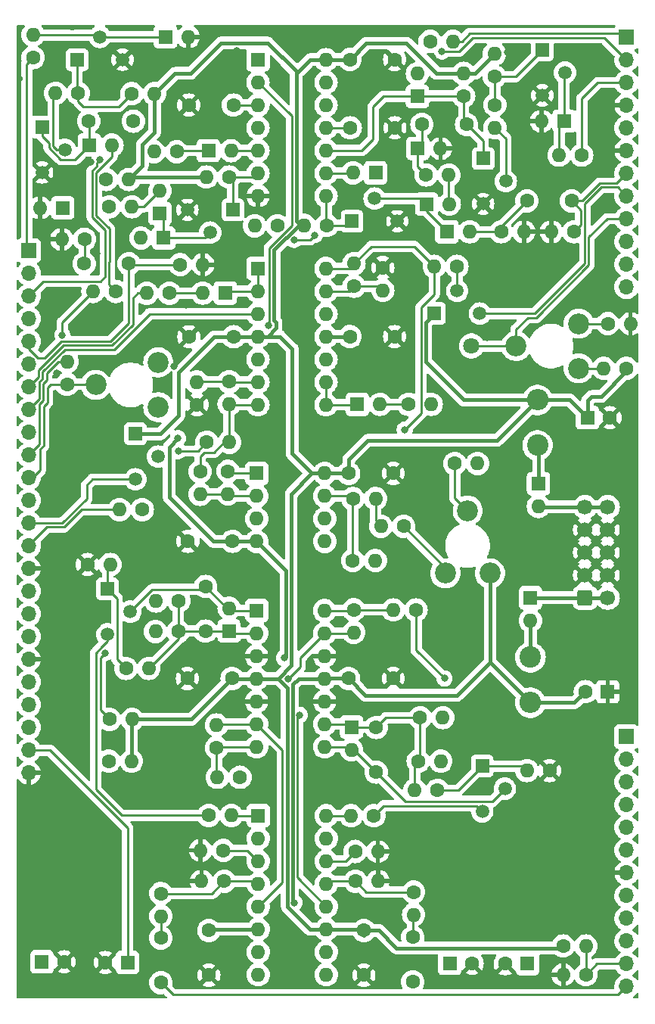
<source format=gbr>
%TF.GenerationSoftware,KiCad,Pcbnew,7.0.1-0*%
%TF.CreationDate,2024-01-08T18:39:07+13:00*%
%TF.ProjectId,MOL-main,4d4f4c2d-6d61-4696-9e2e-6b696361645f,001*%
%TF.SameCoordinates,Original*%
%TF.FileFunction,Copper,L1,Top*%
%TF.FilePolarity,Positive*%
%FSLAX46Y46*%
G04 Gerber Fmt 4.6, Leading zero omitted, Abs format (unit mm)*
G04 Created by KiCad (PCBNEW 7.0.1-0) date 2024-01-08 18:39:07*
%MOMM*%
%LPD*%
G01*
G04 APERTURE LIST*
G04 Aperture macros list*
%AMRoundRect*
0 Rectangle with rounded corners*
0 $1 Rounding radius*
0 $2 $3 $4 $5 $6 $7 $8 $9 X,Y pos of 4 corners*
0 Add a 4 corners polygon primitive as box body*
4,1,4,$2,$3,$4,$5,$6,$7,$8,$9,$2,$3,0*
0 Add four circle primitives for the rounded corners*
1,1,$1+$1,$2,$3*
1,1,$1+$1,$4,$5*
1,1,$1+$1,$6,$7*
1,1,$1+$1,$8,$9*
0 Add four rect primitives between the rounded corners*
20,1,$1+$1,$2,$3,$4,$5,0*
20,1,$1+$1,$4,$5,$6,$7,0*
20,1,$1+$1,$6,$7,$8,$9,0*
20,1,$1+$1,$8,$9,$2,$3,0*%
G04 Aperture macros list end*
%TA.AperFunction,ComponentPad*%
%ADD10R,1.500000X1.500000*%
%TD*%
%TA.AperFunction,ComponentPad*%
%ADD11C,1.500000*%
%TD*%
%TA.AperFunction,ComponentPad*%
%ADD12R,1.600000X1.600000*%
%TD*%
%TA.AperFunction,ComponentPad*%
%ADD13O,1.600000X1.600000*%
%TD*%
%TA.AperFunction,ComponentPad*%
%ADD14C,1.600000*%
%TD*%
%TA.AperFunction,ComponentPad*%
%ADD15C,2.400000*%
%TD*%
%TA.AperFunction,ComponentPad*%
%ADD16O,2.400000X2.400000*%
%TD*%
%TA.AperFunction,ComponentPad*%
%ADD17C,2.340000*%
%TD*%
%TA.AperFunction,ComponentPad*%
%ADD18R,1.700000X1.700000*%
%TD*%
%TA.AperFunction,ComponentPad*%
%ADD19O,1.700000X1.700000*%
%TD*%
%TA.AperFunction,ComponentPad*%
%ADD20RoundRect,0.250000X-0.600000X-0.600000X0.600000X-0.600000X0.600000X0.600000X-0.600000X0.600000X0*%
%TD*%
%TA.AperFunction,ComponentPad*%
%ADD21C,1.700000*%
%TD*%
%TA.AperFunction,ComponentPad*%
%ADD22C,1.800000*%
%TD*%
%TA.AperFunction,ViaPad*%
%ADD23C,0.600000*%
%TD*%
%TA.AperFunction,ViaPad*%
%ADD24C,0.800000*%
%TD*%
%TA.AperFunction,Conductor*%
%ADD25C,0.250000*%
%TD*%
%TA.AperFunction,Conductor*%
%ADD26C,0.400000*%
%TD*%
G04 APERTURE END LIST*
D10*
%TO.P,Q8,1,E*%
%TO.N,Net-(Q8-E)*%
X74005000Y-118535000D03*
D11*
%TO.P,Q8,2,B*%
%TO.N,Net-(D14-A)*%
X76545000Y-121075000D03*
%TO.P,Q8,3,C*%
%TO.N,Net-(Q8-C)*%
X74005000Y-123615000D03*
%TD*%
D12*
%TO.P,D10,1,K*%
%TO.N,Net-(D10-K)*%
X62075686Y-52175000D03*
D13*
%TO.P,D10,2,A*%
%TO.N,Net-(D10-A)*%
X59535686Y-52175000D03*
%TD*%
D10*
%TO.P,Q1,1,C*%
%TO.N,Net-(Q1-C)*%
X28660000Y-39520000D03*
D11*
%TO.P,Q1,2,B*%
%TO.N,Net-(D3-K)*%
X31200000Y-36980000D03*
%TO.P,Q1,3,E*%
%TO.N,GND*%
X33740000Y-39520000D03*
%TD*%
D14*
%TO.P,R33,1*%
%TO.N,GND*%
X29805000Y-96000000D03*
D13*
%TO.P,R33,2*%
%TO.N,Net-(Q7-E)*%
X32345000Y-96000000D03*
%TD*%
D14*
%TO.P,C21,1*%
%TO.N,Net-(D13-K)*%
X43025000Y-103450000D03*
%TO.P,C21,2*%
%TO.N,Net-(D13-A)*%
X43025000Y-98450000D03*
%TD*%
%TO.P,R17,1*%
%TO.N,/Fastest ADSR in the West/Reset_B*%
X71925000Y-43600000D03*
D13*
%TO.P,R17,2*%
%TO.N,+12V*%
X71925000Y-41060000D03*
%TD*%
D14*
%TO.P,C1,1*%
%TO.N,/Fastest ADSR in the West/Reset_A*%
X29950000Y-46400000D03*
%TO.P,C1,2*%
%TO.N,Net-(D5-K)*%
X34950000Y-46400000D03*
%TD*%
%TO.P,R48,1*%
%TO.N,+12V*%
X90145000Y-74050000D03*
D13*
%TO.P,R48,2*%
%TO.N,Net-(R48-Pad2)*%
X87605000Y-74050000D03*
%TD*%
D12*
%TO.P,U2,1*%
%TO.N,Net-(D8-K)*%
X48900000Y-62875000D03*
D13*
%TO.P,U2,2,-*%
X48900000Y-65415000D03*
%TO.P,U2,3,+*%
%TO.N,/Control/Sustain_2_A*%
X48900000Y-67955000D03*
%TO.P,U2,4,V+*%
%TO.N,+12V*%
X48900000Y-70495000D03*
%TO.P,U2,5,+*%
%TO.N,/Control/Release_1_A*%
X48900000Y-73035000D03*
%TO.P,U2,6,-*%
%TO.N,Net-(U2B--)*%
X48900000Y-75575000D03*
%TO.P,U2,7*%
%TO.N,Net-(Offset_A1-Pad3)*%
X48900000Y-78115000D03*
%TO.P,U2,8*%
%TO.N,Net-(D11-K)*%
X56520000Y-78115000D03*
%TO.P,U2,9,-*%
X56520000Y-75575000D03*
%TO.P,U2,10,+*%
%TO.N,/Control/Sustain_2_B*%
X56520000Y-73035000D03*
%TO.P,U2,11,V-*%
%TO.N,-12V*%
X56520000Y-70495000D03*
%TO.P,U2,12,+*%
%TO.N,/Control/Discharge_B*%
X56520000Y-67955000D03*
%TO.P,U2,13,-*%
%TO.N,Net-(U2D--)*%
X56520000Y-65415000D03*
%TO.P,U2,14*%
%TO.N,Net-(Offset_B1-Pad3)*%
X56520000Y-62875000D03*
%TD*%
D14*
%TO.P,R25,1*%
%TO.N,GND*%
X62875000Y-62780000D03*
D13*
%TO.P,R25,2*%
%TO.N,Net-(U2D--)*%
X62875000Y-65320000D03*
%TD*%
D14*
%TO.P,R20,1*%
%TO.N,Net-(D10-K)*%
X51070000Y-58100000D03*
D13*
%TO.P,R20,2*%
%TO.N,/Control/Attack_1_B*%
X48530000Y-58100000D03*
%TD*%
D12*
%TO.P,D12,1,K*%
%TO.N,/Fastest ADSR in the West/Reset_B*%
X66750000Y-43625686D03*
D13*
%TO.P,D12,2,A*%
%TO.N,Net-(D12-A)*%
X66750000Y-41085686D03*
%TD*%
D12*
%TO.P,U3,1*%
%TO.N,Net-(R32-Pad2)*%
X48930000Y-124100000D03*
D13*
%TO.P,U3,2,DIODE_BIAS*%
%TO.N,unconnected-(U3C-DIODE_BIAS-Pad2)*%
X48930000Y-126640000D03*
%TO.P,U3,3,+*%
%TO.N,Net-(U3C-+)*%
X48930000Y-129180000D03*
%TO.P,U3,4,-*%
%TO.N,Net-(U3C--)*%
X48930000Y-131720000D03*
%TO.P,U3,5*%
%TO.N,Net-(U4B--)*%
X48930000Y-134260000D03*
%TO.P,U3,6,V-*%
%TO.N,-12V*%
X48930000Y-136800000D03*
%TO.P,U3,7*%
%TO.N,unconnected-(U3-Pad7)*%
X48930000Y-139340000D03*
%TO.P,U3,8*%
%TO.N,unconnected-(U3-Pad8)*%
X48930000Y-141880000D03*
%TO.P,U3,9*%
%TO.N,unconnected-(U3-Pad9)*%
X56550000Y-141880000D03*
%TO.P,U3,10*%
%TO.N,unconnected-(U3-Pad10)*%
X56550000Y-139340000D03*
%TO.P,U3,11,V+*%
%TO.N,+12V*%
X56550000Y-136800000D03*
%TO.P,U3,12*%
%TO.N,Net-(U4D--)*%
X56550000Y-134260000D03*
%TO.P,U3,13,-*%
%TO.N,Net-(U3A--)*%
X56550000Y-131720000D03*
%TO.P,U3,14,+*%
%TO.N,Net-(U3A-+)*%
X56550000Y-129180000D03*
%TO.P,U3,15,DIODE_BIAS*%
%TO.N,unconnected-(U3A-DIODE_BIAS-Pad15)*%
X56550000Y-126640000D03*
%TO.P,U3,16*%
%TO.N,Net-(R41-Pad2)*%
X56550000Y-124100000D03*
%TD*%
D14*
%TO.P,R8,1*%
%TO.N,Net-(D6-K)*%
X39795000Y-49825000D03*
D13*
%TO.P,R8,2*%
%TO.N,/Control/Attack_1_A*%
X37255000Y-49825000D03*
%TD*%
D14*
%TO.P,R62,1*%
%TO.N,Net-(D17-A)*%
X76130000Y-58775000D03*
D13*
%TO.P,R62,2*%
%TO.N,GND*%
X78670000Y-58775000D03*
%TD*%
D12*
%TO.P,D13,1,K*%
%TO.N,Net-(D13-K)*%
X45675000Y-103425685D03*
D13*
%TO.P,D13,2,A*%
%TO.N,Net-(D13-A)*%
X45675000Y-100885685D03*
%TD*%
D14*
%TO.P,C13,1*%
%TO.N,+12V*%
X46000000Y-108750000D03*
%TO.P,C13,2*%
%TO.N,GND*%
X41000000Y-108750000D03*
%TD*%
%TO.P,R23,1*%
%TO.N,/Control/Sustain_3_B*%
X32205000Y-118000000D03*
D13*
%TO.P,R23,2*%
%TO.N,+12V*%
X34745000Y-118000000D03*
%TD*%
D14*
%TO.P,C3,1*%
%TO.N,+12V*%
X46175000Y-70525000D03*
%TO.P,C3,2*%
%TO.N,GND*%
X41175000Y-70525000D03*
%TD*%
D12*
%TO.P,U4,1*%
%TO.N,Net-(D13-A)*%
X48750000Y-101150000D03*
D13*
%TO.P,U4,2,-*%
%TO.N,Net-(D13-K)*%
X48750000Y-103690000D03*
%TO.P,U4,3,+*%
%TO.N,GND*%
X48750000Y-106230000D03*
%TO.P,U4,4,V+*%
%TO.N,+12V*%
X48750000Y-108770000D03*
%TO.P,U4,5,+*%
%TO.N,GND*%
X48750000Y-111310000D03*
%TO.P,U4,6,-*%
%TO.N,Net-(U4B--)*%
X48750000Y-113850000D03*
%TO.P,U4,7*%
%TO.N,Net-(R30-Pad2)*%
X48750000Y-116390000D03*
%TO.P,U4,8*%
%TO.N,Net-(D14-A)*%
X56370000Y-116390000D03*
%TO.P,U4,9,-*%
%TO.N,Net-(D14-K)*%
X56370000Y-113850000D03*
%TO.P,U4,10,+*%
%TO.N,GND*%
X56370000Y-111310000D03*
%TO.P,U4,11,V-*%
%TO.N,-12V*%
X56370000Y-108770000D03*
%TO.P,U4,12,+*%
%TO.N,GND*%
X56370000Y-106230000D03*
%TO.P,U4,13,-*%
%TO.N,Net-(U4D--)*%
X56370000Y-103690000D03*
%TO.P,U4,14*%
%TO.N,Net-(R43-Pad1)*%
X56370000Y-101150000D03*
%TD*%
D14*
%TO.P,R24,1*%
%TO.N,Net-(U2D--)*%
X59650000Y-64870000D03*
D13*
%TO.P,R24,2*%
%TO.N,Net-(Offset_B1-Pad3)*%
X59650000Y-62330000D03*
%TD*%
D10*
%TO.P,Q5,1,C*%
%TO.N,/Fastest ADSR in the West/Reset_B*%
X74105000Y-50585000D03*
D11*
%TO.P,Q5,2,B*%
%TO.N,Net-(Q5-B)*%
X76645000Y-53125000D03*
%TO.P,Q5,3,E*%
%TO.N,GND*%
X74105000Y-55665000D03*
%TD*%
D14*
%TO.P,R43,1*%
%TO.N,Net-(R43-Pad1)*%
X59625000Y-101055000D03*
D13*
%TO.P,R43,2*%
%TO.N,Net-(U4D--)*%
X59625000Y-103595000D03*
%TD*%
D12*
%TO.P,D11,1,K*%
%TO.N,Net-(D11-K)*%
X60024315Y-78075000D03*
D13*
%TO.P,D11,2,A*%
%TO.N,Net-(D11-A)*%
X62564315Y-78075000D03*
%TD*%
D14*
%TO.P,R51,1*%
%TO.N,/Fastest ADSR in the West/5.4v_Ref*%
X85605000Y-141890000D03*
D13*
%TO.P,R51,2*%
%TO.N,GND*%
X83065000Y-141890000D03*
%TD*%
D14*
%TO.P,C25,1*%
%TO.N,+12V*%
X59200000Y-39500000D03*
%TO.P,C25,2*%
%TO.N,GND*%
X64200000Y-39500000D03*
%TD*%
%TO.P,C17,1*%
%TO.N,+12V*%
X59050000Y-85800000D03*
%TO.P,C17,2*%
%TO.N,GND*%
X64050000Y-85800000D03*
%TD*%
%TO.P,R16,1*%
%TO.N,Net-(Q4-C)*%
X75425000Y-44580000D03*
D13*
%TO.P,R16,2*%
%TO.N,Net-(Q5-B)*%
X75425000Y-47120000D03*
%TD*%
D15*
%TO.P,FB1,1*%
%TO.N,/Power Supply/PolPlus*%
X80200000Y-82665000D03*
D16*
%TO.P,FB1,2*%
%TO.N,+12V*%
X80200000Y-77585000D03*
%TD*%
D12*
%TO.P,D4,1,K*%
%TO.N,Net-(D4-K)*%
X83175000Y-46400000D03*
D13*
%TO.P,D4,2,A*%
%TO.N,GND*%
X80635000Y-46400000D03*
%TD*%
D14*
%TO.P,R52,1*%
%TO.N,Net-(Offset_B1-Pad3)*%
X65200000Y-91725000D03*
D13*
%TO.P,R52,2*%
%TO.N,Net-(U5B--)*%
X62660000Y-91725000D03*
%TD*%
D14*
%TO.P,R7,1*%
%TO.N,Net-(Q2-C)*%
X45645000Y-52650000D03*
D13*
%TO.P,R7,2*%
%TO.N,+12V*%
X43105000Y-52650000D03*
%TD*%
D14*
%TO.P,R2,1*%
%TO.N,/Control/Gate_in_B*%
X85145000Y-50200000D03*
D13*
%TO.P,R2,2*%
%TO.N,Net-(D4-K)*%
X82605000Y-50200000D03*
%TD*%
D14*
%TO.P,R13,1*%
%TO.N,Net-(U2B--)*%
X45675000Y-75530000D03*
D13*
%TO.P,R13,2*%
%TO.N,Net-(Offset_A1-Pad3)*%
X45675000Y-78070000D03*
%TD*%
D17*
%TO.P,REF_ADJ_A1,1,1*%
%TO.N,Net-(R49-Pad1)*%
X84800000Y-69050000D03*
%TO.P,REF_ADJ_A1,2,2*%
%TO.N,/Control/5v_ref*%
X77800000Y-71550000D03*
%TO.P,REF_ADJ_A1,3,3*%
%TO.N,Net-(R48-Pad2)*%
X84800000Y-74050000D03*
%TD*%
D14*
%TO.P,R46,1*%
%TO.N,Net-(Offset_A1-Pad3)*%
X42425000Y-85605000D03*
D13*
%TO.P,R46,2*%
%TO.N,Net-(U5A--)*%
X42425000Y-88145000D03*
%TD*%
D14*
%TO.P,R11,1*%
%TO.N,Net-(D8-A)*%
X38975000Y-65650000D03*
D13*
%TO.P,R11,2*%
%TO.N,/Control/Decay_1_A*%
X36435000Y-65650000D03*
%TD*%
D14*
%TO.P,R30,1*%
%TO.N,/Control/Audio_Out_A*%
X46895000Y-119800000D03*
D13*
%TO.P,R30,2*%
%TO.N,Net-(R30-Pad2)*%
X44355000Y-119800000D03*
%TD*%
D12*
%TO.P,D1,1,K*%
%TO.N,/Power Supply/PolPlus*%
X80300000Y-86951814D03*
D13*
%TO.P,D1,2,A*%
%TO.N,/Power Supply/EuroPower-pos*%
X80300000Y-89491814D03*
%TD*%
D12*
%TO.P,D18,1,K*%
%TO.N,Net-(D17-K)*%
X67774315Y-55675000D03*
D13*
%TO.P,D18,2,A*%
%TO.N,Net-(D18-A)*%
X70314315Y-55675000D03*
%TD*%
D12*
%TO.P,D15,1,K*%
%TO.N,Net-(D15-K)*%
X37925000Y-56725686D03*
D13*
%TO.P,D15,2,A*%
%TO.N,Net-(D15-A)*%
X37925000Y-54185686D03*
%TD*%
D14*
%TO.P,C16,1*%
%TO.N,GND*%
X43400000Y-141940000D03*
%TO.P,C16,2*%
%TO.N,-12V*%
X43400000Y-136940000D03*
%TD*%
%TO.P,R9,1*%
%TO.N,Net-(D7-A)*%
X32975000Y-65450000D03*
D13*
%TO.P,R9,2*%
%TO.N,/Control/Discharge_A*%
X30435000Y-65450000D03*
%TD*%
D14*
%TO.P,C8,1*%
%TO.N,/Fastest ADSR in the West/Reset_B*%
X72250000Y-46775000D03*
%TO.P,C8,2*%
%TO.N,Net-(D9-K)*%
X67250000Y-46775000D03*
%TD*%
%TO.P,R40,1*%
%TO.N,Net-(Q8-E)*%
X68995000Y-121250000D03*
D13*
%TO.P,R40,2*%
%TO.N,Net-(D14-K)*%
X66455000Y-121250000D03*
%TD*%
D14*
%TO.P,C2,1*%
%TO.N,Net-(U1A-CV)*%
X46150000Y-44600000D03*
%TO.P,C2,2*%
%TO.N,GND*%
X41150000Y-44600000D03*
%TD*%
D12*
%TO.P,U1,1,DIS*%
%TO.N,/Control/Sustain_1_A*%
X48900000Y-39525000D03*
D13*
%TO.P,U1,2,THR*%
%TO.N,/Control/Release_1_A*%
X48900000Y-42065000D03*
%TO.P,U1,3,CV*%
%TO.N,Net-(U1A-CV)*%
X48900000Y-44605000D03*
%TO.P,U1,4,R*%
%TO.N,/Fastest ADSR in the West/Reset_A*%
X48900000Y-47145000D03*
%TO.P,U1,5,Q*%
%TO.N,Net-(D6-A)*%
X48900000Y-49685000D03*
%TO.P,U1,6,TR*%
%TO.N,Net-(Q2-C)*%
X48900000Y-52225000D03*
%TO.P,U1,7,GND*%
%TO.N,GND*%
X48900000Y-54765000D03*
%TO.P,U1,8,TR*%
%TO.N,Net-(Q6-C)*%
X56520000Y-54765000D03*
%TO.P,U1,9,Q*%
%TO.N,Net-(D10-A)*%
X56520000Y-52225000D03*
%TO.P,U1,10,R*%
%TO.N,/Fastest ADSR in the West/Reset_B*%
X56520000Y-49685000D03*
%TO.P,U1,11,CV*%
%TO.N,Net-(U1B-CV)*%
X56520000Y-47145000D03*
%TO.P,U1,12,THR*%
%TO.N,/Control/Discharge_B*%
X56520000Y-44605000D03*
%TO.P,U1,13,DIS*%
%TO.N,/Control/Sustain_1_B*%
X56520000Y-42065000D03*
%TO.P,U1,14,VCC*%
%TO.N,+12V*%
X56520000Y-39525000D03*
%TD*%
D10*
%TO.P,Q9,1,C*%
%TO.N,+12V*%
X35180000Y-81385000D03*
D11*
%TO.P,Q9,2,B*%
%TO.N,Net-(Q9-B)*%
X37720000Y-83925000D03*
%TO.P,Q9,3,E*%
%TO.N,/Control/EG_LED_Anode_A*%
X35180000Y-86465000D03*
%TD*%
D12*
%TO.P,D8,1,K*%
%TO.N,Net-(D8-K)*%
X45250686Y-65625000D03*
D13*
%TO.P,D8,2,A*%
%TO.N,Net-(D8-A)*%
X42710686Y-65625000D03*
%TD*%
D14*
%TO.P,R53,1*%
%TO.N,Net-(R53-Pad1)*%
X59505000Y-95550000D03*
D13*
%TO.P,R53,2*%
%TO.N,/Control/InvEnv_Out_B*%
X62045000Y-95550000D03*
%TD*%
D12*
%TO.P,U5,1*%
%TO.N,Net-(R45-Pad1)*%
X48750000Y-85800000D03*
D13*
%TO.P,U5,2,-*%
%TO.N,Net-(U5A--)*%
X48750000Y-88340000D03*
%TO.P,U5,3,+*%
%TO.N,/Control/inv_offset_A*%
X48750000Y-90880000D03*
%TO.P,U5,4,V-*%
%TO.N,-12V*%
X48750000Y-93420000D03*
%TO.P,U5,5,+*%
%TO.N,/Control/inv_offset_B*%
X56370000Y-93420000D03*
%TO.P,U5,6,-*%
%TO.N,Net-(U5B--)*%
X56370000Y-90880000D03*
%TO.P,U5,7*%
%TO.N,Net-(R53-Pad1)*%
X56370000Y-88340000D03*
%TO.P,U5,8,V+*%
%TO.N,+12V*%
X56370000Y-85800000D03*
%TD*%
D14*
%TO.P,R32,1*%
%TO.N,Net-(Q7-C)*%
X43380000Y-124075000D03*
D13*
%TO.P,R32,2*%
%TO.N,Net-(R32-Pad2)*%
X45920000Y-124075000D03*
%TD*%
D14*
%TO.P,R21,1*%
%TO.N,Net-(D11-A)*%
X65755000Y-78075000D03*
D13*
%TO.P,R21,2*%
%TO.N,/Control/Decay_1_B*%
X68295000Y-78075000D03*
%TD*%
D12*
%TO.P,C10,1*%
%TO.N,/Control/Short_A*%
X34305113Y-140525000D03*
D14*
%TO.P,C10,2*%
%TO.N,GND*%
X31805113Y-140525000D03*
%TD*%
%TO.P,C15,1*%
%TO.N,+12V*%
X60750000Y-136940000D03*
%TO.P,C15,2*%
%TO.N,GND*%
X60750000Y-141940000D03*
%TD*%
%TO.P,R44,1*%
%TO.N,/Control/Audio_Out_B*%
X66595000Y-101075000D03*
D13*
%TO.P,R44,2*%
%TO.N,Net-(R43-Pad1)*%
X64055000Y-101075000D03*
%TD*%
D12*
%TO.P,D17,1,K*%
%TO.N,Net-(D17-K)*%
X70049315Y-58775000D03*
D13*
%TO.P,D17,2,A*%
%TO.N,Net-(D17-A)*%
X72589315Y-58775000D03*
%TD*%
D12*
%TO.P,C23,1*%
%TO.N,/Control/Long_B*%
X70375000Y-140625000D03*
D14*
%TO.P,C23,2*%
%TO.N,GND*%
X72875000Y-140625000D03*
%TD*%
D12*
%TO.P,C5,1*%
%TO.N,/Control/Long_A*%
X24705113Y-140450000D03*
D14*
%TO.P,C5,2*%
%TO.N,GND*%
X27205113Y-140450000D03*
%TD*%
%TO.P,R38,1*%
%TO.N,Net-(U3A--)*%
X59805000Y-131425000D03*
D13*
%TO.P,R38,2*%
%TO.N,GND*%
X62345000Y-131425000D03*
%TD*%
D14*
%TO.P,R34,1*%
%TO.N,Net-(Q7-E)*%
X34130000Y-107625000D03*
D13*
%TO.P,R34,2*%
%TO.N,Net-(D13-K)*%
X36670000Y-107625000D03*
%TD*%
D12*
%TO.P,C7,1*%
%TO.N,GND*%
X88050000Y-110225000D03*
D14*
%TO.P,C7,2*%
%TO.N,-12V*%
X85550000Y-110225000D03*
%TD*%
%TO.P,R63,1*%
%TO.N,Net-(D13-K)*%
X40025000Y-100075000D03*
D13*
%TO.P,R63,2*%
%TO.N,/Control/CV_In_10v_A*%
X37485000Y-100075000D03*
%TD*%
D14*
%TO.P,R35,1*%
%TO.N,Net-(D13-K)*%
X39970000Y-103500000D03*
D13*
%TO.P,R35,2*%
%TO.N,/Control/CV_In_5v_A*%
X37430000Y-103500000D03*
%TD*%
D10*
%TO.P,Q6,1,C*%
%TO.N,Net-(Q6-C)*%
X59425000Y-57600000D03*
D11*
%TO.P,Q6,2,B*%
%TO.N,Net-(D17-K)*%
X61965000Y-55060000D03*
%TO.P,Q6,3,E*%
%TO.N,GND*%
X64505000Y-57600000D03*
%TD*%
D14*
%TO.P,R18,1*%
%TO.N,Net-(D9-K)*%
X67730000Y-52425000D03*
D13*
%TO.P,R18,2*%
%TO.N,Net-(D18-A)*%
X70270000Y-52425000D03*
%TD*%
D12*
%TO.P,D14,1,K*%
%TO.N,Net-(D14-K)*%
X59375000Y-114174315D03*
D13*
%TO.P,D14,2,A*%
%TO.N,Net-(D14-A)*%
X59375000Y-116714315D03*
%TD*%
D12*
%TO.P,C24,1*%
%TO.N,/Control/Short_B*%
X79075000Y-140650000D03*
D14*
%TO.P,C24,2*%
%TO.N,GND*%
X76575000Y-140650000D03*
%TD*%
%TO.P,C9,1*%
%TO.N,Net-(U1B-CV)*%
X59225000Y-47150000D03*
%TO.P,C9,2*%
%TO.N,GND*%
X64225000Y-47150000D03*
%TD*%
D10*
%TO.P,Q3,1,C*%
%TO.N,/Fastest ADSR in the West/Reset_A*%
X24730000Y-47060000D03*
D11*
%TO.P,Q3,2,B*%
%TO.N,Net-(Q3-B)*%
X27270000Y-49600000D03*
%TO.P,Q3,3,E*%
%TO.N,GND*%
X24730000Y-52140000D03*
%TD*%
D10*
%TO.P,Q7,1,E*%
%TO.N,Net-(Q7-E)*%
X32055000Y-98735000D03*
D11*
%TO.P,Q7,2,B*%
%TO.N,Net-(D13-A)*%
X34595000Y-101275000D03*
%TO.P,Q7,3,C*%
%TO.N,Net-(Q7-C)*%
X32055000Y-103815000D03*
%TD*%
D14*
%TO.P,R12,1*%
%TO.N,/Control/Env_A*%
X27525000Y-75850000D03*
D13*
%TO.P,R12,2*%
%TO.N,/Control/Env_Out_A*%
X27525000Y-73310000D03*
%TD*%
D14*
%TO.P,R1,1*%
%TO.N,/Control/Gate_in_A*%
X23725000Y-39295000D03*
D13*
%TO.P,R1,2*%
%TO.N,Net-(D3-K)*%
X23725000Y-36755000D03*
%TD*%
D14*
%TO.P,R15,1*%
%TO.N,Net-(Q4-C)*%
X75375000Y-41420000D03*
D13*
%TO.P,R15,2*%
%TO.N,+12V*%
X75375000Y-38880000D03*
%TD*%
D14*
%TO.P,R42,1*%
%TO.N,GND*%
X81550000Y-119050000D03*
D13*
%TO.P,R42,2*%
%TO.N,Net-(Q8-E)*%
X79010000Y-119050000D03*
%TD*%
D12*
%TO.P,D6,1,K*%
%TO.N,Net-(D6-K)*%
X43349315Y-49700000D03*
D13*
%TO.P,D6,2,A*%
%TO.N,Net-(D6-A)*%
X45889315Y-49700000D03*
%TD*%
D14*
%TO.P,R41,1*%
%TO.N,Net-(Q8-C)*%
X61870000Y-124100000D03*
D13*
%TO.P,R41,2*%
%TO.N,Net-(R41-Pad2)*%
X59330000Y-124100000D03*
%TD*%
D14*
%TO.P,R50,1*%
%TO.N,+12V*%
X83060000Y-138675000D03*
D13*
%TO.P,R50,2*%
%TO.N,/Fastest ADSR in the West/5.4v_Ref*%
X85600000Y-138675000D03*
%TD*%
D14*
%TO.P,R60,1*%
%TO.N,Net-(D16-A)*%
X29475000Y-59610000D03*
D13*
%TO.P,R60,2*%
%TO.N,GND*%
X26935000Y-59610000D03*
%TD*%
D14*
%TO.P,R22,1*%
%TO.N,Net-(D12-A)*%
X68165000Y-37470000D03*
D13*
%TO.P,R22,2*%
%TO.N,/Control/Release_1_B*%
X70705000Y-37470000D03*
%TD*%
D14*
%TO.P,R49,1*%
%TO.N,Net-(R49-Pad1)*%
X88055000Y-69050000D03*
D13*
%TO.P,R49,2*%
%TO.N,GND*%
X90595000Y-69050000D03*
%TD*%
D14*
%TO.P,C18,1*%
%TO.N,GND*%
X41050000Y-93400000D03*
%TO.P,C18,2*%
%TO.N,-12V*%
X46050000Y-93400000D03*
%TD*%
%TO.P,R68,1*%
%TO.N,Net-(D14-K)*%
X66830000Y-118000000D03*
D13*
%TO.P,R68,2*%
%TO.N,/Control/CV_In_10v_B*%
X69370000Y-118000000D03*
%TD*%
D15*
%TO.P,FB2,1*%
%TO.N,/Power Supply/PolNeg*%
X79400000Y-106375000D03*
D16*
%TO.P,FB2,2*%
%TO.N,-12V*%
X79400000Y-111455000D03*
%TD*%
D10*
%TO.P,Q2,1,C*%
%TO.N,Net-(Q2-C)*%
X46090000Y-56330000D03*
D11*
%TO.P,Q2,2,B*%
%TO.N,Net-(D15-K)*%
X43550000Y-58870000D03*
%TO.P,Q2,3,E*%
%TO.N,GND*%
X41010000Y-56330000D03*
%TD*%
D14*
%TO.P,R10,1*%
%TO.N,/Control/Sustain_3_A*%
X32280000Y-113325000D03*
D13*
%TO.P,R10,2*%
%TO.N,+12V*%
X34820000Y-113325000D03*
%TD*%
D14*
%TO.P,R14,1*%
%TO.N,GND*%
X42075000Y-78125000D03*
D13*
%TO.P,R14,2*%
%TO.N,Net-(U2B--)*%
X42075000Y-75585000D03*
%TD*%
D18*
%TO.P,J27,1,Pin_1*%
%TO.N,/Control/Env_Out_B*%
X90150000Y-115260000D03*
D19*
%TO.P,J27,2,Pin_2*%
%TO.N,/Control/inv_offset_B*%
X90150000Y-117800000D03*
%TO.P,J27,3,Pin_3*%
%TO.N,/Control/Audio_Out_B*%
X90150000Y-120340000D03*
%TO.P,J27,4,Pin_4*%
%TO.N,/Control/InvEnv_Out_B*%
X90150000Y-122880000D03*
%TO.P,J27,5,Pin_5*%
%TO.N,/Control/CV_In_5v_B*%
X90150000Y-125420000D03*
%TO.P,J27,6,Pin_6*%
%TO.N,/Control/CV_In_10v_B*%
X90150000Y-127960000D03*
%TO.P,J27,7,Pin_7*%
%TO.N,GND*%
X90150000Y-130500000D03*
%TO.P,J27,8,Pin_8*%
%TO.N,/Control/Audio_In_B*%
X90150000Y-133040000D03*
%TO.P,J27,9,Pin_9*%
%TO.N,/Control/Long_B*%
X90150000Y-135580000D03*
%TO.P,J27,10,Pin_10*%
%TO.N,/Control/Short_B*%
X90150000Y-138120000D03*
%TO.P,J27,11,Pin_11*%
%TO.N,/Fastest ADSR in the West/5.4v_Ref*%
X90150000Y-140660000D03*
%TO.P,J27,12,Pin_12*%
%TO.N,/Control/Audio_In_A*%
X90150000Y-143200000D03*
%TD*%
D14*
%TO.P,C19,1*%
%TO.N,/Control/ReTrigger_A*%
X34450000Y-62350000D03*
%TO.P,C19,2*%
%TO.N,Net-(D16-A)*%
X29450000Y-62350000D03*
%TD*%
%TO.P,R57,1*%
%TO.N,Net-(Q10-B)*%
X71170000Y-62650000D03*
D13*
%TO.P,R57,2*%
%TO.N,Net-(Offset_B1-Pad3)*%
X68630000Y-62650000D03*
%TD*%
D14*
%TO.P,R47,1*%
%TO.N,Net-(R45-Pad1)*%
X35955000Y-89870000D03*
D13*
%TO.P,R47,2*%
%TO.N,/Control/InvEnv_Out_A*%
X33415000Y-89870000D03*
%TD*%
D14*
%TO.P,R37,1*%
%TO.N,Net-(U3A-+)*%
X59775000Y-128100000D03*
D13*
%TO.P,R37,2*%
%TO.N,GND*%
X62315000Y-128100000D03*
%TD*%
D12*
%TO.P,D3,1,K*%
%TO.N,Net-(D3-K)*%
X38549315Y-36975000D03*
D13*
%TO.P,D3,2,A*%
%TO.N,GND*%
X41089315Y-36975000D03*
%TD*%
D14*
%TO.P,C22,1*%
%TO.N,Net-(D14-K)*%
X62125000Y-114225000D03*
%TO.P,C22,2*%
%TO.N,Net-(D14-A)*%
X62125000Y-119225000D03*
%TD*%
%TO.P,C14,1*%
%TO.N,GND*%
X64050000Y-108750000D03*
%TO.P,C14,2*%
%TO.N,-12V*%
X59050000Y-108750000D03*
%TD*%
D12*
%TO.P,D2,1,K*%
%TO.N,/Power Supply/EuroPower-neg*%
X79400000Y-99725000D03*
D13*
%TO.P,D2,2,A*%
%TO.N,/Power Supply/PolNeg*%
X79400000Y-102265000D03*
%TD*%
D14*
%TO.P,R26,1*%
%TO.N,/Control/Env_B*%
X70930000Y-84700000D03*
D13*
%TO.P,R26,2*%
%TO.N,/Control/Env_Out_B*%
X73470000Y-84700000D03*
%TD*%
D14*
%TO.P,R28,1*%
%TO.N,Net-(U3C--)*%
X45125000Y-131425000D03*
D13*
%TO.P,R28,2*%
%TO.N,GND*%
X42585000Y-131425000D03*
%TD*%
D14*
%TO.P,R55,1*%
%TO.N,Net-(Q9-B)*%
X43175000Y-82325000D03*
D13*
%TO.P,R55,2*%
%TO.N,Net-(Offset_A1-Pad3)*%
X45715000Y-82325000D03*
%TD*%
D10*
%TO.P,Q4,1,C*%
%TO.N,Net-(Q4-C)*%
X80730000Y-38435000D03*
D11*
%TO.P,Q4,2,B*%
%TO.N,Net-(D4-K)*%
X83270000Y-40975000D03*
%TO.P,Q4,3,E*%
%TO.N,GND*%
X80730000Y-43515000D03*
%TD*%
D14*
%TO.P,C11,1*%
%TO.N,/Control/Audio_In_A*%
X38025000Y-142775000D03*
%TO.P,C11,2*%
%TO.N,Net-(C11-Pad2)*%
X38025000Y-137775000D03*
%TD*%
%TO.P,R4,1*%
%TO.N,Net-(Q1-C)*%
X28775000Y-43275000D03*
D13*
%TO.P,R4,2*%
%TO.N,Net-(Q3-B)*%
X26235000Y-43275000D03*
%TD*%
D18*
%TO.P,J25,1,Pin_1*%
%TO.N,/Control/Release_1_B*%
X90150000Y-37000000D03*
D19*
%TO.P,J25,2,Pin_2*%
%TO.N,/Control/Sustain_1_B*%
X90150000Y-39540000D03*
%TO.P,J25,3,Pin_3*%
%TO.N,/Control/Gate_in_B*%
X90150000Y-42080000D03*
%TO.P,J25,4,Pin_4*%
%TO.N,GND*%
X90150000Y-44620000D03*
%TO.P,J25,5,Pin_5*%
%TO.N,/Control/Discharge_B*%
X90150000Y-47160000D03*
%TO.P,J25,6,Pin_6*%
%TO.N,GND*%
X90150000Y-49700000D03*
%TO.P,J25,7,Pin_7*%
%TO.N,/Control/ReTrigger_B*%
X90150000Y-52240000D03*
%TO.P,J25,8,Pin_8*%
%TO.N,/Control/EG_LED_Anode_B*%
X90150000Y-54780000D03*
%TO.P,J25,9,Pin_9*%
%TO.N,/Control/5v_ref*%
X90150000Y-57320000D03*
%TO.P,J25,10,Pin_10*%
%TO.N,/Control/Sustain_2_B*%
X90150000Y-59860000D03*
%TO.P,J25,11,Pin_11*%
%TO.N,/Control/Decay_1_B*%
X90150000Y-62400000D03*
%TO.P,J25,12,Pin_12*%
%TO.N,/Control/Env_B*%
X90150000Y-64940000D03*
%TD*%
D14*
%TO.P,R36,1*%
%TO.N,Net-(U3A--)*%
X66325000Y-132630000D03*
D13*
%TO.P,R36,2*%
%TO.N,Net-(C12-Pad2)*%
X66325000Y-135170000D03*
%TD*%
D14*
%TO.P,C12,1*%
%TO.N,/Control/Audio_In_B*%
X66225000Y-142700000D03*
%TO.P,C12,2*%
%TO.N,Net-(C12-Pad2)*%
X66225000Y-137700000D03*
%TD*%
%TO.P,R5,1*%
%TO.N,/Fastest ADSR in the West/Reset_A*%
X31905000Y-52920000D03*
D13*
%TO.P,R5,2*%
%TO.N,+12V*%
X34445000Y-52920000D03*
%TD*%
D12*
%TO.P,C6,1*%
%TO.N,+12V*%
X85794888Y-79575000D03*
D14*
%TO.P,C6,2*%
%TO.N,GND*%
X88294888Y-79575000D03*
%TD*%
D17*
%TO.P,Offset_A1,1,1*%
%TO.N,-12V*%
X37750000Y-73395000D03*
%TO.P,Offset_A1,2,2*%
%TO.N,/Control/Env_A*%
X30750000Y-75895000D03*
%TO.P,Offset_A1,3,3*%
%TO.N,Net-(Offset_A1-Pad3)*%
X37750000Y-78395000D03*
%TD*%
D12*
%TO.P,D7,1,K*%
%TO.N,/Fastest ADSR in the West/Reset_A*%
X30024315Y-49075000D03*
D13*
%TO.P,D7,2,A*%
%TO.N,Net-(D7-A)*%
X32564315Y-49075000D03*
%TD*%
D14*
%TO.P,C4,1*%
%TO.N,GND*%
X64200000Y-70500000D03*
%TO.P,C4,2*%
%TO.N,-12V*%
X59200000Y-70500000D03*
%TD*%
%TO.P,R54,1*%
%TO.N,Net-(R53-Pad1)*%
X59530000Y-88625000D03*
D13*
%TO.P,R54,2*%
%TO.N,Net-(U5B--)*%
X62070000Y-88625000D03*
%TD*%
D17*
%TO.P,Offset_B1,1,1*%
%TO.N,-12V*%
X74880000Y-96975000D03*
%TO.P,Offset_B1,2,2*%
%TO.N,/Control/Env_B*%
X72380000Y-89975000D03*
%TO.P,Offset_B1,3,3*%
%TO.N,Net-(Offset_B1-Pad3)*%
X69880000Y-96975000D03*
%TD*%
D12*
%TO.P,D9,1,K*%
%TO.N,Net-(D9-K)*%
X66799314Y-49450000D03*
D13*
%TO.P,D9,2,A*%
%TO.N,GND*%
X69339314Y-49450000D03*
%TD*%
D14*
%TO.P,R27,1*%
%TO.N,Net-(U3C--)*%
X38025000Y-132805000D03*
D13*
%TO.P,R27,2*%
%TO.N,Net-(C11-Pad2)*%
X38025000Y-135345000D03*
%TD*%
D14*
%TO.P,R39,1*%
%TO.N,Net-(D14-K)*%
X67055000Y-113125000D03*
D13*
%TO.P,R39,2*%
%TO.N,/Control/CV_In_5v_B*%
X69595000Y-113125000D03*
%TD*%
D14*
%TO.P,R45,1*%
%TO.N,Net-(R45-Pad1)*%
X45550000Y-85555000D03*
D13*
%TO.P,R45,2*%
%TO.N,Net-(U5A--)*%
X45550000Y-88095000D03*
%TD*%
D14*
%TO.P,R19,1*%
%TO.N,Net-(Q6-C)*%
X56605000Y-58050000D03*
D13*
%TO.P,R19,2*%
%TO.N,+12V*%
X54065000Y-58050000D03*
%TD*%
D14*
%TO.P,R31,1*%
%TO.N,Net-(R30-Pad2)*%
X44275000Y-116495000D03*
D13*
%TO.P,R31,2*%
%TO.N,Net-(U4B--)*%
X44275000Y-113955000D03*
%TD*%
D14*
%TO.P,R61,1*%
%TO.N,/Control/ReTrigger_B*%
X84275000Y-58775000D03*
D13*
%TO.P,R61,2*%
%TO.N,GND*%
X81735000Y-58775000D03*
%TD*%
D14*
%TO.P,R59,1*%
%TO.N,/Control/ReTrigger_A*%
X40205000Y-62450000D03*
D13*
%TO.P,R59,2*%
%TO.N,GND*%
X42745000Y-62450000D03*
%TD*%
D10*
%TO.P,Q10,1,C*%
%TO.N,+12V*%
X68660000Y-67920000D03*
D11*
%TO.P,Q10,2,B*%
%TO.N,Net-(Q10-B)*%
X71200000Y-65380000D03*
%TO.P,Q10,3,E*%
%TO.N,/Control/EG_LED_Anode_B*%
X73740000Y-67920000D03*
%TD*%
D12*
%TO.P,D16,1,K*%
%TO.N,Net-(D15-K)*%
X38350000Y-59475000D03*
D13*
%TO.P,D16,2,A*%
%TO.N,Net-(D16-A)*%
X35810000Y-59475000D03*
%TD*%
D14*
%TO.P,R6,1*%
%TO.N,Net-(D5-K)*%
X32255000Y-55975000D03*
D13*
%TO.P,R6,2*%
%TO.N,Net-(D15-A)*%
X34795000Y-55975000D03*
%TD*%
D14*
%TO.P,R3,1*%
%TO.N,Net-(Q1-C)*%
X34780000Y-43325000D03*
D13*
%TO.P,R3,2*%
%TO.N,+12V*%
X37320000Y-43325000D03*
%TD*%
D14*
%TO.P,R29,1*%
%TO.N,Net-(U3C-+)*%
X45025000Y-127975000D03*
D13*
%TO.P,R29,2*%
%TO.N,GND*%
X42485000Y-127975000D03*
%TD*%
D18*
%TO.P,J23,1,Pin_1*%
%TO.N,/Control/Gate_in_A*%
X23250000Y-60880000D03*
D19*
%TO.P,J23,2,Pin_2*%
%TO.N,/Control/Sustain_1_A*%
X23250000Y-63420000D03*
%TO.P,J23,3,Pin_3*%
%TO.N,/Control/Attack_1_A*%
X23250000Y-65960000D03*
%TO.P,J23,4,Pin_4*%
%TO.N,/Control/Attack_1_B*%
X23250000Y-68500000D03*
%TO.P,J23,5,Pin_5*%
%TO.N,/Control/ReTrigger_A*%
X23250000Y-71040000D03*
%TO.P,J23,6,Pin_6*%
%TO.N,/Control/Release_1_A*%
X23250000Y-73580000D03*
%TO.P,J23,7,Pin_7*%
%TO.N,/Control/Decay_1_A*%
X23250000Y-76120000D03*
%TO.P,J23,8,Pin_8*%
%TO.N,/Control/Sustain_2_A*%
X23250000Y-78660000D03*
%TO.P,J23,9,Pin_9*%
%TO.N,/Control/Discharge_A*%
X23250000Y-81200000D03*
%TO.P,J23,10,Pin_10*%
%TO.N,/Control/Env_Out_A*%
X23250000Y-83740000D03*
%TO.P,J23,11,Pin_11*%
%TO.N,/Control/Env_A*%
X23250000Y-86280000D03*
%TO.P,J23,12,Pin_12*%
%TO.N,/Control/inv_offset_A*%
X23250000Y-88820000D03*
%TO.P,J23,13,Pin_13*%
%TO.N,/Control/EG_LED_Anode_A*%
X23250000Y-91360000D03*
%TO.P,J23,14,Pin_14*%
%TO.N,/Control/InvEnv_Out_A*%
X23250000Y-93900000D03*
%TO.P,J23,15,Pin_15*%
%TO.N,GND*%
X23250000Y-96440000D03*
%TO.P,J23,16,Pin_16*%
%TO.N,/Control/CV_In_10v_A*%
X23250000Y-98980000D03*
%TO.P,J23,17,Pin_17*%
%TO.N,/Control/CV_In_5v_A*%
X23250000Y-101520000D03*
%TO.P,J23,18,Pin_18*%
%TO.N,/Control/Sustain_3_A*%
X23250000Y-104060000D03*
%TO.P,J23,19,Pin_19*%
%TO.N,GND*%
X23250000Y-106600000D03*
%TO.P,J23,20,Pin_20*%
%TO.N,/Control/Sustain_3_B*%
X23250000Y-109140000D03*
%TO.P,J23,21,Pin_21*%
%TO.N,/Control/Audio_Out_A*%
X23250000Y-111680000D03*
%TO.P,J23,22,Pin_22*%
%TO.N,/Control/Long_A*%
X23250000Y-114220000D03*
%TO.P,J23,23,Pin_23*%
%TO.N,/Control/Short_A*%
X23250000Y-116760000D03*
%TO.P,J23,24,Pin_24*%
%TO.N,GND*%
X23250000Y-119300000D03*
%TD*%
D12*
%TO.P,D5,1,K*%
%TO.N,Net-(D5-K)*%
X27050686Y-56100000D03*
D13*
%TO.P,D5,2,A*%
%TO.N,GND*%
X24510686Y-56100000D03*
%TD*%
D14*
%TO.P,C20,1*%
%TO.N,/Control/ReTrigger_B*%
X84000000Y-55325000D03*
%TO.P,C20,2*%
%TO.N,Net-(D17-A)*%
X79000000Y-55325000D03*
%TD*%
D20*
%TO.P,J1,1,Pin_1*%
%TO.N,/Power Supply/EuroPower-neg*%
X85510000Y-99725000D03*
D21*
%TO.P,J1,2,Pin_2*%
X88050000Y-99725000D03*
%TO.P,J1,3,Pin_3*%
%TO.N,GND*%
X85510000Y-97185000D03*
%TO.P,J1,4,Pin_4*%
X88050000Y-97185000D03*
%TO.P,J1,5,Pin_5*%
X85510000Y-94645000D03*
%TO.P,J1,6,Pin_6*%
X88050000Y-94645000D03*
%TO.P,J1,7,Pin_7*%
X85510000Y-92105000D03*
%TO.P,J1,8,Pin_8*%
X88050000Y-92105000D03*
%TO.P,J1,9,Pin_9*%
%TO.N,/Power Supply/EuroPower-pos*%
X85510000Y-89565000D03*
%TO.P,J1,10,Pin_10*%
X88050000Y-89565000D03*
%TD*%
D22*
%TO.P,TP1-(5v)1,1,1*%
%TO.N,/Control/5v_ref*%
X72800000Y-71550000D03*
%TD*%
D23*
%TO.N,GND*%
X35140000Y-35950000D03*
X28150000Y-35960000D03*
X22270000Y-41690000D03*
X87800000Y-59920000D03*
X77050000Y-63150000D03*
X89190000Y-82790000D03*
X88920000Y-71550000D03*
X28700000Y-82950000D03*
D24*
%TO.N,-12V*%
X52979500Y-133820000D03*
X51825500Y-106450000D03*
X39960000Y-81862701D03*
%TO.N,GND*%
X73930000Y-45840000D03*
X24950000Y-69840000D03*
X76850000Y-38650000D03*
X47280000Y-102450000D03*
X57720000Y-115180000D03*
X63910000Y-74530000D03*
X30820000Y-61200000D03*
X74540000Y-79910000D03*
X41490000Y-101750000D03*
X59270000Y-133980000D03*
X44540000Y-71730000D03*
X64600000Y-115850000D03*
X73000000Y-38900000D03*
X46540000Y-38560000D03*
X27410000Y-46070000D03*
X30226000Y-101346000D03*
X87300000Y-55900000D03*
X31630000Y-47440000D03*
X39480000Y-73840000D03*
X43900000Y-76760000D03*
X31670000Y-43200000D03*
X51220000Y-74080000D03*
X38510000Y-101730000D03*
X54590000Y-42170000D03*
X58040000Y-64010000D03*
X40340000Y-85500000D03*
X77280000Y-135520000D03*
X40890000Y-66950000D03*
X31810000Y-67120000D03*
X26050000Y-66100000D03*
X51430000Y-41910000D03*
X33600000Y-60540000D03*
X46460000Y-115280000D03*
X30170000Y-50940000D03*
X73490000Y-42190000D03*
X47580000Y-69270000D03*
X68490000Y-75890000D03*
X35780000Y-54330000D03*
X47120000Y-87090000D03*
X83930000Y-48550000D03*
X70280000Y-72860000D03*
X52500000Y-66590000D03*
X69850000Y-42380000D03*
X36160000Y-70810000D03*
X33300000Y-115820000D03*
X74540000Y-70570000D03*
X54620000Y-135220000D03*
X47240000Y-76990000D03*
X33180000Y-51750000D03*
X26360000Y-74620000D03*
X41590000Y-51340000D03*
X57970000Y-102450000D03*
%TO.N,Net-(D10-K)*%
X52944760Y-59689358D03*
X55240000Y-59160000D03*
%TO.N,Net-(Offset_B1-Pad3)*%
X65330000Y-80900000D03*
%TO.N,Net-(Q9-B)*%
X40003716Y-83312201D03*
%TO.N,Net-(U4D--)*%
X52285665Y-108769999D03*
X53579500Y-112825332D03*
%TO.N,/Control/Attack_1_A*%
X31202701Y-50712701D03*
%TO.N,/Control/Release_1_A*%
X50110000Y-69220000D03*
%TO.N,/Control/Discharge_A*%
X27000000Y-70315500D03*
%TO.N,/Control/Sustain_3_A*%
X31750000Y-105918000D03*
%TO.N,/Control/Audio_Out_B*%
X69774549Y-108749951D03*
%TO.N,/Control/Sustain_1_B*%
X69500000Y-38590000D03*
%TD*%
D25*
%TO.N,/Control/Gate_in_A*%
X23725000Y-39295000D02*
X22990000Y-40030000D01*
X22990000Y-40030000D02*
X22990000Y-60620000D01*
X22990000Y-60620000D02*
X23250000Y-60880000D01*
%TO.N,Net-(D3-K)*%
X38544315Y-36980000D02*
X38549315Y-36975000D01*
X31200000Y-36980000D02*
X38544315Y-36980000D01*
X30975000Y-36755000D02*
X31200000Y-36980000D01*
X23725000Y-36755000D02*
X30975000Y-36755000D01*
%TO.N,/Control/Audio_In_A*%
X90150000Y-143200000D02*
X89210000Y-144140000D01*
X89210000Y-144140000D02*
X39390000Y-144140000D01*
X39390000Y-144140000D02*
X38025000Y-142775000D01*
D26*
%TO.N,+12V*%
X60750000Y-136940000D02*
X62470000Y-136940000D01*
X62470000Y-136940000D02*
X64430000Y-138900000D01*
X82835000Y-138900000D02*
X83060000Y-138675000D01*
X64430000Y-138900000D02*
X82835000Y-138900000D01*
X56550000Y-136800000D02*
X60610000Y-136800000D01*
X60610000Y-136800000D02*
X60750000Y-136940000D01*
%TO.N,-12V*%
X48930000Y-136800000D02*
X43540000Y-136800000D01*
X43540000Y-136800000D02*
X43400000Y-136940000D01*
%TO.N,+12V*%
X85794888Y-79575000D02*
X85794888Y-77645112D01*
X85794888Y-77645112D02*
X86240000Y-77200000D01*
X86240000Y-77200000D02*
X87320000Y-77200000D01*
X87320000Y-77200000D02*
X90145000Y-74375000D01*
X90145000Y-74375000D02*
X90145000Y-74050000D01*
X50910000Y-69551371D02*
X50910000Y-68888629D01*
X50000000Y-37650000D02*
X53200000Y-40850000D01*
X61020000Y-37680000D02*
X65530000Y-37680000D01*
X51370000Y-70495000D02*
X52725000Y-71850000D01*
X40040000Y-74500000D02*
X40040000Y-79310000D01*
X80200000Y-77585000D02*
X71910000Y-77585000D01*
X52625000Y-107300000D02*
X52625000Y-88100000D01*
X71925000Y-41060000D02*
X73195000Y-41060000D01*
X67675000Y-68905000D02*
X68660000Y-67920000D01*
X48750000Y-108770000D02*
X51155000Y-108770000D01*
X80200000Y-77585000D02*
X83804888Y-77585000D01*
X48900000Y-70495000D02*
X51370000Y-70495000D01*
X44775000Y-37650000D02*
X50000000Y-37650000D01*
X43055000Y-52700000D02*
X43105000Y-52650000D01*
X34745000Y-113400000D02*
X34820000Y-113325000D01*
X50910000Y-68888629D02*
X50710000Y-68688629D01*
X48900000Y-70495000D02*
X49966371Y-70495000D01*
X46175000Y-70525000D02*
X44015000Y-70525000D01*
X48870000Y-70525000D02*
X48900000Y-70495000D01*
X53200000Y-40850000D02*
X53200000Y-41050000D01*
X37320000Y-43325000D02*
X37320000Y-47640000D01*
X65530000Y-37680000D02*
X68910000Y-41060000D01*
X37965000Y-81385000D02*
X35180000Y-81385000D01*
X40040000Y-79310000D02*
X37965000Y-81385000D01*
X48750000Y-108770000D02*
X46020000Y-108770000D01*
X35960000Y-51405000D02*
X34665000Y-52700000D01*
X50710000Y-68688629D02*
X50710000Y-60793453D01*
X34745000Y-118000000D02*
X34745000Y-113400000D01*
X54065000Y-58050000D02*
X53710000Y-58050000D01*
X52725000Y-71850000D02*
X52725000Y-83600000D01*
X54700000Y-136800000D02*
X52180000Y-134280000D01*
X46175000Y-70525000D02*
X48870000Y-70525000D01*
X52725000Y-83600000D02*
X54925000Y-85800000D01*
X59175000Y-39525000D02*
X59200000Y-39500000D01*
X53200000Y-41050000D02*
X54725000Y-39525000D01*
X59050000Y-84250000D02*
X59050000Y-85800000D01*
X67675000Y-73350000D02*
X67675000Y-68905000D01*
X53453453Y-58050000D02*
X54065000Y-58050000D01*
X59200000Y-39500000D02*
X61020000Y-37680000D01*
X41375000Y-41050000D02*
X44775000Y-37650000D01*
X54925000Y-85800000D02*
X56370000Y-85800000D01*
X54725000Y-39525000D02*
X56520000Y-39525000D01*
X73195000Y-41060000D02*
X75375000Y-38880000D01*
X52180000Y-109795000D02*
X51155000Y-108770000D01*
X34820000Y-113325000D02*
X41425000Y-113325000D01*
X53710000Y-58050000D02*
X53200000Y-57540000D01*
X35960000Y-49000000D02*
X35960000Y-51405000D01*
X75685000Y-82100000D02*
X61200000Y-82100000D01*
X52625000Y-88100000D02*
X54925000Y-85800000D01*
X56370000Y-85800000D02*
X59050000Y-85800000D01*
X37320000Y-47640000D02*
X35960000Y-49000000D01*
X49966371Y-70495000D02*
X50910000Y-69551371D01*
X68910000Y-41060000D02*
X71925000Y-41060000D01*
X61200000Y-82100000D02*
X59050000Y-84250000D01*
X39595000Y-41050000D02*
X41375000Y-41050000D01*
X71910000Y-77585000D02*
X67675000Y-73350000D01*
X83804888Y-77585000D02*
X85794888Y-79575000D01*
X41425000Y-113325000D02*
X46000000Y-108750000D01*
X56520000Y-39525000D02*
X59175000Y-39525000D01*
X52180000Y-134280000D02*
X52180000Y-109795000D01*
X44015000Y-70525000D02*
X40040000Y-74500000D01*
X51155000Y-108770000D02*
X52625000Y-107300000D01*
X46020000Y-108770000D02*
X46000000Y-108750000D01*
X60025000Y-136800000D02*
X60750000Y-137525000D01*
X50710000Y-60793453D02*
X53453453Y-58050000D01*
X37320000Y-43325000D02*
X39595000Y-41050000D01*
X80200000Y-77585000D02*
X75685000Y-82100000D01*
X34665000Y-52700000D02*
X43055000Y-52700000D01*
X53200000Y-57540000D02*
X53200000Y-41050000D01*
X56550000Y-136800000D02*
X54700000Y-136800000D01*
%TO.N,-12V*%
X52780000Y-133620500D02*
X52780000Y-109430000D01*
X43870000Y-93400000D02*
X46050000Y-93400000D01*
X56525000Y-70500000D02*
X56520000Y-70495000D01*
X60920000Y-110620000D02*
X71195000Y-110620000D01*
X84320000Y-111455000D02*
X85550000Y-110225000D01*
X59050000Y-108750000D02*
X56390000Y-108750000D01*
X59200000Y-70500000D02*
X56525000Y-70500000D01*
X51825500Y-106450000D02*
X52025000Y-106250500D01*
X74880000Y-106935000D02*
X74880000Y-96975000D01*
X79400000Y-111455000D02*
X74880000Y-106935000D01*
X71195000Y-110620000D02*
X74880000Y-106935000D01*
X38960000Y-82862701D02*
X38960000Y-88490000D01*
X48750000Y-93420000D02*
X46070000Y-93420000D01*
X52979500Y-133820000D02*
X52780000Y-133620500D01*
X79400000Y-111455000D02*
X84320000Y-111455000D01*
X39960000Y-81862701D02*
X38960000Y-82862701D01*
X56390000Y-108750000D02*
X56370000Y-108770000D01*
X46070000Y-93420000D02*
X46050000Y-93400000D01*
X52025000Y-106250500D02*
X52025000Y-96695000D01*
X52780000Y-109430000D02*
X53440000Y-108770000D01*
X52025000Y-96695000D02*
X48750000Y-93420000D01*
X59050000Y-108750000D02*
X60920000Y-110620000D01*
X38960000Y-88490000D02*
X43870000Y-93400000D01*
X53440000Y-108770000D02*
X56370000Y-108770000D01*
%TO.N,/Power Supply/EuroPower-pos*%
X80373186Y-89565000D02*
X80300000Y-89491814D01*
X85510000Y-89565000D02*
X88050000Y-89565000D01*
X85510000Y-89565000D02*
X80373186Y-89565000D01*
%TO.N,/Power Supply/EuroPower-neg*%
X85510000Y-99725000D02*
X88050000Y-99725000D01*
X85510000Y-99725000D02*
X79400000Y-99725000D01*
%TO.N,/Power Supply/PolPlus*%
X80300000Y-86951814D02*
X80300000Y-82765000D01*
X80300000Y-82765000D02*
X80200000Y-82665000D01*
%TO.N,/Power Supply/PolNeg*%
X79400000Y-102265000D02*
X79400000Y-106375000D01*
D25*
%TO.N,/Fastest ADSR in the West/Reset_A*%
X30024315Y-49075000D02*
X30024315Y-46474315D01*
X26824720Y-50675000D02*
X28424315Y-50675000D01*
X24730000Y-48060000D02*
X25520000Y-48850000D01*
X25520000Y-48850000D02*
X25520000Y-49370280D01*
X30024315Y-46474315D02*
X29950000Y-46400000D01*
X28424315Y-50675000D02*
X30024315Y-49075000D01*
X25520000Y-49370280D02*
X26824720Y-50675000D01*
X24730000Y-47060000D02*
X24730000Y-48060000D01*
%TO.N,Net-(U1A-CV)*%
X46155000Y-44605000D02*
X46150000Y-44600000D01*
X48900000Y-44605000D02*
X46155000Y-44605000D01*
%TO.N,/Fastest ADSR in the West/Reset_B*%
X61790000Y-44790000D02*
X62954314Y-43625686D01*
X62954314Y-43625686D02*
X66750000Y-43625686D01*
X74105000Y-50585000D02*
X74105000Y-48630000D01*
X56520000Y-49685000D02*
X60535000Y-49685000D01*
X60535000Y-49685000D02*
X61790000Y-48430000D01*
X66775686Y-43600000D02*
X66750000Y-43625686D01*
X71925000Y-43600000D02*
X66775686Y-43600000D01*
X74105000Y-48630000D02*
X72250000Y-46775000D01*
X61790000Y-48430000D02*
X61790000Y-44790000D01*
X71925000Y-43600000D02*
X71925000Y-46450000D01*
X71925000Y-46450000D02*
X72250000Y-46775000D01*
%TO.N,Net-(D9-K)*%
X67250000Y-46775000D02*
X67250000Y-48999314D01*
X67250000Y-48999314D02*
X66799314Y-49450000D01*
X66799314Y-51494314D02*
X67730000Y-52425000D01*
X66799314Y-49450000D02*
X66799314Y-51494314D01*
%TO.N,Net-(U1B-CV)*%
X59220000Y-47145000D02*
X59225000Y-47150000D01*
X56520000Y-47145000D02*
X59220000Y-47145000D01*
%TO.N,Net-(C11-Pad2)*%
X38025000Y-137775000D02*
X38025000Y-135345000D01*
%TO.N,Net-(C12-Pad2)*%
X66225000Y-137700000D02*
X66225000Y-135270000D01*
X66225000Y-135270000D02*
X66325000Y-135170000D01*
%TO.N,Net-(D16-A)*%
X29450000Y-62350000D02*
X29475000Y-62325000D01*
X29475000Y-62325000D02*
X29475000Y-59610000D01*
%TO.N,Net-(D17-A)*%
X76130000Y-58195000D02*
X76130000Y-58775000D01*
X79000000Y-55325000D02*
X76130000Y-58195000D01*
X72589315Y-58775000D02*
X76130000Y-58775000D01*
%TO.N,Net-(D13-K)*%
X48750000Y-103690000D02*
X45939315Y-103690000D01*
X36670000Y-107625000D02*
X39970000Y-104325000D01*
X39970000Y-100130000D02*
X40025000Y-100075000D01*
X39970000Y-103500000D02*
X39970000Y-100130000D01*
X40020000Y-103450000D02*
X39970000Y-103500000D01*
X39970000Y-104325000D02*
X39970000Y-103500000D01*
X45939315Y-103690000D02*
X45675000Y-103425685D01*
X45675000Y-103425685D02*
X43049315Y-103425685D01*
X43025000Y-103450000D02*
X40020000Y-103450000D01*
X43049315Y-103425685D02*
X43025000Y-103450000D01*
%TO.N,Net-(D13-A)*%
X45460685Y-100885685D02*
X45675000Y-100885685D01*
X43025000Y-98450000D02*
X42685000Y-98790000D01*
X45939315Y-101150000D02*
X45675000Y-100885685D01*
X48750000Y-101150000D02*
X45939315Y-101150000D01*
X42685000Y-98790000D02*
X37080000Y-98790000D01*
X43025000Y-98450000D02*
X45460685Y-100885685D01*
X37080000Y-98790000D02*
X34595000Y-101275000D01*
%TO.N,Net-(D14-K)*%
X66455000Y-118375000D02*
X66830000Y-118000000D01*
X67055000Y-113125000D02*
X63225000Y-113125000D01*
X59375000Y-114174315D02*
X62074315Y-114174315D01*
X56370000Y-113850000D02*
X59050685Y-113850000D01*
X59050685Y-113850000D02*
X59375000Y-114174315D01*
X66455000Y-121250000D02*
X66455000Y-118375000D01*
X62074315Y-114174315D02*
X62125000Y-114225000D01*
X67055000Y-113125000D02*
X67055000Y-117775000D01*
X67055000Y-117775000D02*
X66830000Y-118000000D01*
X63225000Y-113125000D02*
X62125000Y-114225000D01*
%TO.N,Net-(D14-A)*%
X62125000Y-119225000D02*
X59614315Y-116714315D01*
X59050685Y-116390000D02*
X59375000Y-116714315D01*
X65410000Y-122510000D02*
X75110000Y-122510000D01*
X75110000Y-122510000D02*
X76545000Y-121075000D01*
X59614315Y-116714315D02*
X59375000Y-116714315D01*
X56370000Y-116390000D02*
X59050685Y-116390000D01*
X62125000Y-119225000D02*
X65410000Y-122510000D01*
%TO.N,Net-(D4-K)*%
X82605000Y-46970000D02*
X83175000Y-46400000D01*
X83175000Y-46400000D02*
X83175000Y-41070000D01*
X82605000Y-50200000D02*
X82605000Y-46970000D01*
X83175000Y-41070000D02*
X83270000Y-40975000D01*
%TO.N,Net-(D6-K)*%
X43349315Y-49700000D02*
X39920000Y-49700000D01*
X39920000Y-49700000D02*
X39795000Y-49825000D01*
%TO.N,Net-(D6-A)*%
X48900000Y-49685000D02*
X45904315Y-49685000D01*
X45904315Y-49685000D02*
X45889315Y-49700000D01*
%TO.N,Net-(D7-A)*%
X30780000Y-53165991D02*
X30780000Y-52160000D01*
X32250000Y-62146396D02*
X32260000Y-62136396D01*
X32260000Y-58430000D02*
X30800000Y-56970000D01*
X30800000Y-53185991D02*
X30780000Y-53165991D01*
X30800000Y-56970000D02*
X30800000Y-53185991D01*
X30780000Y-52160000D02*
X32564315Y-50375685D01*
X32564315Y-50375685D02*
X32564315Y-49075000D01*
X32975000Y-65450000D02*
X32250000Y-64725000D01*
X32260000Y-62136396D02*
X32260000Y-58430000D01*
X32250000Y-64725000D02*
X32250000Y-62146396D01*
%TO.N,Net-(D8-K)*%
X48900000Y-62875000D02*
X48900000Y-65415000D01*
X45460686Y-65415000D02*
X45250686Y-65625000D01*
X48900000Y-65415000D02*
X45460686Y-65415000D01*
%TO.N,Net-(D8-A)*%
X39000000Y-65625000D02*
X38975000Y-65650000D01*
X42710686Y-65625000D02*
X39000000Y-65625000D01*
%TO.N,Net-(D10-K)*%
X52944760Y-59689358D02*
X54710642Y-59689358D01*
X54710642Y-59689358D02*
X55240000Y-59160000D01*
%TO.N,Net-(D10-A)*%
X56520000Y-52225000D02*
X59485686Y-52225000D01*
X59485686Y-52225000D02*
X59535686Y-52175000D01*
%TO.N,Net-(D11-K)*%
X56520000Y-78115000D02*
X56520000Y-75575000D01*
X59984315Y-78115000D02*
X60024315Y-78075000D01*
X56520000Y-78115000D02*
X59984315Y-78115000D01*
%TO.N,Net-(D11-A)*%
X62564315Y-78075000D02*
X65755000Y-78075000D01*
%TO.N,Net-(D15-K)*%
X38350000Y-57150686D02*
X37925000Y-56725686D01*
X42945000Y-59475000D02*
X43550000Y-58870000D01*
X38350000Y-59475000D02*
X38350000Y-57150686D01*
X38350000Y-59475000D02*
X42945000Y-59475000D01*
%TO.N,Net-(D15-A)*%
X34795000Y-55975000D02*
X36135686Y-55975000D01*
X36135686Y-55975000D02*
X37925000Y-54185686D01*
%TO.N,Net-(D17-K)*%
X61965000Y-55060000D02*
X67159315Y-55060000D01*
X67774315Y-55675000D02*
X67774315Y-56500000D01*
X67159315Y-55060000D02*
X67774315Y-55675000D01*
X67774315Y-56500000D02*
X70049315Y-58775000D01*
%TO.N,Net-(D18-A)*%
X70270000Y-52425000D02*
X70270000Y-55630685D01*
X70270000Y-55630685D02*
X70314315Y-55675000D01*
%TO.N,Net-(Offset_A1-Pad3)*%
X42425000Y-85605000D02*
X42425000Y-83875000D01*
X45720000Y-78115000D02*
X45675000Y-78070000D01*
X48900000Y-78115000D02*
X45720000Y-78115000D01*
X42425000Y-83875000D02*
X42850000Y-83450000D01*
X45675000Y-78070000D02*
X45675000Y-82285000D01*
X43960000Y-83450000D02*
X45085000Y-82325000D01*
X45675000Y-82285000D02*
X45715000Y-82325000D01*
X45085000Y-82325000D02*
X45715000Y-82325000D01*
X42850000Y-83450000D02*
X43960000Y-83450000D01*
%TO.N,Net-(Offset_B1-Pad3)*%
X67150000Y-67230000D02*
X67150000Y-79080000D01*
X59650000Y-62330000D02*
X61570000Y-60410000D01*
X67150000Y-79080000D02*
X65330000Y-80900000D01*
X61570000Y-60410000D02*
X66390000Y-60410000D01*
X69880000Y-96405000D02*
X69880000Y-96975000D01*
X66390000Y-60410000D02*
X68630000Y-62650000D01*
X68630000Y-62650000D02*
X68630000Y-65750000D01*
X68630000Y-65750000D02*
X67150000Y-67230000D01*
X59105000Y-62875000D02*
X59650000Y-62330000D01*
X65200000Y-91725000D02*
X69880000Y-96405000D01*
X56520000Y-62875000D02*
X59105000Y-62875000D01*
%TO.N,Net-(Q1-C)*%
X29360000Y-44750000D02*
X33355000Y-44750000D01*
X33355000Y-44750000D02*
X34780000Y-43325000D01*
X28775000Y-44165000D02*
X29360000Y-44750000D01*
X28660000Y-43160000D02*
X28775000Y-43275000D01*
X28660000Y-39520000D02*
X28660000Y-43160000D01*
X28775000Y-43275000D02*
X28775000Y-44165000D01*
%TO.N,Net-(Q2-C)*%
X48475000Y-52650000D02*
X48900000Y-52225000D01*
X46090000Y-56330000D02*
X46090000Y-53095000D01*
X46090000Y-53095000D02*
X45645000Y-52650000D01*
X45645000Y-52650000D02*
X48475000Y-52650000D01*
%TO.N,Net-(Q3-B)*%
X25970000Y-43540000D02*
X26235000Y-43275000D01*
X25970000Y-49183884D02*
X25970000Y-43540000D01*
X27270000Y-49600000D02*
X26386116Y-49600000D01*
X26386116Y-49600000D02*
X25970000Y-49183884D01*
%TO.N,Net-(Q4-C)*%
X77745000Y-41420000D02*
X80730000Y-38435000D01*
X75425000Y-41470000D02*
X75375000Y-41420000D01*
X75425000Y-44580000D02*
X75425000Y-41470000D01*
X75375000Y-41420000D02*
X77745000Y-41420000D01*
%TO.N,Net-(Q5-B)*%
X76645000Y-53125000D02*
X76645000Y-48340000D01*
X76645000Y-48340000D02*
X75425000Y-47120000D01*
%TO.N,Net-(Q6-C)*%
X58975000Y-58050000D02*
X59425000Y-57600000D01*
X56520000Y-57965000D02*
X56605000Y-58050000D01*
X56520000Y-54765000D02*
X56520000Y-57965000D01*
X56605000Y-58050000D02*
X58975000Y-58050000D01*
%TO.N,Net-(Q7-E)*%
X32055000Y-96290000D02*
X32345000Y-96000000D01*
X33130000Y-99810000D02*
X32055000Y-98735000D01*
X33130000Y-106625000D02*
X33130000Y-99810000D01*
X34130000Y-107625000D02*
X33130000Y-106625000D01*
X32055000Y-98735000D02*
X32055000Y-96290000D01*
%TO.N,Net-(Q7-C)*%
X33645000Y-124075000D02*
X30734000Y-121164000D01*
X32055000Y-104597000D02*
X32055000Y-103815000D01*
X31459000Y-105193000D02*
X32055000Y-104597000D01*
X43380000Y-124075000D02*
X33645000Y-124075000D01*
X30734000Y-121164000D02*
X30734000Y-105908695D01*
X30734000Y-105908695D02*
X31449695Y-105193000D01*
X31449695Y-105193000D02*
X31459000Y-105193000D01*
%TO.N,Net-(Q8-E)*%
X74005000Y-118535000D02*
X78495000Y-118535000D01*
X78495000Y-118535000D02*
X79010000Y-119050000D01*
X71290000Y-121250000D02*
X74005000Y-118535000D01*
X68995000Y-121250000D02*
X71290000Y-121250000D01*
%TO.N,Net-(Q8-C)*%
X74005000Y-123615000D02*
X73370000Y-122980000D01*
X62990000Y-122980000D02*
X61870000Y-124100000D01*
X73370000Y-122980000D02*
X62990000Y-122980000D01*
%TO.N,Net-(Q9-B)*%
X42187799Y-83312201D02*
X43175000Y-82325000D01*
X40003716Y-83312201D02*
X42187799Y-83312201D01*
%TO.N,Net-(Q10-B)*%
X71200000Y-65380000D02*
X71200000Y-62680000D01*
X71200000Y-62680000D02*
X71170000Y-62650000D01*
%TO.N,Net-(U2B--)*%
X45675000Y-75530000D02*
X42130000Y-75530000D01*
X48900000Y-75575000D02*
X45720000Y-75575000D01*
X45720000Y-75575000D02*
X45675000Y-75530000D01*
X42130000Y-75530000D02*
X42075000Y-75585000D01*
%TO.N,Net-(U2D--)*%
X59650000Y-64870000D02*
X62425000Y-64870000D01*
X56520000Y-65415000D02*
X59105000Y-65415000D01*
X59105000Y-65415000D02*
X59650000Y-64870000D01*
X62425000Y-64870000D02*
X62875000Y-65320000D01*
%TO.N,Net-(U3A--)*%
X56845000Y-131425000D02*
X56550000Y-131720000D01*
X61010000Y-132630000D02*
X59805000Y-131425000D01*
X59805000Y-131425000D02*
X56845000Y-131425000D01*
X66325000Y-132630000D02*
X61010000Y-132630000D01*
%TO.N,Net-(U3A-+)*%
X58695000Y-129180000D02*
X59775000Y-128100000D01*
X56550000Y-129180000D02*
X58695000Y-129180000D01*
%TO.N,Net-(R30-Pad2)*%
X48750000Y-116390000D02*
X44380000Y-116390000D01*
X44275000Y-116495000D02*
X44275000Y-119720000D01*
X44380000Y-116390000D02*
X44275000Y-116495000D01*
X44275000Y-119720000D02*
X44355000Y-119800000D01*
%TO.N,Net-(U4B--)*%
X44380000Y-113850000D02*
X44275000Y-113955000D01*
X48930000Y-134260000D02*
X51640000Y-131550000D01*
X48750000Y-113850000D02*
X44380000Y-113850000D01*
X51640000Y-131550000D02*
X51640000Y-116740000D01*
X51640000Y-116740000D02*
X48750000Y-113850000D01*
%TO.N,Net-(R32-Pad2)*%
X45945000Y-124100000D02*
X45920000Y-124075000D01*
X48930000Y-124100000D02*
X45945000Y-124100000D01*
%TO.N,Net-(U3C--)*%
X43745000Y-132805000D02*
X45125000Y-131425000D01*
X48635000Y-131425000D02*
X48930000Y-131720000D01*
X45125000Y-131425000D02*
X48635000Y-131425000D01*
X38025000Y-132805000D02*
X43745000Y-132805000D01*
%TO.N,Net-(U3C-+)*%
X45025000Y-127975000D02*
X47725000Y-127975000D01*
X47725000Y-127975000D02*
X48930000Y-129180000D01*
%TO.N,Net-(R41-Pad2)*%
X56550000Y-124100000D02*
X59330000Y-124100000D01*
%TO.N,Net-(R43-Pad1)*%
X64035000Y-101055000D02*
X64055000Y-101075000D01*
X59625000Y-101055000D02*
X64035000Y-101055000D01*
X59530000Y-101150000D02*
X59625000Y-101055000D01*
X56370000Y-101150000D02*
X59530000Y-101150000D01*
%TO.N,Net-(U4D--)*%
X53630000Y-107425664D02*
X53630000Y-106430000D01*
X53305000Y-113099832D02*
X53305000Y-131015000D01*
X53630000Y-106430000D02*
X56370000Y-103690000D01*
X56370000Y-103690000D02*
X59530000Y-103690000D01*
X59530000Y-103690000D02*
X59625000Y-103595000D01*
X53579500Y-112825332D02*
X53305000Y-113099832D01*
X53305000Y-131015000D02*
X56550000Y-134260000D01*
X52285665Y-108769999D02*
X53630000Y-107425664D01*
%TO.N,Net-(R45-Pad1)*%
X45795000Y-85800000D02*
X45550000Y-85555000D01*
X48750000Y-85800000D02*
X45795000Y-85800000D01*
%TO.N,Net-(U5A--)*%
X45550000Y-88095000D02*
X42475000Y-88095000D01*
X45795000Y-88340000D02*
X45550000Y-88095000D01*
X48750000Y-88340000D02*
X45795000Y-88340000D01*
X42475000Y-88095000D02*
X42425000Y-88145000D01*
%TO.N,Net-(R48-Pad2)*%
X84800000Y-74050000D02*
X87605000Y-74050000D01*
%TO.N,Net-(R49-Pad1)*%
X84800000Y-69050000D02*
X88055000Y-69050000D01*
%TO.N,Net-(U5B--)*%
X62070000Y-88625000D02*
X62070000Y-91135000D01*
X62070000Y-91135000D02*
X62660000Y-91725000D01*
%TO.N,Net-(R53-Pad1)*%
X59480000Y-95525000D02*
X59480000Y-88675000D01*
X59245000Y-88340000D02*
X59530000Y-88625000D01*
X56370000Y-88340000D02*
X59245000Y-88340000D01*
X59480000Y-88675000D02*
X59530000Y-88625000D01*
X59505000Y-95550000D02*
X59480000Y-95525000D01*
%TO.N,/Control/Gate_in_B*%
X90150000Y-42080000D02*
X86952000Y-42080000D01*
X86952000Y-42080000D02*
X85145000Y-43887000D01*
X85145000Y-43887000D02*
X85145000Y-50200000D01*
%TO.N,/Control/Attack_1_A*%
X30350000Y-57156396D02*
X31810000Y-58616396D01*
X30330000Y-51973604D02*
X30330000Y-53352387D01*
X31810000Y-58616396D02*
X31810000Y-61950000D01*
X31265000Y-64325000D02*
X24885000Y-64325000D01*
X31810000Y-61950000D02*
X31800000Y-61960000D01*
X30895000Y-51020402D02*
X30895000Y-51408604D01*
X30895000Y-51408604D02*
X30330000Y-51973604D01*
X24885000Y-64325000D02*
X23250000Y-65960000D01*
X30350000Y-53372387D02*
X30350000Y-57156396D01*
X30330000Y-53352387D02*
X30350000Y-53372387D01*
X31800000Y-63790000D02*
X31265000Y-64325000D01*
X31202701Y-50712701D02*
X30895000Y-51020402D01*
X31800000Y-61960000D02*
X31800000Y-63790000D01*
%TO.N,/Control/ReTrigger_A*%
X34450000Y-68990000D02*
X34450000Y-62350000D01*
X26910812Y-71040000D02*
X32400000Y-71040000D01*
X23250000Y-71040000D02*
X23250000Y-71900000D01*
X40205000Y-62450000D02*
X34550000Y-62450000D01*
X23250000Y-71900000D02*
X24270000Y-72920000D01*
X24270000Y-72920000D02*
X25030812Y-72920000D01*
X34550000Y-62450000D02*
X34450000Y-62350000D01*
X32400000Y-71040000D02*
X34450000Y-68990000D01*
X25030812Y-72920000D02*
X26910812Y-71040000D01*
%TO.N,/Control/Release_1_A*%
X52675000Y-58085991D02*
X52675000Y-45840000D01*
X50110000Y-69220000D02*
X50180000Y-69150000D01*
X50180000Y-69150000D02*
X50180000Y-60580991D01*
X52675000Y-45840000D02*
X48900000Y-42065000D01*
X50180000Y-60580991D02*
X52675000Y-58085991D01*
%TO.N,/Control/Decay_1_A*%
X24350000Y-74237208D02*
X27097208Y-71490000D01*
X35430000Y-65650000D02*
X36435000Y-65650000D01*
X23250000Y-76120000D02*
X24350000Y-75020000D01*
X24350000Y-75020000D02*
X24350000Y-74237208D01*
X34900000Y-66180000D02*
X35430000Y-65650000D01*
X34900000Y-69176396D02*
X34900000Y-66180000D01*
X27097208Y-71490000D02*
X32586396Y-71490000D01*
X32586396Y-71490000D02*
X34900000Y-69176396D01*
%TO.N,/Control/Sustain_2_A*%
X36757792Y-67955000D02*
X48900000Y-67955000D01*
X24425000Y-75581396D02*
X24800000Y-75206396D01*
X24800000Y-74423604D02*
X27283604Y-71940000D01*
X23250000Y-78660000D02*
X24425000Y-77485000D01*
X24800000Y-75206396D02*
X24800000Y-74423604D01*
X24425000Y-77485000D02*
X24425000Y-75581396D01*
X27283604Y-71940000D02*
X32772792Y-71940000D01*
X32772792Y-71940000D02*
X36757792Y-67955000D01*
%TO.N,/Control/Discharge_A*%
X27000000Y-70315500D02*
X27000000Y-68885000D01*
X27000000Y-68885000D02*
X30435000Y-65450000D01*
%TO.N,/Control/Env_Out_A*%
X24450000Y-82540000D02*
X23250000Y-83740000D01*
X25250000Y-74610000D02*
X25250000Y-75392792D01*
X25250000Y-75392792D02*
X24875000Y-75767792D01*
X24875000Y-77671396D02*
X24450000Y-78096396D01*
X26550000Y-73310000D02*
X25250000Y-74610000D01*
X24875000Y-75767792D02*
X24875000Y-77671396D01*
X27525000Y-73310000D02*
X26550000Y-73310000D01*
X24450000Y-78096396D02*
X24450000Y-82540000D01*
%TO.N,/Control/Env_A*%
X27525000Y-75850000D02*
X30705000Y-75850000D01*
X23702000Y-86280000D02*
X24530000Y-85452000D01*
X30705000Y-75850000D02*
X30750000Y-75895000D01*
X24900000Y-82726396D02*
X24900000Y-78282792D01*
X25325000Y-76185000D02*
X25660000Y-75850000D01*
X25325000Y-77857792D02*
X25325000Y-76185000D01*
X23250000Y-86280000D02*
X23702000Y-86280000D01*
X24530000Y-83096396D02*
X24900000Y-82726396D01*
X24900000Y-78282792D02*
X25325000Y-77857792D01*
X25660000Y-75850000D02*
X27525000Y-75850000D01*
X24530000Y-85452000D02*
X24530000Y-83096396D01*
%TO.N,/Control/EG_LED_Anode_A*%
X30375000Y-86465000D02*
X29718000Y-87122000D01*
X27004000Y-91360000D02*
X23250000Y-91360000D01*
X29718000Y-87122000D02*
X29718000Y-88646000D01*
X29718000Y-88646000D02*
X27004000Y-91360000D01*
X35180000Y-86465000D02*
X30375000Y-86465000D01*
%TO.N,/Control/InvEnv_Out_A*%
X29130396Y-89870000D02*
X27190396Y-91810000D01*
X23250000Y-93844000D02*
X23250000Y-93900000D01*
X27190396Y-91810000D02*
X25284000Y-91810000D01*
X25284000Y-91810000D02*
X23250000Y-93844000D01*
X33415000Y-89870000D02*
X29130396Y-89870000D01*
%TO.N,/Control/Sustain_3_A*%
X31242000Y-106426000D02*
X31242000Y-112287000D01*
X31242000Y-112287000D02*
X32280000Y-113325000D01*
X31750000Y-105918000D02*
X31242000Y-106426000D01*
%TO.N,/Control/Short_A*%
X25574000Y-116760000D02*
X34305113Y-125491113D01*
X34305113Y-125491113D02*
X34305113Y-140525000D01*
X23250000Y-116760000D02*
X25574000Y-116760000D01*
%TO.N,/Control/Release_1_B*%
X90150000Y-37000000D02*
X89750000Y-36600000D01*
X89750000Y-36600000D02*
X72600000Y-36600000D01*
X71730000Y-37470000D02*
X70705000Y-37470000D01*
X72600000Y-36600000D02*
X71730000Y-37470000D01*
%TO.N,/Control/ReTrigger_B*%
X85030000Y-56355000D02*
X84000000Y-55325000D01*
X85030000Y-58020000D02*
X85030000Y-56355000D01*
X84275000Y-58775000D02*
X85030000Y-58020000D01*
X85175000Y-55325000D02*
X84000000Y-55325000D01*
X87150000Y-53350000D02*
X85175000Y-55325000D01*
X90150000Y-52240000D02*
X89040000Y-53350000D01*
X89040000Y-53350000D02*
X87150000Y-53350000D01*
%TO.N,/Control/EG_LED_Anode_B*%
X85480000Y-55656396D02*
X85480000Y-62320000D01*
X79880000Y-67920000D02*
X73740000Y-67920000D01*
X85480000Y-62320000D02*
X79880000Y-67920000D01*
X87336396Y-53800000D02*
X85480000Y-55656396D01*
X89170000Y-53800000D02*
X87336396Y-53800000D01*
X90150000Y-54780000D02*
X89170000Y-53800000D01*
%TO.N,/Control/5v_ref*%
X85930000Y-62506396D02*
X80066396Y-68370000D01*
X85930000Y-59370000D02*
X85930000Y-62506396D01*
X80066396Y-68370000D02*
X79100000Y-68370000D01*
X77800000Y-69670000D02*
X77800000Y-71550000D01*
X72800000Y-71550000D02*
X77800000Y-71550000D01*
X90150000Y-57320000D02*
X87980000Y-57320000D01*
X87980000Y-57320000D02*
X85930000Y-59370000D01*
X79100000Y-68370000D02*
X77800000Y-69670000D01*
%TO.N,/Control/Env_B*%
X70930000Y-84700000D02*
X70930000Y-88525000D01*
X70930000Y-88525000D02*
X72380000Y-89975000D01*
%TO.N,/Control/Audio_Out_B*%
X69774549Y-108749951D02*
X66595000Y-105570402D01*
X66595000Y-105570402D02*
X66595000Y-101075000D01*
%TO.N,/Fastest ADSR in the West/5.4v_Ref*%
X86835000Y-140660000D02*
X85605000Y-141890000D01*
X85605000Y-141890000D02*
X85605000Y-138680000D01*
X85605000Y-138680000D02*
X85600000Y-138675000D01*
X90150000Y-140660000D02*
X86835000Y-140660000D01*
%TO.N,/Control/Sustain_1_B*%
X72932000Y-37050000D02*
X87660000Y-37050000D01*
X87660000Y-37050000D02*
X90150000Y-39540000D01*
X69500000Y-38590000D02*
X69505000Y-38595000D01*
X69505000Y-38595000D02*
X71387000Y-38595000D01*
X71387000Y-38595000D02*
X72932000Y-37050000D01*
%TD*%
%TA.AperFunction,Conductor*%
%TO.N,GND*%
G36*
X25307687Y-117402939D02*
G01*
X25347915Y-117429819D01*
X33635294Y-125717198D01*
X33662174Y-125757426D01*
X33671613Y-125804879D01*
X33671613Y-139092500D01*
X33655000Y-139154500D01*
X33609613Y-139199887D01*
X33547613Y-139216500D01*
X33456475Y-139216500D01*
X33429558Y-139219393D01*
X33395907Y-139223011D01*
X33258909Y-139274110D01*
X33141851Y-139361738D01*
X33054223Y-139478796D01*
X33003124Y-139615794D01*
X33001877Y-139627394D01*
X32996734Y-139675243D01*
X32995903Y-139682970D01*
X32994135Y-139682780D01*
X32978151Y-139739142D01*
X32928263Y-139784856D01*
X32891839Y-139791825D01*
X32158666Y-140525000D01*
X32158666Y-140525001D01*
X32891839Y-141258173D01*
X32928263Y-141265143D01*
X32978151Y-141310857D01*
X32994135Y-141367219D01*
X32995903Y-141367030D01*
X32996613Y-141373634D01*
X32996613Y-141373638D01*
X32999436Y-141399902D01*
X33003124Y-141434205D01*
X33054223Y-141571203D01*
X33141851Y-141688261D01*
X33258909Y-141775889D01*
X33395907Y-141826988D01*
X33395910Y-141826988D01*
X33395912Y-141826989D01*
X33456475Y-141833500D01*
X35153747Y-141833500D01*
X35153751Y-141833500D01*
X35214314Y-141826989D01*
X35214316Y-141826988D01*
X35214318Y-141826988D01*
X35292237Y-141797924D01*
X35351317Y-141775889D01*
X35468374Y-141688261D01*
X35556002Y-141571204D01*
X35583068Y-141498638D01*
X35607101Y-141434205D01*
X35607101Y-141434203D01*
X35607102Y-141434201D01*
X35613613Y-141373638D01*
X35613613Y-140860973D01*
X42674526Y-140860973D01*
X43400000Y-141586446D01*
X43400001Y-141586446D01*
X44125472Y-140860974D01*
X44125471Y-140860972D01*
X44052484Y-140809866D01*
X43846326Y-140713733D01*
X43626602Y-140654858D01*
X43400000Y-140635033D01*
X43173397Y-140654858D01*
X42953672Y-140713733D01*
X42747516Y-140809865D01*
X42674527Y-140860973D01*
X42674526Y-140860973D01*
X35613613Y-140860973D01*
X35613613Y-139676362D01*
X35607102Y-139615799D01*
X35607101Y-139615797D01*
X35607101Y-139615794D01*
X35556002Y-139478796D01*
X35468374Y-139361738D01*
X35351316Y-139274110D01*
X35214318Y-139223011D01*
X35184032Y-139219755D01*
X35153751Y-139216500D01*
X35153747Y-139216500D01*
X35062613Y-139216500D01*
X35000613Y-139199887D01*
X34955226Y-139154500D01*
X34938613Y-139092500D01*
X34938613Y-131175000D01*
X41306128Y-131175000D01*
X42335000Y-131175000D01*
X42335000Y-130146128D01*
X42334999Y-130146128D01*
X42138673Y-130198733D01*
X41932519Y-130294865D01*
X41746180Y-130425341D01*
X41585341Y-130586180D01*
X41454865Y-130772519D01*
X41358733Y-130978673D01*
X41306128Y-131174999D01*
X41306128Y-131175000D01*
X34938613Y-131175000D01*
X34938613Y-128225000D01*
X41206128Y-128225000D01*
X41258733Y-128421326D01*
X41354865Y-128627480D01*
X41485341Y-128813819D01*
X41646180Y-128974658D01*
X41832519Y-129105134D01*
X42038673Y-129201266D01*
X42234999Y-129253871D01*
X42235000Y-129253872D01*
X42235000Y-128225000D01*
X41206128Y-128225000D01*
X34938613Y-128225000D01*
X34938613Y-127725000D01*
X41206128Y-127725000D01*
X42235000Y-127725000D01*
X42235000Y-126696128D01*
X42234999Y-126696128D01*
X42038673Y-126748733D01*
X41832519Y-126844865D01*
X41646180Y-126975341D01*
X41485341Y-127136180D01*
X41354865Y-127322519D01*
X41258733Y-127528673D01*
X41206128Y-127724999D01*
X41206128Y-127725000D01*
X34938613Y-127725000D01*
X34938613Y-125574741D01*
X34940901Y-125554005D01*
X34940813Y-125551207D01*
X34940814Y-125551204D01*
X34938673Y-125483113D01*
X34938613Y-125479219D01*
X34938613Y-125451259D01*
X34938094Y-125447152D01*
X34937177Y-125435501D01*
X34936690Y-125419999D01*
X34935786Y-125391223D01*
X34930091Y-125371624D01*
X34926146Y-125352575D01*
X34923587Y-125332316D01*
X34907276Y-125291120D01*
X34903493Y-125280071D01*
X34891131Y-125237519D01*
X34880735Y-125219941D01*
X34872180Y-125202479D01*
X34864665Y-125183496D01*
X34838625Y-125147655D01*
X34832211Y-125137891D01*
X34809654Y-125099749D01*
X34795220Y-125085315D01*
X34782583Y-125070520D01*
X34781672Y-125069266D01*
X34770585Y-125054006D01*
X34736437Y-125025756D01*
X34727809Y-125017904D01*
X34630086Y-124920181D01*
X34599836Y-124870818D01*
X34595294Y-124813102D01*
X34617449Y-124759615D01*
X34661472Y-124722015D01*
X34717767Y-124708500D01*
X42161647Y-124708500D01*
X42218904Y-124722510D01*
X42263221Y-124761376D01*
X42339854Y-124870818D01*
X42373802Y-124919300D01*
X42535700Y-125081198D01*
X42723251Y-125212523D01*
X42930757Y-125309284D01*
X43151913Y-125368543D01*
X43380000Y-125388498D01*
X43608087Y-125368543D01*
X43829243Y-125309284D01*
X44036749Y-125212523D01*
X44224300Y-125081198D01*
X44386198Y-124919300D01*
X44517523Y-124731749D01*
X44537618Y-124688654D01*
X44583372Y-124636480D01*
X44649997Y-124617059D01*
X44716623Y-124636478D01*
X44762381Y-124688653D01*
X44782477Y-124731749D01*
X44913802Y-124919300D01*
X45075700Y-125081198D01*
X45263251Y-125212523D01*
X45470757Y-125309284D01*
X45691913Y-125368543D01*
X45920000Y-125388498D01*
X46148087Y-125368543D01*
X46369243Y-125309284D01*
X46576749Y-125212523D01*
X46764300Y-125081198D01*
X46926198Y-124919300D01*
X47019273Y-124786374D01*
X47063590Y-124747511D01*
X47120847Y-124733500D01*
X47497500Y-124733500D01*
X47559500Y-124750113D01*
X47604887Y-124795500D01*
X47621500Y-124857500D01*
X47621500Y-124948634D01*
X47628011Y-125009205D01*
X47679110Y-125146203D01*
X47766738Y-125263261D01*
X47883796Y-125350889D01*
X48020794Y-125401988D01*
X48020797Y-125401988D01*
X48020799Y-125401989D01*
X48035497Y-125403569D01*
X48091419Y-125423948D01*
X48131403Y-125468036D01*
X48146237Y-125525677D01*
X48132505Y-125583590D01*
X48093368Y-125628433D01*
X48085698Y-125633803D01*
X47923805Y-125795696D01*
X47792474Y-125983255D01*
X47695717Y-126190753D01*
X47636456Y-126411915D01*
X47616501Y-126640000D01*
X47636456Y-126868084D01*
X47695717Y-127089246D01*
X47731086Y-127165096D01*
X47742438Y-127225610D01*
X47723284Y-127284125D01*
X47678346Y-127326214D01*
X47618704Y-127341500D01*
X46243353Y-127341500D01*
X46186096Y-127327490D01*
X46141779Y-127288624D01*
X46031198Y-127130700D01*
X45869303Y-126968805D01*
X45869300Y-126968802D01*
X45681749Y-126837477D01*
X45681746Y-126837476D01*
X45681744Y-126837474D01*
X45474246Y-126740717D01*
X45474243Y-126740716D01*
X45284970Y-126690000D01*
X45253084Y-126681456D01*
X45025000Y-126661501D01*
X44796915Y-126681456D01*
X44575753Y-126740717D01*
X44368255Y-126837474D01*
X44316472Y-126873733D01*
X44189738Y-126962474D01*
X44180696Y-126968805D01*
X44018805Y-127130696D01*
X44018802Y-127130699D01*
X44018802Y-127130700D01*
X43887477Y-127318251D01*
X43887476Y-127318253D01*
X43887474Y-127318256D01*
X43862691Y-127371402D01*
X43816934Y-127423577D01*
X43750309Y-127442996D01*
X43683684Y-127423576D01*
X43637927Y-127371400D01*
X43615132Y-127322516D01*
X43484658Y-127136180D01*
X43323819Y-126975341D01*
X43137480Y-126844865D01*
X42931326Y-126748733D01*
X42735000Y-126696128D01*
X42735000Y-129253871D01*
X42931326Y-129201266D01*
X43137480Y-129105134D01*
X43323819Y-128974658D01*
X43484658Y-128813819D01*
X43615133Y-128627481D01*
X43637927Y-128578600D01*
X43683683Y-128526423D01*
X43750309Y-128507003D01*
X43816934Y-128526422D01*
X43862692Y-128578598D01*
X43887475Y-128631746D01*
X43887476Y-128631748D01*
X43887477Y-128631749D01*
X44018802Y-128819300D01*
X44180700Y-128981198D01*
X44368251Y-129112523D01*
X44575757Y-129209284D01*
X44796913Y-129268543D01*
X45025000Y-129288498D01*
X45253087Y-129268543D01*
X45474243Y-129209284D01*
X45681749Y-129112523D01*
X45869300Y-128981198D01*
X46031198Y-128819300D01*
X46093197Y-128730757D01*
X46141779Y-128661376D01*
X46186096Y-128622510D01*
X46243353Y-128608500D01*
X47411234Y-128608500D01*
X47458687Y-128617939D01*
X47498915Y-128644819D01*
X47621664Y-128767568D01*
X47653758Y-128823155D01*
X47653758Y-128887342D01*
X47636456Y-128951914D01*
X47616501Y-129180000D01*
X47636456Y-129408084D01*
X47695717Y-129629246D01*
X47792474Y-129836744D01*
X47792476Y-129836746D01*
X47792477Y-129836749D01*
X47923802Y-130024300D01*
X48085700Y-130186198D01*
X48273251Y-130317523D01*
X48316345Y-130337618D01*
X48368520Y-130383372D01*
X48387940Y-130449997D01*
X48368522Y-130516622D01*
X48316347Y-130562380D01*
X48273254Y-130582475D01*
X48273251Y-130582476D01*
X48273251Y-130582477D01*
X48103651Y-130701233D01*
X48085696Y-130713805D01*
X48044321Y-130755181D01*
X48004093Y-130782061D01*
X47956640Y-130791500D01*
X46343353Y-130791500D01*
X46286096Y-130777490D01*
X46241779Y-130738624D01*
X46131198Y-130580700D01*
X45969303Y-130418805D01*
X45969300Y-130418802D01*
X45781749Y-130287477D01*
X45781746Y-130287476D01*
X45781744Y-130287474D01*
X45574246Y-130190717D01*
X45574243Y-130190716D01*
X45407840Y-130146128D01*
X45353084Y-130131456D01*
X45125000Y-130111501D01*
X44896915Y-130131456D01*
X44675753Y-130190717D01*
X44468255Y-130287474D01*
X44396645Y-130337616D01*
X44287153Y-130414284D01*
X44280696Y-130418805D01*
X44118805Y-130580696D01*
X44118802Y-130580699D01*
X44118802Y-130580700D01*
X43987477Y-130768251D01*
X43987477Y-130768252D01*
X43987474Y-130768256D01*
X43962691Y-130821402D01*
X43916934Y-130873577D01*
X43850309Y-130892996D01*
X43783684Y-130873576D01*
X43737927Y-130821400D01*
X43715132Y-130772516D01*
X43584658Y-130586180D01*
X43423819Y-130425341D01*
X43237480Y-130294865D01*
X43031326Y-130198733D01*
X42835000Y-130146128D01*
X42835000Y-131551000D01*
X42818387Y-131613000D01*
X42773000Y-131658387D01*
X42711000Y-131675000D01*
X41306128Y-131675000D01*
X41358733Y-131871326D01*
X41416448Y-131995095D01*
X41427801Y-132055610D01*
X41408647Y-132114125D01*
X41363709Y-132156214D01*
X41304066Y-132171500D01*
X39243353Y-132171500D01*
X39186096Y-132157490D01*
X39141779Y-132118624D01*
X39031198Y-131960700D01*
X38869303Y-131798805D01*
X38869300Y-131798802D01*
X38681749Y-131667477D01*
X38681746Y-131667476D01*
X38681744Y-131667474D01*
X38474246Y-131570717D01*
X38474243Y-131570716D01*
X38352542Y-131538106D01*
X38253084Y-131511456D01*
X38025000Y-131491501D01*
X37796915Y-131511456D01*
X37575753Y-131570717D01*
X37368255Y-131667474D01*
X37368250Y-131667477D01*
X37368251Y-131667477D01*
X37216904Y-131773452D01*
X37180696Y-131798805D01*
X37018805Y-131960696D01*
X37018802Y-131960699D01*
X37018802Y-131960700D01*
X36965310Y-132037094D01*
X36887474Y-132148255D01*
X36790717Y-132355753D01*
X36731456Y-132576915D01*
X36711501Y-132805000D01*
X36731456Y-133033084D01*
X36753740Y-133116249D01*
X36785579Y-133235073D01*
X36790717Y-133254246D01*
X36887474Y-133461744D01*
X36887476Y-133461746D01*
X36887477Y-133461749D01*
X37018802Y-133649300D01*
X37180700Y-133811198D01*
X37368251Y-133942523D01*
X37408334Y-133961214D01*
X37411345Y-133962618D01*
X37463521Y-134008375D01*
X37482940Y-134075000D01*
X37463521Y-134141625D01*
X37411344Y-134187382D01*
X37368251Y-134207477D01*
X37199412Y-134325700D01*
X37180696Y-134338805D01*
X37018805Y-134500696D01*
X37018802Y-134500699D01*
X37018802Y-134500700D01*
X36965310Y-134577094D01*
X36887474Y-134688255D01*
X36790717Y-134895753D01*
X36731456Y-135116915D01*
X36711501Y-135344999D01*
X36731456Y-135573084D01*
X36790717Y-135794246D01*
X36887474Y-136001744D01*
X36887476Y-136001746D01*
X36887477Y-136001749D01*
X37018802Y-136189300D01*
X37018804Y-136189302D01*
X37018805Y-136189303D01*
X37180700Y-136351198D01*
X37333835Y-136458426D01*
X37372701Y-136502744D01*
X37386711Y-136560000D01*
X37372701Y-136617256D01*
X37333835Y-136661574D01*
X37180700Y-136768801D01*
X37018805Y-136930696D01*
X36887474Y-137118255D01*
X36790717Y-137325753D01*
X36731456Y-137546915D01*
X36711501Y-137775000D01*
X36731456Y-138003084D01*
X36731457Y-138003087D01*
X36781942Y-138191500D01*
X36790717Y-138224246D01*
X36887474Y-138431744D01*
X36887476Y-138431746D01*
X36887477Y-138431749D01*
X37018802Y-138619300D01*
X37180700Y-138781198D01*
X37368251Y-138912523D01*
X37575757Y-139009284D01*
X37796913Y-139068543D01*
X38025000Y-139088498D01*
X38253087Y-139068543D01*
X38474243Y-139009284D01*
X38681749Y-138912523D01*
X38869300Y-138781198D01*
X39031198Y-138619300D01*
X39162523Y-138431749D01*
X39259284Y-138224243D01*
X39318543Y-138003087D01*
X39338498Y-137775000D01*
X39318543Y-137546913D01*
X39259284Y-137325757D01*
X39162523Y-137118251D01*
X39031198Y-136930700D01*
X38869300Y-136768802D01*
X38716163Y-136661574D01*
X38677299Y-136617257D01*
X38663288Y-136560000D01*
X38677299Y-136502743D01*
X38716164Y-136458425D01*
X38718478Y-136456805D01*
X38869300Y-136351198D01*
X39031198Y-136189300D01*
X39162523Y-136001749D01*
X39259284Y-135794243D01*
X39318543Y-135573087D01*
X39338498Y-135345000D01*
X39318543Y-135116913D01*
X39259284Y-134895757D01*
X39162523Y-134688251D01*
X39031198Y-134500700D01*
X38869300Y-134338802D01*
X38681749Y-134207477D01*
X38638655Y-134187382D01*
X38586479Y-134141625D01*
X38567059Y-134075000D01*
X38586479Y-134008375D01*
X38638655Y-133962618D01*
X38641882Y-133961112D01*
X38681749Y-133942523D01*
X38869300Y-133811198D01*
X39031198Y-133649300D01*
X39074016Y-133588149D01*
X39141779Y-133491376D01*
X39186096Y-133452510D01*
X39243353Y-133438500D01*
X43661367Y-133438500D01*
X43682108Y-133440789D01*
X43684905Y-133440701D01*
X43684909Y-133440702D01*
X43753017Y-133438560D01*
X43756913Y-133438500D01*
X43784854Y-133438500D01*
X43784856Y-133438500D01*
X43788956Y-133437981D01*
X43800606Y-133437064D01*
X43844889Y-133435673D01*
X43864498Y-133429975D01*
X43883531Y-133426033D01*
X43903797Y-133423474D01*
X43945006Y-133407157D01*
X43956037Y-133403380D01*
X43998593Y-133391018D01*
X44016160Y-133380628D01*
X44033632Y-133372068D01*
X44052617Y-133364552D01*
X44088475Y-133338498D01*
X44098223Y-133332096D01*
X44136362Y-133309542D01*
X44150800Y-133295103D01*
X44165588Y-133282472D01*
X44182107Y-133270472D01*
X44210359Y-133236319D01*
X44218203Y-133227699D01*
X44712569Y-132733333D01*
X44768155Y-132701241D01*
X44832342Y-132701241D01*
X44896913Y-132718543D01*
X45125000Y-132738498D01*
X45353087Y-132718543D01*
X45574243Y-132659284D01*
X45781749Y-132562523D01*
X45969300Y-132431198D01*
X46131198Y-132269300D01*
X46193197Y-132180757D01*
X46241779Y-132111376D01*
X46286096Y-132072510D01*
X46343353Y-132058500D01*
X47570894Y-132058500D01*
X47623299Y-132070118D01*
X47665884Y-132102795D01*
X47690669Y-132150407D01*
X47695716Y-132169244D01*
X47742373Y-132269299D01*
X47792477Y-132376749D01*
X47923802Y-132564300D01*
X48085700Y-132726198D01*
X48273251Y-132857523D01*
X48313334Y-132876214D01*
X48316345Y-132877618D01*
X48368521Y-132923375D01*
X48387940Y-132990000D01*
X48368521Y-133056625D01*
X48316344Y-133102382D01*
X48273251Y-133122477D01*
X48090973Y-133250110D01*
X48085696Y-133253805D01*
X47923805Y-133415696D01*
X47923802Y-133415699D01*
X47923802Y-133415700D01*
X47900875Y-133448443D01*
X47792474Y-133603255D01*
X47695717Y-133810753D01*
X47636456Y-134031915D01*
X47616501Y-134260000D01*
X47636456Y-134488084D01*
X47695717Y-134709246D01*
X47792474Y-134916744D01*
X47792476Y-134916746D01*
X47792477Y-134916749D01*
X47923802Y-135104300D01*
X48085700Y-135266198D01*
X48273251Y-135397523D01*
X48313334Y-135416214D01*
X48316345Y-135417618D01*
X48368521Y-135463375D01*
X48387940Y-135530000D01*
X48368521Y-135596625D01*
X48316344Y-135642382D01*
X48273251Y-135662477D01*
X48085700Y-135793802D01*
X48085696Y-135793805D01*
X47923802Y-135955699D01*
X47865739Y-136038623D01*
X47821421Y-136077489D01*
X47764164Y-136091500D01*
X44453360Y-136091500D01*
X44405907Y-136082061D01*
X44365679Y-136055181D01*
X44244303Y-135933805D01*
X44244300Y-135933802D01*
X44056749Y-135802477D01*
X44056746Y-135802476D01*
X44056744Y-135802474D01*
X43849246Y-135705717D01*
X43849243Y-135705716D01*
X43687874Y-135662477D01*
X43628084Y-135646456D01*
X43399999Y-135626501D01*
X43171915Y-135646456D01*
X42950753Y-135705717D01*
X42743255Y-135802474D01*
X42555696Y-135933805D01*
X42393805Y-136095696D01*
X42262474Y-136283255D01*
X42165717Y-136490753D01*
X42106456Y-136711915D01*
X42086501Y-136940000D01*
X42106456Y-137168084D01*
X42136086Y-137278664D01*
X42163629Y-137381456D01*
X42165717Y-137389246D01*
X42262474Y-137596744D01*
X42262476Y-137596746D01*
X42262477Y-137596749D01*
X42393802Y-137784300D01*
X42555700Y-137946198D01*
X42743251Y-138077523D01*
X42743254Y-138077524D01*
X42743255Y-138077525D01*
X42803711Y-138105716D01*
X42950757Y-138174284D01*
X43171913Y-138233543D01*
X43400000Y-138253498D01*
X43628087Y-138233543D01*
X43849243Y-138174284D01*
X44056749Y-138077523D01*
X44244300Y-137946198D01*
X44406198Y-137784300D01*
X44537523Y-137596749D01*
X44545289Y-137580093D01*
X44591046Y-137527919D01*
X44657671Y-137508500D01*
X47764164Y-137508500D01*
X47821421Y-137522511D01*
X47865738Y-137561376D01*
X47923802Y-137644300D01*
X48085700Y-137806198D01*
X48273251Y-137937523D01*
X48313334Y-137956214D01*
X48316345Y-137957618D01*
X48368521Y-138003375D01*
X48387940Y-138070000D01*
X48368521Y-138136625D01*
X48316344Y-138182382D01*
X48273251Y-138202477D01*
X48200386Y-138253498D01*
X48085696Y-138333805D01*
X47923805Y-138495696D01*
X47792474Y-138683255D01*
X47695717Y-138890753D01*
X47636456Y-139111915D01*
X47616501Y-139340000D01*
X47636456Y-139568084D01*
X47662195Y-139664143D01*
X47695457Y-139788278D01*
X47695717Y-139789246D01*
X47792474Y-139996744D01*
X47792476Y-139996746D01*
X47792477Y-139996749D01*
X47923802Y-140184300D01*
X48085700Y-140346198D01*
X48273251Y-140477523D01*
X48313334Y-140496214D01*
X48316345Y-140497618D01*
X48368521Y-140543375D01*
X48387940Y-140610000D01*
X48368521Y-140676625D01*
X48316345Y-140722382D01*
X48273253Y-140742476D01*
X48273251Y-140742477D01*
X48085700Y-140873802D01*
X48085696Y-140873805D01*
X47923805Y-141035696D01*
X47792474Y-141223255D01*
X47695717Y-141430753D01*
X47636456Y-141651915D01*
X47616501Y-141880000D01*
X47636456Y-142108084D01*
X47695717Y-142329246D01*
X47792474Y-142536744D01*
X47792476Y-142536746D01*
X47792477Y-142536749D01*
X47923802Y-142724300D01*
X48085700Y-142886198D01*
X48273251Y-143017523D01*
X48480757Y-143114284D01*
X48701913Y-143173543D01*
X48930000Y-143193498D01*
X49158087Y-143173543D01*
X49379243Y-143114284D01*
X49586749Y-143017523D01*
X49774300Y-142886198D01*
X49936198Y-142724300D01*
X50067523Y-142536749D01*
X50164284Y-142329243D01*
X50223543Y-142108087D01*
X50243498Y-141880000D01*
X50223543Y-141651913D01*
X50164284Y-141430757D01*
X50092810Y-141277480D01*
X50067525Y-141223255D01*
X50067524Y-141223254D01*
X50067523Y-141223251D01*
X49936198Y-141035700D01*
X49774300Y-140873802D01*
X49586749Y-140742477D01*
X49543653Y-140722381D01*
X49491478Y-140676623D01*
X49472059Y-140609997D01*
X49491480Y-140543372D01*
X49543654Y-140497618D01*
X49586749Y-140477523D01*
X49774300Y-140346198D01*
X49936198Y-140184300D01*
X50067523Y-139996749D01*
X50164284Y-139789243D01*
X50223543Y-139568087D01*
X50243498Y-139340000D01*
X50223543Y-139111913D01*
X50164284Y-138890757D01*
X50067523Y-138683251D01*
X49936198Y-138495700D01*
X49774300Y-138333802D01*
X49586749Y-138202477D01*
X49543655Y-138182382D01*
X49491479Y-138136625D01*
X49472059Y-138070000D01*
X49491479Y-138003375D01*
X49543655Y-137957618D01*
X49546882Y-137956112D01*
X49586749Y-137937523D01*
X49774300Y-137806198D01*
X49936198Y-137644300D01*
X50067523Y-137456749D01*
X50164284Y-137249243D01*
X50223543Y-137028087D01*
X50243498Y-136800000D01*
X50223543Y-136571913D01*
X50164284Y-136350757D01*
X50082886Y-136176198D01*
X50067525Y-136143255D01*
X50067524Y-136143254D01*
X50067523Y-136143251D01*
X49936198Y-135955700D01*
X49774300Y-135793802D01*
X49586749Y-135662477D01*
X49543653Y-135642381D01*
X49491478Y-135596623D01*
X49472059Y-135529997D01*
X49491480Y-135463372D01*
X49543654Y-135417618D01*
X49586749Y-135397523D01*
X49774300Y-135266198D01*
X49936198Y-135104300D01*
X50067523Y-134916749D01*
X50164284Y-134709243D01*
X50223543Y-134488087D01*
X50243498Y-134260000D01*
X50223543Y-134031913D01*
X50206241Y-133967342D01*
X50206241Y-133903156D01*
X50238333Y-133847570D01*
X51259818Y-132826086D01*
X51309182Y-132795836D01*
X51366898Y-132791294D01*
X51420385Y-132813449D01*
X51457985Y-132857472D01*
X51471500Y-132913767D01*
X51471500Y-134254837D01*
X51471274Y-134262324D01*
X51467597Y-134323095D01*
X51478569Y-134382970D01*
X51479696Y-134390369D01*
X51487035Y-134450802D01*
X51490713Y-134460500D01*
X51496738Y-134482111D01*
X51498611Y-134492329D01*
X51523597Y-134547848D01*
X51526463Y-134554766D01*
X51548047Y-134611677D01*
X51553941Y-134620216D01*
X51564964Y-134639760D01*
X51569224Y-134649225D01*
X51606761Y-134697137D01*
X51611200Y-134703170D01*
X51645782Y-134753270D01*
X51645784Y-134753272D01*
X51645785Y-134753273D01*
X51691370Y-134793658D01*
X51696805Y-134798775D01*
X54181223Y-137283193D01*
X54186357Y-137288647D01*
X54226725Y-137334214D01*
X54255009Y-137353737D01*
X54266257Y-137361501D01*
X54276822Y-137368793D01*
X54282856Y-137373233D01*
X54330775Y-137410776D01*
X54340232Y-137415032D01*
X54359784Y-137426058D01*
X54368325Y-137431954D01*
X54425265Y-137453547D01*
X54432169Y-137456408D01*
X54487671Y-137481388D01*
X54497882Y-137483259D01*
X54519488Y-137489282D01*
X54529199Y-137492965D01*
X54589654Y-137500305D01*
X54597016Y-137501425D01*
X54656907Y-137512401D01*
X54712964Y-137509010D01*
X54717666Y-137508726D01*
X54725152Y-137508500D01*
X55384164Y-137508500D01*
X55441421Y-137522511D01*
X55485738Y-137561376D01*
X55543802Y-137644300D01*
X55705700Y-137806198D01*
X55893251Y-137937523D01*
X55933334Y-137956214D01*
X55936345Y-137957618D01*
X55988521Y-138003375D01*
X56007940Y-138070000D01*
X55988521Y-138136625D01*
X55936344Y-138182382D01*
X55893251Y-138202477D01*
X55820386Y-138253498D01*
X55705696Y-138333805D01*
X55543805Y-138495696D01*
X55412474Y-138683255D01*
X55315717Y-138890753D01*
X55256456Y-139111915D01*
X55236501Y-139340000D01*
X55256456Y-139568084D01*
X55282195Y-139664143D01*
X55315457Y-139788278D01*
X55315717Y-139789246D01*
X55412474Y-139996744D01*
X55412476Y-139996746D01*
X55412477Y-139996749D01*
X55543802Y-140184300D01*
X55705700Y-140346198D01*
X55893251Y-140477523D01*
X55933334Y-140496214D01*
X55936345Y-140497618D01*
X55988521Y-140543375D01*
X56007940Y-140610000D01*
X55988521Y-140676625D01*
X55936345Y-140722382D01*
X55893253Y-140742476D01*
X55893251Y-140742477D01*
X55705700Y-140873802D01*
X55705696Y-140873805D01*
X55543805Y-141035696D01*
X55412474Y-141223255D01*
X55315717Y-141430753D01*
X55256456Y-141651915D01*
X55236501Y-141879999D01*
X55256456Y-142108084D01*
X55315717Y-142329246D01*
X55412474Y-142536744D01*
X55412476Y-142536746D01*
X55412477Y-142536749D01*
X55543802Y-142724300D01*
X55705700Y-142886198D01*
X55893251Y-143017523D01*
X56100757Y-143114284D01*
X56321913Y-143173543D01*
X56550000Y-143193498D01*
X56778087Y-143173543D01*
X56999243Y-143114284D01*
X57203526Y-143019026D01*
X60024526Y-143019026D01*
X60097515Y-143070133D01*
X60303673Y-143166266D01*
X60523397Y-143225141D01*
X60750000Y-143244966D01*
X60976602Y-143225141D01*
X61196326Y-143166266D01*
X61402480Y-143070134D01*
X61475472Y-143019025D01*
X60750001Y-142293553D01*
X60750000Y-142293553D01*
X60024526Y-143019025D01*
X60024526Y-143019026D01*
X57203526Y-143019026D01*
X57206749Y-143017523D01*
X57394300Y-142886198D01*
X57556198Y-142724300D01*
X57687523Y-142536749D01*
X57784284Y-142329243D01*
X57843543Y-142108087D01*
X57858249Y-141940000D01*
X59445033Y-141940000D01*
X59464858Y-142166602D01*
X59523733Y-142386326D01*
X59619866Y-142592484D01*
X59670972Y-142665471D01*
X59670974Y-142665472D01*
X60396446Y-141940001D01*
X61103553Y-141940001D01*
X61829025Y-142665472D01*
X61880134Y-142592480D01*
X61976266Y-142386326D01*
X62035141Y-142166602D01*
X62054966Y-141939999D01*
X62035141Y-141713397D01*
X61976266Y-141493673D01*
X61880133Y-141287515D01*
X61829025Y-141214526D01*
X61103553Y-141940000D01*
X61103553Y-141940001D01*
X60396446Y-141940001D01*
X60396446Y-141940000D01*
X59670973Y-141214526D01*
X59670973Y-141214527D01*
X59619865Y-141287516D01*
X59523733Y-141493672D01*
X59464858Y-141713397D01*
X59445033Y-141940000D01*
X57858249Y-141940000D01*
X57863498Y-141880000D01*
X57843543Y-141651913D01*
X57784284Y-141430757D01*
X57712810Y-141277480D01*
X57687525Y-141223255D01*
X57687524Y-141223254D01*
X57687523Y-141223251D01*
X57556198Y-141035700D01*
X57394300Y-140873802D01*
X57375978Y-140860973D01*
X60024526Y-140860973D01*
X60750000Y-141586446D01*
X60750001Y-141586446D01*
X61475472Y-140860974D01*
X61475471Y-140860972D01*
X61402484Y-140809866D01*
X61196326Y-140713733D01*
X60976602Y-140654858D01*
X60750000Y-140635033D01*
X60523397Y-140654858D01*
X60303672Y-140713733D01*
X60097516Y-140809865D01*
X60024527Y-140860973D01*
X60024526Y-140860973D01*
X57375978Y-140860973D01*
X57206749Y-140742477D01*
X57163653Y-140722381D01*
X57111478Y-140676623D01*
X57092059Y-140609997D01*
X57111480Y-140543372D01*
X57163654Y-140497618D01*
X57206749Y-140477523D01*
X57394300Y-140346198D01*
X57556198Y-140184300D01*
X57687523Y-139996749D01*
X57784284Y-139789243D01*
X57843543Y-139568087D01*
X57863498Y-139340000D01*
X57843543Y-139111913D01*
X57784284Y-138890757D01*
X57687523Y-138683251D01*
X57556198Y-138495700D01*
X57394300Y-138333802D01*
X57206749Y-138202477D01*
X57163655Y-138182382D01*
X57111479Y-138136625D01*
X57092059Y-138070000D01*
X57111479Y-138003375D01*
X57163655Y-137957618D01*
X57166882Y-137956112D01*
X57206749Y-137937523D01*
X57394300Y-137806198D01*
X57556198Y-137644300D01*
X57614261Y-137561376D01*
X57658579Y-137522511D01*
X57715836Y-137508500D01*
X59492329Y-137508500D01*
X59558954Y-137527919D01*
X59604710Y-137580093D01*
X59612477Y-137596749D01*
X59743802Y-137784300D01*
X59905700Y-137946198D01*
X60093251Y-138077523D01*
X60093254Y-138077524D01*
X60093255Y-138077525D01*
X60153711Y-138105716D01*
X60300757Y-138174284D01*
X60521913Y-138233543D01*
X60750000Y-138253498D01*
X60978087Y-138233543D01*
X61199243Y-138174284D01*
X61406749Y-138077523D01*
X61594300Y-137946198D01*
X61756198Y-137784300D01*
X61814261Y-137701376D01*
X61858579Y-137662511D01*
X61915836Y-137648500D01*
X62125168Y-137648500D01*
X62172621Y-137657939D01*
X62212849Y-137684819D01*
X63911223Y-139383193D01*
X63916357Y-139388647D01*
X63956726Y-139434215D01*
X64006832Y-139468801D01*
X64012857Y-139473234D01*
X64060775Y-139510775D01*
X64070240Y-139515034D01*
X64089787Y-139526060D01*
X64098325Y-139531954D01*
X64155269Y-139553549D01*
X64162146Y-139556398D01*
X64188109Y-139568084D01*
X64217670Y-139581389D01*
X64227880Y-139583260D01*
X64249504Y-139589288D01*
X64259199Y-139592965D01*
X64319631Y-139600302D01*
X64327011Y-139601425D01*
X64386908Y-139612402D01*
X64447681Y-139608726D01*
X64455169Y-139608500D01*
X68946501Y-139608500D01*
X69012294Y-139627394D01*
X69058037Y-139678319D01*
X69069790Y-139745753D01*
X69066500Y-139776362D01*
X69066500Y-141473638D01*
X69069041Y-141497269D01*
X69073011Y-141534205D01*
X69124110Y-141671203D01*
X69211738Y-141788261D01*
X69328796Y-141875889D01*
X69465794Y-141926988D01*
X69465797Y-141926988D01*
X69465799Y-141926989D01*
X69526362Y-141933500D01*
X71223634Y-141933500D01*
X71223638Y-141933500D01*
X71284201Y-141926989D01*
X71284203Y-141926988D01*
X71284205Y-141926988D01*
X71383374Y-141889999D01*
X71421204Y-141875889D01*
X71538261Y-141788261D01*
X71601319Y-141704026D01*
X72149526Y-141704026D01*
X72222515Y-141755133D01*
X72428673Y-141851266D01*
X72648397Y-141910141D01*
X72874999Y-141929966D01*
X73101602Y-141910141D01*
X73321326Y-141851266D01*
X73527480Y-141755134D01*
X73564766Y-141729026D01*
X75849526Y-141729026D01*
X75922515Y-141780133D01*
X76128673Y-141876266D01*
X76348397Y-141935141D01*
X76575000Y-141954966D01*
X76801602Y-141935141D01*
X77021326Y-141876266D01*
X77227480Y-141780134D01*
X77300472Y-141729025D01*
X76575001Y-141003553D01*
X76575000Y-141003553D01*
X75849526Y-141729025D01*
X75849526Y-141729026D01*
X73564766Y-141729026D01*
X73600472Y-141704025D01*
X72875001Y-140978553D01*
X72875000Y-140978553D01*
X72149526Y-141704025D01*
X72149526Y-141704026D01*
X71601319Y-141704026D01*
X71625889Y-141671204D01*
X71653438Y-141597342D01*
X71676988Y-141534205D01*
X71676988Y-141534203D01*
X71676989Y-141534201D01*
X71683500Y-141473638D01*
X71683500Y-141473634D01*
X71684210Y-141467030D01*
X71685977Y-141467219D01*
X71701962Y-141410856D01*
X71751850Y-141365143D01*
X71788272Y-141358173D01*
X72787318Y-140359127D01*
X72842905Y-140327033D01*
X72907093Y-140327033D01*
X72962680Y-140359127D01*
X73954025Y-141350472D01*
X74005134Y-141277480D01*
X74101266Y-141071326D01*
X74160141Y-140851602D01*
X74179966Y-140624999D01*
X74160141Y-140398397D01*
X74101266Y-140178673D01*
X74005134Y-139972519D01*
X73886873Y-139803624D01*
X73864713Y-139740610D01*
X73878459Y-139675243D01*
X73924120Y-139626491D01*
X73988448Y-139608500D01*
X75479058Y-139608500D01*
X75543386Y-139626491D01*
X75589047Y-139675243D01*
X75602792Y-139740610D01*
X75580633Y-139803624D01*
X75444865Y-139997519D01*
X75348733Y-140203673D01*
X75289858Y-140423397D01*
X75270033Y-140650000D01*
X75289858Y-140876602D01*
X75348733Y-141096326D01*
X75444866Y-141302484D01*
X75495972Y-141375471D01*
X75495973Y-141375472D01*
X76487318Y-140384127D01*
X76542905Y-140352033D01*
X76607093Y-140352033D01*
X76662680Y-140384127D01*
X77661726Y-141383173D01*
X77698150Y-141390143D01*
X77748038Y-141435857D01*
X77764022Y-141492219D01*
X77765790Y-141492030D01*
X77773011Y-141559205D01*
X77824110Y-141696203D01*
X77911738Y-141813261D01*
X78028796Y-141900889D01*
X78165794Y-141951988D01*
X78165797Y-141951988D01*
X78165799Y-141951989D01*
X78226362Y-141958500D01*
X79923634Y-141958500D01*
X79923638Y-141958500D01*
X79984201Y-141951989D01*
X79984203Y-141951988D01*
X79984205Y-141951988D01*
X80062124Y-141922924D01*
X80121204Y-141900889D01*
X80238261Y-141813261D01*
X80325889Y-141696204D01*
X80346851Y-141640000D01*
X81786128Y-141640000D01*
X82815000Y-141640000D01*
X82815000Y-140611128D01*
X82814999Y-140611128D01*
X82618673Y-140663733D01*
X82412519Y-140759865D01*
X82226180Y-140890341D01*
X82065341Y-141051180D01*
X81934865Y-141237519D01*
X81838733Y-141443673D01*
X81786128Y-141639999D01*
X81786128Y-141640000D01*
X80346851Y-141640000D01*
X80347924Y-141637124D01*
X80376988Y-141559205D01*
X80376988Y-141559203D01*
X80376989Y-141559201D01*
X80383500Y-141498638D01*
X80383500Y-139801362D01*
X80383086Y-139797515D01*
X80377522Y-139745755D01*
X80389274Y-139678319D01*
X80435018Y-139627394D01*
X80500811Y-139608500D01*
X82091640Y-139608500D01*
X82139093Y-139617939D01*
X82179321Y-139644819D01*
X82215700Y-139681198D01*
X82403251Y-139812523D01*
X82403254Y-139812524D01*
X82403255Y-139812525D01*
X82507004Y-139860903D01*
X82610757Y-139909284D01*
X82831913Y-139968543D01*
X83060000Y-139988498D01*
X83288087Y-139968543D01*
X83509243Y-139909284D01*
X83716749Y-139812523D01*
X83904300Y-139681198D01*
X84066198Y-139519300D01*
X84197523Y-139331749D01*
X84217617Y-139288655D01*
X84263375Y-139236479D01*
X84330000Y-139217059D01*
X84396625Y-139236479D01*
X84442382Y-139288655D01*
X84462477Y-139331749D01*
X84593802Y-139519300D01*
X84755700Y-139681198D01*
X84918626Y-139795280D01*
X84957489Y-139839596D01*
X84971500Y-139896853D01*
X84971500Y-140671647D01*
X84957490Y-140728904D01*
X84918624Y-140773221D01*
X84760700Y-140883801D01*
X84598805Y-141045696D01*
X84598802Y-141045699D01*
X84598802Y-141045700D01*
X84467477Y-141233251D01*
X84467476Y-141233253D01*
X84467474Y-141233256D01*
X84442691Y-141286402D01*
X84396934Y-141338577D01*
X84330309Y-141357996D01*
X84263684Y-141338576D01*
X84217927Y-141286400D01*
X84195132Y-141237516D01*
X84064658Y-141051180D01*
X83903819Y-140890341D01*
X83717480Y-140759865D01*
X83511326Y-140663733D01*
X83315000Y-140611128D01*
X83315000Y-143168871D01*
X83511326Y-143116266D01*
X83717480Y-143020134D01*
X83903819Y-142889658D01*
X84064658Y-142728819D01*
X84195133Y-142542481D01*
X84217927Y-142493600D01*
X84263683Y-142441423D01*
X84330309Y-142422003D01*
X84396934Y-142441422D01*
X84442692Y-142493598D01*
X84467475Y-142546746D01*
X84467476Y-142546748D01*
X84467477Y-142546749D01*
X84598802Y-142734300D01*
X84760700Y-142896198D01*
X84948251Y-143027523D01*
X85155757Y-143124284D01*
X85376913Y-143183543D01*
X85605000Y-143203498D01*
X85833087Y-143183543D01*
X86054243Y-143124284D01*
X86261749Y-143027523D01*
X86449300Y-142896198D01*
X86611198Y-142734300D01*
X86742523Y-142546749D01*
X86839284Y-142339243D01*
X86898543Y-142118087D01*
X86918498Y-141890000D01*
X86917296Y-141876266D01*
X86906424Y-141751989D01*
X86898543Y-141661913D01*
X86881241Y-141597342D01*
X86881241Y-141533154D01*
X86913331Y-141477571D01*
X87061087Y-141329816D01*
X87101314Y-141302939D01*
X87148766Y-141293500D01*
X88874044Y-141293500D01*
X88933062Y-141308445D01*
X88977853Y-141349679D01*
X89074276Y-141497267D01*
X89150561Y-141580133D01*
X89226760Y-141662906D01*
X89404424Y-141801189D01*
X89404426Y-141801190D01*
X89440931Y-141820946D01*
X89488436Y-141866527D01*
X89505913Y-141930000D01*
X89488436Y-141993473D01*
X89440931Y-142039054D01*
X89404426Y-142058809D01*
X89226760Y-142197094D01*
X89074279Y-142362730D01*
X88951138Y-142551211D01*
X88870829Y-142734300D01*
X88860704Y-142757384D01*
X88817477Y-142928084D01*
X88805435Y-142975636D01*
X88786843Y-143199999D01*
X88801118Y-143372260D01*
X88788182Y-143438490D01*
X88742478Y-143488138D01*
X88677542Y-143506500D01*
X67487334Y-143506500D01*
X67427691Y-143491214D01*
X67382754Y-143449125D01*
X67363600Y-143390610D01*
X67374952Y-143330096D01*
X67424311Y-143224243D01*
X67459284Y-143149243D01*
X67518543Y-142928087D01*
X67538498Y-142700000D01*
X67518543Y-142471913D01*
X67459284Y-142250757D01*
X67407638Y-142140000D01*
X81786128Y-142140000D01*
X81838733Y-142336326D01*
X81934865Y-142542480D01*
X82065341Y-142728819D01*
X82226180Y-142889658D01*
X82412519Y-143020134D01*
X82618673Y-143116266D01*
X82814999Y-143168871D01*
X82815000Y-143168872D01*
X82815000Y-142140000D01*
X81786128Y-142140000D01*
X67407638Y-142140000D01*
X67362523Y-142043251D01*
X67231198Y-141855700D01*
X67069300Y-141693802D01*
X66881749Y-141562477D01*
X66881746Y-141562476D01*
X66881744Y-141562474D01*
X66674246Y-141465717D01*
X66674243Y-141465716D01*
X66543760Y-141430753D01*
X66453084Y-141406456D01*
X66225000Y-141386501D01*
X65996915Y-141406456D01*
X65775753Y-141465717D01*
X65568255Y-141562474D01*
X65543034Y-141580134D01*
X65388614Y-141688261D01*
X65380696Y-141693805D01*
X65218805Y-141855696D01*
X65218802Y-141855699D01*
X65218802Y-141855700D01*
X65168885Y-141926989D01*
X65087474Y-142043255D01*
X64990717Y-142250753D01*
X64931456Y-142471915D01*
X64911501Y-142699999D01*
X64931456Y-142928084D01*
X64951553Y-143003087D01*
X64986053Y-143131842D01*
X64990717Y-143149246D01*
X65075048Y-143330096D01*
X65086400Y-143390610D01*
X65067246Y-143449125D01*
X65022309Y-143491214D01*
X64962666Y-143506500D01*
X39703766Y-143506500D01*
X39656313Y-143497061D01*
X39616085Y-143470181D01*
X39333335Y-143187430D01*
X39301241Y-143131842D01*
X39301242Y-143067654D01*
X39314272Y-143019026D01*
X42674526Y-143019026D01*
X42747515Y-143070133D01*
X42953673Y-143166266D01*
X43173397Y-143225141D01*
X43400000Y-143244966D01*
X43626602Y-143225141D01*
X43846326Y-143166266D01*
X44052480Y-143070134D01*
X44125472Y-143019025D01*
X43400001Y-142293553D01*
X43400000Y-142293553D01*
X42674526Y-143019025D01*
X42674526Y-143019026D01*
X39314272Y-143019026D01*
X39318543Y-143003087D01*
X39338498Y-142774999D01*
X39322530Y-142592484D01*
X39318543Y-142546913D01*
X39259284Y-142325757D01*
X39162523Y-142118251D01*
X39037710Y-141940000D01*
X42095033Y-141940000D01*
X42114858Y-142166602D01*
X42173733Y-142386326D01*
X42269866Y-142592484D01*
X42320972Y-142665471D01*
X42320974Y-142665472D01*
X43046446Y-141940001D01*
X43753553Y-141940001D01*
X44479025Y-142665472D01*
X44530134Y-142592480D01*
X44626266Y-142386326D01*
X44685141Y-142166602D01*
X44704966Y-141940000D01*
X44685141Y-141713397D01*
X44626266Y-141493673D01*
X44530133Y-141287515D01*
X44479025Y-141214526D01*
X43753553Y-141940000D01*
X43753553Y-141940001D01*
X43046446Y-141940001D01*
X43046446Y-141940000D01*
X42320973Y-141214526D01*
X42320973Y-141214527D01*
X42269865Y-141287516D01*
X42173733Y-141493672D01*
X42114858Y-141713397D01*
X42095033Y-141940000D01*
X39037710Y-141940000D01*
X39031198Y-141930700D01*
X38869300Y-141768802D01*
X38681749Y-141637477D01*
X38681746Y-141637476D01*
X38681744Y-141637474D01*
X38474246Y-141540717D01*
X38474243Y-141540716D01*
X38312094Y-141497268D01*
X38253084Y-141481456D01*
X38025000Y-141461501D01*
X37796915Y-141481456D01*
X37575753Y-141540717D01*
X37368255Y-141637474D01*
X37284382Y-141696203D01*
X37200222Y-141755133D01*
X37180696Y-141768805D01*
X37018805Y-141930696D01*
X37018802Y-141930699D01*
X37018802Y-141930700D01*
X37004127Y-141951658D01*
X36887474Y-142118255D01*
X36790717Y-142325753D01*
X36731456Y-142546915D01*
X36711501Y-142775000D01*
X36731456Y-143003084D01*
X36735728Y-143019026D01*
X36785157Y-143203498D01*
X36790717Y-143224246D01*
X36887474Y-143431744D01*
X36887476Y-143431746D01*
X36887477Y-143431749D01*
X37018802Y-143619300D01*
X37180700Y-143781198D01*
X37368251Y-143912523D01*
X37368254Y-143912524D01*
X37368255Y-143912525D01*
X37386606Y-143921082D01*
X37575757Y-144009284D01*
X37796913Y-144068543D01*
X38025000Y-144088498D01*
X38253088Y-144068543D01*
X38317655Y-144051242D01*
X38381843Y-144051241D01*
X38437431Y-144083335D01*
X38691915Y-144337819D01*
X38722165Y-144387182D01*
X38726707Y-144444898D01*
X38704552Y-144498385D01*
X38660529Y-144535985D01*
X38604234Y-144549500D01*
X22019500Y-144549500D01*
X21957500Y-144532887D01*
X21912113Y-144487500D01*
X21895500Y-144425500D01*
X21895500Y-141298638D01*
X23396613Y-141298638D01*
X23397705Y-141308791D01*
X23403124Y-141359205D01*
X23454223Y-141496203D01*
X23541851Y-141613261D01*
X23658909Y-141700889D01*
X23795907Y-141751988D01*
X23795910Y-141751988D01*
X23795912Y-141751989D01*
X23856475Y-141758500D01*
X25553747Y-141758500D01*
X25553751Y-141758500D01*
X25614314Y-141751989D01*
X25614316Y-141751988D01*
X25614318Y-141751988D01*
X25742906Y-141704026D01*
X25751317Y-141700889D01*
X25868374Y-141613261D01*
X25931432Y-141529026D01*
X26479639Y-141529026D01*
X26552628Y-141580133D01*
X26758786Y-141676266D01*
X26978510Y-141735141D01*
X27205113Y-141754966D01*
X27431715Y-141735141D01*
X27651439Y-141676266D01*
X27806357Y-141604026D01*
X31079639Y-141604026D01*
X31152628Y-141655133D01*
X31358786Y-141751266D01*
X31578510Y-141810141D01*
X31805112Y-141829966D01*
X32031715Y-141810141D01*
X32251439Y-141751266D01*
X32457593Y-141655134D01*
X32530585Y-141604025D01*
X31805114Y-140878553D01*
X31805113Y-140878553D01*
X31079639Y-141604025D01*
X31079639Y-141604026D01*
X27806357Y-141604026D01*
X27857593Y-141580134D01*
X27930585Y-141529025D01*
X27205114Y-140803553D01*
X27205113Y-140803553D01*
X26479639Y-141529025D01*
X26479639Y-141529026D01*
X25931432Y-141529026D01*
X25956002Y-141496204D01*
X25978037Y-141437124D01*
X26007101Y-141359205D01*
X26007101Y-141359203D01*
X26007102Y-141359201D01*
X26013613Y-141298638D01*
X26013613Y-141298634D01*
X26014323Y-141292030D01*
X26016090Y-141292219D01*
X26032075Y-141235856D01*
X26081963Y-141190143D01*
X26118385Y-141183173D01*
X26851559Y-140450001D01*
X27558666Y-140450001D01*
X28284138Y-141175472D01*
X28335247Y-141102480D01*
X28431379Y-140896326D01*
X28490254Y-140676602D01*
X28503517Y-140525000D01*
X30500146Y-140525000D01*
X30519971Y-140751602D01*
X30578846Y-140971326D01*
X30674979Y-141177484D01*
X30726085Y-141250471D01*
X30726087Y-141250472D01*
X31451559Y-140525001D01*
X31451559Y-140525000D01*
X30726086Y-139799526D01*
X30726086Y-139799527D01*
X30674978Y-139872516D01*
X30578846Y-140078672D01*
X30519971Y-140298397D01*
X30500146Y-140525000D01*
X28503517Y-140525000D01*
X28510079Y-140450000D01*
X28490254Y-140223397D01*
X28431379Y-140003673D01*
X28335246Y-139797515D01*
X28284138Y-139724526D01*
X27558666Y-140450000D01*
X27558666Y-140450001D01*
X26851559Y-140450001D01*
X26851559Y-140450000D01*
X26118385Y-139716825D01*
X26081963Y-139709856D01*
X26032075Y-139664143D01*
X26016090Y-139607780D01*
X26014323Y-139607970D01*
X26013613Y-139601362D01*
X26007102Y-139540799D01*
X26007101Y-139540797D01*
X26007101Y-139540794D01*
X25956002Y-139403796D01*
X25931431Y-139370973D01*
X26479639Y-139370973D01*
X27205113Y-140096446D01*
X27205114Y-140096446D01*
X27855586Y-139445973D01*
X31079639Y-139445973D01*
X31805113Y-140171446D01*
X31805114Y-140171446D01*
X32530585Y-139445974D01*
X32530584Y-139445972D01*
X32457597Y-139394866D01*
X32251439Y-139298733D01*
X32031715Y-139239858D01*
X31805113Y-139220033D01*
X31578510Y-139239858D01*
X31358785Y-139298733D01*
X31152629Y-139394865D01*
X31079640Y-139445973D01*
X31079639Y-139445973D01*
X27855586Y-139445973D01*
X27930585Y-139370974D01*
X27930584Y-139370972D01*
X27857597Y-139319866D01*
X27651439Y-139223733D01*
X27431715Y-139164858D01*
X27205113Y-139145033D01*
X26978510Y-139164858D01*
X26758785Y-139223733D01*
X26552629Y-139319865D01*
X26479640Y-139370973D01*
X26479639Y-139370973D01*
X25931431Y-139370973D01*
X25868374Y-139286738D01*
X25751316Y-139199110D01*
X25614318Y-139148011D01*
X25584032Y-139144755D01*
X25553751Y-139141500D01*
X23856475Y-139141500D01*
X23829558Y-139144393D01*
X23795907Y-139148011D01*
X23658909Y-139199110D01*
X23541851Y-139286738D01*
X23454223Y-139403796D01*
X23403124Y-139540794D01*
X23401446Y-139556404D01*
X23396613Y-139601362D01*
X23396613Y-141298638D01*
X21895500Y-141298638D01*
X21895500Y-120112504D01*
X21911047Y-120052388D01*
X21953790Y-120007346D01*
X22013010Y-119988674D01*
X22073858Y-120001053D01*
X22121075Y-120041380D01*
X22211893Y-120171081D01*
X22378918Y-120338106D01*
X22572423Y-120473600D01*
X22786507Y-120573430D01*
X22999999Y-120630635D01*
X23000000Y-120630636D01*
X23000000Y-119550000D01*
X23500000Y-119550000D01*
X23500000Y-120630635D01*
X23713492Y-120573430D01*
X23927576Y-120473600D01*
X24121081Y-120338106D01*
X24288106Y-120171081D01*
X24423600Y-119977576D01*
X24523430Y-119763492D01*
X24580636Y-119550000D01*
X23500000Y-119550000D01*
X23000000Y-119550000D01*
X23000000Y-119174000D01*
X23016613Y-119112000D01*
X23062000Y-119066613D01*
X23124000Y-119050000D01*
X24580636Y-119050000D01*
X24580635Y-119049999D01*
X24523430Y-118836507D01*
X24423599Y-118622421D01*
X24288109Y-118428921D01*
X24121081Y-118261893D01*
X23940197Y-118135236D01*
X23899733Y-118087737D01*
X23887525Y-118026545D01*
X23906664Y-117967156D01*
X23952302Y-117924607D01*
X23995576Y-117901189D01*
X24173240Y-117762906D01*
X24325722Y-117597268D01*
X24339855Y-117575636D01*
X24422147Y-117449679D01*
X24466938Y-117408445D01*
X24525956Y-117393500D01*
X25260234Y-117393500D01*
X25307687Y-117402939D01*
G37*
%TD.AperFunction*%
%TA.AperFunction,Conductor*%
G36*
X91446210Y-74677852D02*
G01*
X91488953Y-74722894D01*
X91504500Y-74783010D01*
X91504500Y-113904749D01*
X91485995Y-113969916D01*
X91436004Y-114015633D01*
X91369448Y-114028255D01*
X91306190Y-114004016D01*
X91246204Y-113959111D01*
X91246203Y-113959110D01*
X91246201Y-113959109D01*
X91109205Y-113908011D01*
X91078859Y-113904749D01*
X91048638Y-113901500D01*
X89251362Y-113901500D01*
X89224445Y-113904393D01*
X89190794Y-113908011D01*
X89053796Y-113959110D01*
X88936738Y-114046738D01*
X88849110Y-114163796D01*
X88798011Y-114300794D01*
X88795500Y-114324155D01*
X88791500Y-114361362D01*
X88791500Y-116158638D01*
X88794619Y-116187648D01*
X88798011Y-116219205D01*
X88849110Y-116356203D01*
X88936738Y-116473261D01*
X89039362Y-116550084D01*
X89053796Y-116560889D01*
X89171596Y-116604826D01*
X89221129Y-116638840D01*
X89248856Y-116692151D01*
X89248263Y-116752237D01*
X89219490Y-116804990D01*
X89074279Y-116962730D01*
X88951138Y-117151211D01*
X88860705Y-117357381D01*
X88805435Y-117575636D01*
X88786843Y-117799999D01*
X88805435Y-118024363D01*
X88805435Y-118024366D01*
X88805436Y-118024368D01*
X88854674Y-118218805D01*
X88860705Y-118242618D01*
X88951138Y-118448788D01*
X88951140Y-118448791D01*
X89074278Y-118637268D01*
X89226760Y-118802906D01*
X89404424Y-118941189D01*
X89404426Y-118941190D01*
X89440931Y-118960946D01*
X89488436Y-119006527D01*
X89505913Y-119070000D01*
X89488436Y-119133473D01*
X89440931Y-119179054D01*
X89404426Y-119198809D01*
X89226760Y-119337094D01*
X89074279Y-119502730D01*
X88951138Y-119691211D01*
X88862055Y-119894303D01*
X88860704Y-119897384D01*
X88811615Y-120091233D01*
X88805435Y-120115636D01*
X88786843Y-120339999D01*
X88805435Y-120564363D01*
X88805435Y-120564366D01*
X88805436Y-120564368D01*
X88841793Y-120707940D01*
X88860705Y-120782618D01*
X88951138Y-120988788D01*
X88951140Y-120988791D01*
X89074278Y-121177268D01*
X89226760Y-121342906D01*
X89404424Y-121481189D01*
X89440930Y-121500945D01*
X89488435Y-121546524D01*
X89505913Y-121609997D01*
X89488437Y-121673471D01*
X89440933Y-121719052D01*
X89404427Y-121738809D01*
X89404425Y-121738810D01*
X89404424Y-121738811D01*
X89313537Y-121809552D01*
X89226760Y-121877094D01*
X89074279Y-122042730D01*
X88951138Y-122231211D01*
X88860705Y-122437381D01*
X88860704Y-122437384D01*
X88832524Y-122548663D01*
X88805435Y-122655636D01*
X88786843Y-122880000D01*
X88805435Y-123104363D01*
X88805435Y-123104366D01*
X88805436Y-123104368D01*
X88846837Y-123267858D01*
X88860705Y-123322618D01*
X88951138Y-123528788D01*
X88951140Y-123528791D01*
X89074278Y-123717268D01*
X89226760Y-123882906D01*
X89404424Y-124021189D01*
X89404426Y-124021190D01*
X89440931Y-124040946D01*
X89488436Y-124086527D01*
X89505913Y-124150000D01*
X89488436Y-124213473D01*
X89440931Y-124259054D01*
X89404426Y-124278809D01*
X89226760Y-124417094D01*
X89074279Y-124582730D01*
X88951138Y-124771211D01*
X88873313Y-124948638D01*
X88860704Y-124977384D01*
X88808510Y-125183493D01*
X88805435Y-125195636D01*
X88786843Y-125419999D01*
X88805435Y-125644363D01*
X88805435Y-125644366D01*
X88805436Y-125644368D01*
X88834066Y-125757426D01*
X88860705Y-125862618D01*
X88951138Y-126068788D01*
X88951140Y-126068791D01*
X89074278Y-126257268D01*
X89226760Y-126422906D01*
X89404424Y-126561189D01*
X89404426Y-126561190D01*
X89440931Y-126580946D01*
X89488436Y-126626527D01*
X89505913Y-126690000D01*
X89488436Y-126753473D01*
X89440931Y-126799054D01*
X89404426Y-126818809D01*
X89226760Y-126957094D01*
X89074279Y-127122730D01*
X88951138Y-127311211D01*
X88860705Y-127517381D01*
X88805435Y-127735636D01*
X88786843Y-127960000D01*
X88805435Y-128184363D01*
X88805435Y-128184366D01*
X88805436Y-128184368D01*
X88857612Y-128390407D01*
X88860705Y-128402618D01*
X88951138Y-128608788D01*
X88951140Y-128608791D01*
X89074278Y-128797268D01*
X89226760Y-128962906D01*
X89404424Y-129101189D01*
X89447697Y-129124607D01*
X89493336Y-129167156D01*
X89512475Y-129226545D01*
X89500267Y-129287737D01*
X89459803Y-129335236D01*
X89278918Y-129461893D01*
X89111890Y-129628921D01*
X88976400Y-129822421D01*
X88876569Y-130036507D01*
X88819364Y-130249999D01*
X88819364Y-130250000D01*
X90276000Y-130250000D01*
X90338000Y-130266613D01*
X90383387Y-130312000D01*
X90400000Y-130374000D01*
X90400000Y-130626000D01*
X90383387Y-130688000D01*
X90338000Y-130733387D01*
X90276000Y-130750000D01*
X88819364Y-130750000D01*
X88876569Y-130963492D01*
X88976399Y-131177576D01*
X89111893Y-131371081D01*
X89278918Y-131538106D01*
X89459802Y-131664763D01*
X89500265Y-131712261D01*
X89512474Y-131773452D01*
X89493336Y-131832842D01*
X89447698Y-131875392D01*
X89404422Y-131898812D01*
X89226760Y-132037094D01*
X89074279Y-132202730D01*
X88951138Y-132391211D01*
X88869683Y-132576913D01*
X88860704Y-132597384D01*
X88824969Y-132738498D01*
X88805435Y-132815636D01*
X88786843Y-133039999D01*
X88805435Y-133264363D01*
X88805435Y-133264366D01*
X88805436Y-133264368D01*
X88860704Y-133482616D01*
X88874460Y-133513978D01*
X88951138Y-133688788D01*
X88951140Y-133688791D01*
X89074278Y-133877268D01*
X89226760Y-134042906D01*
X89404424Y-134181189D01*
X89440930Y-134200945D01*
X89488435Y-134246524D01*
X89505913Y-134309997D01*
X89488437Y-134373471D01*
X89440933Y-134419052D01*
X89404427Y-134438809D01*
X89404425Y-134438810D01*
X89404424Y-134438811D01*
X89255447Y-134554766D01*
X89226760Y-134577094D01*
X89074279Y-134742730D01*
X88951138Y-134931211D01*
X88869683Y-135116913D01*
X88860704Y-135137384D01*
X88828085Y-135266194D01*
X88805435Y-135355636D01*
X88786843Y-135580000D01*
X88805435Y-135804363D01*
X88805435Y-135804366D01*
X88805436Y-135804368D01*
X88858598Y-136014300D01*
X88860705Y-136022618D01*
X88951138Y-136228788D01*
X88951140Y-136228791D01*
X89074278Y-136417268D01*
X89226760Y-136582906D01*
X89404424Y-136721189D01*
X89404426Y-136721190D01*
X89440931Y-136740946D01*
X89488436Y-136786527D01*
X89505913Y-136850000D01*
X89488436Y-136913473D01*
X89440931Y-136959054D01*
X89404426Y-136978809D01*
X89226760Y-137117094D01*
X89074279Y-137282730D01*
X88951138Y-137471211D01*
X88864468Y-137668802D01*
X88860704Y-137677384D01*
X88828085Y-137806194D01*
X88805435Y-137895636D01*
X88786843Y-138120000D01*
X88805435Y-138344363D01*
X88805435Y-138344366D01*
X88805436Y-138344368D01*
X88831404Y-138446915D01*
X88860705Y-138562618D01*
X88951138Y-138768788D01*
X88951140Y-138768791D01*
X89074278Y-138957268D01*
X89226760Y-139122906D01*
X89404424Y-139261189D01*
X89404426Y-139261190D01*
X89440931Y-139280946D01*
X89488436Y-139326527D01*
X89505913Y-139390000D01*
X89488436Y-139453473D01*
X89440931Y-139499054D01*
X89404426Y-139518809D01*
X89226760Y-139657094D01*
X89074276Y-139822732D01*
X88977853Y-139970321D01*
X88933062Y-140011555D01*
X88874044Y-140026500D01*
X86918634Y-140026500D01*
X86897891Y-140024210D01*
X86826970Y-140026439D01*
X86823075Y-140026500D01*
X86795141Y-140026500D01*
X86791037Y-140027018D01*
X86779405Y-140027933D01*
X86735110Y-140029325D01*
X86715496Y-140035023D01*
X86696460Y-140038965D01*
X86676206Y-140041525D01*
X86635016Y-140057832D01*
X86623970Y-140061613D01*
X86581407Y-140073979D01*
X86563828Y-140084376D01*
X86546364Y-140092932D01*
X86537620Y-140096394D01*
X86527382Y-140100448D01*
X86491539Y-140126489D01*
X86481782Y-140132898D01*
X86430159Y-140163430D01*
X86429184Y-140161781D01*
X86400818Y-140179165D01*
X86343102Y-140183707D01*
X86289615Y-140161552D01*
X86252015Y-140117529D01*
X86238500Y-140061234D01*
X86238500Y-139889852D01*
X86252510Y-139832595D01*
X86291376Y-139788278D01*
X86386607Y-139721594D01*
X86444300Y-139681198D01*
X86606198Y-139519300D01*
X86737523Y-139331749D01*
X86834284Y-139124243D01*
X86893543Y-138903087D01*
X86913498Y-138675000D01*
X86893543Y-138446913D01*
X86834284Y-138225757D01*
X86757618Y-138061345D01*
X86737525Y-138018255D01*
X86737524Y-138018253D01*
X86737523Y-138018251D01*
X86606198Y-137830700D01*
X86444300Y-137668802D01*
X86256749Y-137537477D01*
X86256746Y-137537476D01*
X86256744Y-137537474D01*
X86049246Y-137440717D01*
X86049243Y-137440716D01*
X85857145Y-137389243D01*
X85828084Y-137381456D01*
X85600000Y-137361501D01*
X85371915Y-137381456D01*
X85150753Y-137440717D01*
X84943255Y-137537474D01*
X84943250Y-137537477D01*
X84943251Y-137537477D01*
X84764685Y-137662511D01*
X84755696Y-137668805D01*
X84593805Y-137830696D01*
X84593802Y-137830699D01*
X84593802Y-137830700D01*
X84464376Y-138015540D01*
X84462476Y-138018253D01*
X84442382Y-138061345D01*
X84396625Y-138113521D01*
X84330000Y-138132940D01*
X84263375Y-138113521D01*
X84217618Y-138061345D01*
X84204999Y-138034284D01*
X84197523Y-138018251D01*
X84066198Y-137830700D01*
X83904300Y-137668802D01*
X83716749Y-137537477D01*
X83716746Y-137537476D01*
X83716744Y-137537474D01*
X83509246Y-137440717D01*
X83509243Y-137440716D01*
X83317145Y-137389243D01*
X83288084Y-137381456D01*
X83060000Y-137361501D01*
X82831915Y-137381456D01*
X82610753Y-137440717D01*
X82403255Y-137537474D01*
X82403250Y-137537477D01*
X82403251Y-137537477D01*
X82224685Y-137662511D01*
X82215696Y-137668805D01*
X82053805Y-137830696D01*
X81922475Y-138018254D01*
X81875076Y-138119904D01*
X81829319Y-138172080D01*
X81762694Y-138191500D01*
X67609562Y-138191500D01*
X67554718Y-138178712D01*
X67511186Y-138142986D01*
X67487945Y-138091691D01*
X67489787Y-138035406D01*
X67516014Y-137937524D01*
X67518543Y-137928087D01*
X67538498Y-137700000D01*
X67518543Y-137471913D01*
X67459284Y-137250757D01*
X67362523Y-137043251D01*
X67231198Y-136855700D01*
X67069300Y-136693802D01*
X67069299Y-136693801D01*
X66911376Y-136583221D01*
X66872510Y-136538904D01*
X66858500Y-136481647D01*
X66858500Y-136443992D01*
X66877919Y-136377367D01*
X66930094Y-136331610D01*
X66981749Y-136307523D01*
X67169300Y-136176198D01*
X67331198Y-136014300D01*
X67462523Y-135826749D01*
X67559284Y-135619243D01*
X67618543Y-135398087D01*
X67638498Y-135170000D01*
X67635644Y-135137384D01*
X67618543Y-134941915D01*
X67618543Y-134941913D01*
X67559284Y-134720757D01*
X67510903Y-134617003D01*
X67462525Y-134513255D01*
X67462524Y-134513254D01*
X67462523Y-134513251D01*
X67331198Y-134325700D01*
X67169300Y-134163802D01*
X66981749Y-134032477D01*
X66980539Y-134031913D01*
X66938655Y-134012382D01*
X66886479Y-133966625D01*
X66867059Y-133900000D01*
X66886479Y-133833375D01*
X66938655Y-133787618D01*
X66941882Y-133786112D01*
X66981749Y-133767523D01*
X67169300Y-133636198D01*
X67331198Y-133474300D01*
X67462523Y-133286749D01*
X67559284Y-133079243D01*
X67618543Y-132858087D01*
X67638498Y-132630000D01*
X67618543Y-132401913D01*
X67559284Y-132180757D01*
X67462523Y-131973251D01*
X67331198Y-131785700D01*
X67169300Y-131623802D01*
X66981749Y-131492477D01*
X66981746Y-131492476D01*
X66981744Y-131492474D01*
X66774246Y-131395717D01*
X66774243Y-131395716D01*
X66663665Y-131366086D01*
X66553084Y-131336456D01*
X66325000Y-131316501D01*
X66096915Y-131336456D01*
X65875753Y-131395717D01*
X65668255Y-131492474D01*
X65668250Y-131492477D01*
X65668251Y-131492477D01*
X65556515Y-131570716D01*
X65480696Y-131623805D01*
X65318801Y-131785700D01*
X65208221Y-131943624D01*
X65163904Y-131982490D01*
X65106647Y-131996500D01*
X63699326Y-131996500D01*
X63644482Y-131983712D01*
X63600950Y-131947986D01*
X63577709Y-131896691D01*
X63579551Y-131840406D01*
X63623872Y-131675000D01*
X62219000Y-131675000D01*
X62157000Y-131658387D01*
X62111613Y-131613000D01*
X62095000Y-131551000D01*
X62095000Y-130146128D01*
X62595000Y-130146128D01*
X62595000Y-131175000D01*
X63623872Y-131175000D01*
X63623871Y-131174999D01*
X63571266Y-130978673D01*
X63475134Y-130772519D01*
X63344658Y-130586180D01*
X63183819Y-130425341D01*
X62997480Y-130294865D01*
X62791326Y-130198733D01*
X62595000Y-130146128D01*
X62095000Y-130146128D01*
X62094999Y-130146128D01*
X61898673Y-130198733D01*
X61692519Y-130294865D01*
X61506180Y-130425341D01*
X61345341Y-130586180D01*
X61214864Y-130772520D01*
X61192069Y-130821403D01*
X61146311Y-130873578D01*
X61079686Y-130892996D01*
X61013061Y-130873576D01*
X60967307Y-130821401D01*
X60942523Y-130768251D01*
X60811198Y-130580700D01*
X60649300Y-130418802D01*
X60461749Y-130287477D01*
X60461746Y-130287476D01*
X60461744Y-130287474D01*
X60254246Y-130190717D01*
X60254243Y-130190716D01*
X60087840Y-130146128D01*
X60033084Y-130131456D01*
X59805000Y-130111501D01*
X59576915Y-130131456D01*
X59355753Y-130190717D01*
X59148255Y-130287474D01*
X59076645Y-130337616D01*
X58967153Y-130414284D01*
X58960696Y-130418805D01*
X58798801Y-130580700D01*
X58688221Y-130738624D01*
X58643904Y-130777490D01*
X58586647Y-130791500D01*
X57523360Y-130791500D01*
X57475907Y-130782061D01*
X57435679Y-130755181D01*
X57394303Y-130713805D01*
X57394300Y-130713802D01*
X57206749Y-130582477D01*
X57163655Y-130562382D01*
X57111479Y-130516625D01*
X57092059Y-130450000D01*
X57111479Y-130383375D01*
X57163655Y-130337618D01*
X57166882Y-130336112D01*
X57206749Y-130317523D01*
X57394300Y-130186198D01*
X57556198Y-130024300D01*
X57599016Y-129963149D01*
X57666779Y-129866376D01*
X57711096Y-129827510D01*
X57768353Y-129813500D01*
X58611367Y-129813500D01*
X58632108Y-129815789D01*
X58634905Y-129815701D01*
X58634909Y-129815702D01*
X58703017Y-129813560D01*
X58706913Y-129813500D01*
X58734854Y-129813500D01*
X58734856Y-129813500D01*
X58738956Y-129812981D01*
X58750606Y-129812064D01*
X58794889Y-129810673D01*
X58814498Y-129804975D01*
X58833531Y-129801033D01*
X58853797Y-129798474D01*
X58895006Y-129782157D01*
X58906037Y-129778380D01*
X58948593Y-129766018D01*
X58966160Y-129755628D01*
X58983632Y-129747068D01*
X59002617Y-129739552D01*
X59038475Y-129713498D01*
X59048223Y-129707096D01*
X59086362Y-129684542D01*
X59100800Y-129670103D01*
X59115588Y-129657472D01*
X59132107Y-129645472D01*
X59160359Y-129611319D01*
X59168203Y-129602699D01*
X59362569Y-129408333D01*
X59418155Y-129376241D01*
X59482342Y-129376241D01*
X59546913Y-129393543D01*
X59775000Y-129413498D01*
X60003087Y-129393543D01*
X60224243Y-129334284D01*
X60431749Y-129237523D01*
X60619300Y-129106198D01*
X60781198Y-128944300D01*
X60912523Y-128756749D01*
X60937308Y-128703596D01*
X60983061Y-128651424D01*
X61049686Y-128632003D01*
X61116312Y-128651422D01*
X61162070Y-128703597D01*
X61184866Y-128752482D01*
X61315341Y-128938819D01*
X61476180Y-129099658D01*
X61662519Y-129230134D01*
X61868673Y-129326266D01*
X62064999Y-129378871D01*
X62065000Y-129378872D01*
X62065000Y-128350000D01*
X62565000Y-128350000D01*
X62565000Y-129378871D01*
X62761326Y-129326266D01*
X62967480Y-129230134D01*
X63153819Y-129099658D01*
X63314658Y-128938819D01*
X63445134Y-128752480D01*
X63541266Y-128546326D01*
X63593872Y-128350000D01*
X62565000Y-128350000D01*
X62065000Y-128350000D01*
X62065000Y-126821128D01*
X62565000Y-126821128D01*
X62565000Y-127850000D01*
X63593872Y-127850000D01*
X63593871Y-127849999D01*
X63541266Y-127653673D01*
X63445134Y-127447519D01*
X63314658Y-127261180D01*
X63153819Y-127100341D01*
X62967480Y-126969865D01*
X62761326Y-126873733D01*
X62565000Y-126821128D01*
X62065000Y-126821128D01*
X62064999Y-126821128D01*
X61868673Y-126873733D01*
X61662519Y-126969865D01*
X61476180Y-127100341D01*
X61315341Y-127261180D01*
X61184864Y-127447520D01*
X61162069Y-127496403D01*
X61116311Y-127548578D01*
X61049686Y-127567996D01*
X60983061Y-127548576D01*
X60937307Y-127496401D01*
X60912523Y-127443251D01*
X60781198Y-127255700D01*
X60619300Y-127093802D01*
X60431749Y-126962477D01*
X60431746Y-126962476D01*
X60431744Y-126962474D01*
X60224246Y-126865717D01*
X60224243Y-126865716D01*
X60057840Y-126821128D01*
X60003084Y-126806456D01*
X59775000Y-126786501D01*
X59546915Y-126806456D01*
X59325753Y-126865717D01*
X59118255Y-126962474D01*
X58930696Y-127093805D01*
X58768805Y-127255696D01*
X58637474Y-127443255D01*
X58540717Y-127650753D01*
X58481456Y-127871915D01*
X58461501Y-128099999D01*
X58481456Y-128328086D01*
X58498155Y-128390407D01*
X58499997Y-128446691D01*
X58476756Y-128497987D01*
X58433224Y-128533712D01*
X58378380Y-128546500D01*
X57768353Y-128546500D01*
X57711096Y-128532490D01*
X57666779Y-128493624D01*
X57556198Y-128335700D01*
X57394303Y-128173805D01*
X57394302Y-128173804D01*
X57394300Y-128173802D01*
X57206749Y-128042477D01*
X57163653Y-128022381D01*
X57111478Y-127976623D01*
X57092059Y-127909997D01*
X57111480Y-127843372D01*
X57163654Y-127797618D01*
X57206749Y-127777523D01*
X57394300Y-127646198D01*
X57556198Y-127484300D01*
X57687523Y-127296749D01*
X57784284Y-127089243D01*
X57843543Y-126868087D01*
X57863498Y-126640000D01*
X57843543Y-126411913D01*
X57784284Y-126190757D01*
X57687523Y-125983251D01*
X57556198Y-125795700D01*
X57394300Y-125633802D01*
X57206749Y-125502477D01*
X57163655Y-125482382D01*
X57111479Y-125436625D01*
X57092059Y-125370000D01*
X57111479Y-125303375D01*
X57163655Y-125257618D01*
X57166882Y-125256112D01*
X57206749Y-125237523D01*
X57394300Y-125106198D01*
X57556198Y-124944300D01*
X57607651Y-124870818D01*
X57666779Y-124786376D01*
X57711096Y-124747510D01*
X57768353Y-124733500D01*
X58111647Y-124733500D01*
X58168904Y-124747510D01*
X58213221Y-124786376D01*
X58323801Y-124944299D01*
X58323802Y-124944300D01*
X58485700Y-125106198D01*
X58673251Y-125237523D01*
X58880757Y-125334284D01*
X59101913Y-125393543D01*
X59330000Y-125413498D01*
X59558087Y-125393543D01*
X59779243Y-125334284D01*
X59986749Y-125237523D01*
X60174300Y-125106198D01*
X60336198Y-124944300D01*
X60467523Y-124756749D01*
X60487618Y-124713654D01*
X60533372Y-124661480D01*
X60599997Y-124642059D01*
X60666623Y-124661478D01*
X60712381Y-124713653D01*
X60732477Y-124756749D01*
X60863802Y-124944300D01*
X61025700Y-125106198D01*
X61213251Y-125237523D01*
X61420757Y-125334284D01*
X61641913Y-125393543D01*
X61870000Y-125413498D01*
X62098087Y-125393543D01*
X62319243Y-125334284D01*
X62526749Y-125237523D01*
X62714300Y-125106198D01*
X62876198Y-124944300D01*
X63007523Y-124756749D01*
X63104284Y-124549243D01*
X63163543Y-124328087D01*
X63183498Y-124100000D01*
X63163543Y-123871913D01*
X63146241Y-123807342D01*
X63146241Y-123743154D01*
X63178335Y-123687568D01*
X63216087Y-123649816D01*
X63256316Y-123622938D01*
X63303767Y-123613500D01*
X72627936Y-123613500D01*
X72686787Y-123628355D01*
X72731537Y-123669361D01*
X72751464Y-123726693D01*
X72760884Y-123834368D01*
X72817880Y-124047077D01*
X72855775Y-124128342D01*
X72910944Y-124246654D01*
X73037251Y-124427038D01*
X73192962Y-124582749D01*
X73373346Y-124709056D01*
X73572924Y-124802120D01*
X73785629Y-124859115D01*
X74005000Y-124878307D01*
X74224371Y-124859115D01*
X74437076Y-124802120D01*
X74636654Y-124709056D01*
X74817038Y-124582749D01*
X74972749Y-124427038D01*
X75099056Y-124246654D01*
X75192120Y-124047076D01*
X75249115Y-123834371D01*
X75268307Y-123615000D01*
X75266737Y-123597060D01*
X75254864Y-123461345D01*
X75249115Y-123395629D01*
X75214877Y-123267856D01*
X75213734Y-123208292D01*
X75240503Y-123155068D01*
X75289001Y-123120474D01*
X75310012Y-123112154D01*
X75321037Y-123108380D01*
X75363593Y-123096018D01*
X75381160Y-123085628D01*
X75398632Y-123077068D01*
X75417617Y-123069552D01*
X75453475Y-123043498D01*
X75463223Y-123037096D01*
X75501362Y-123014542D01*
X75515800Y-123000103D01*
X75530588Y-122987472D01*
X75547107Y-122975472D01*
X75575359Y-122941319D01*
X75583203Y-122932699D01*
X76173394Y-122342508D01*
X76228981Y-122310416D01*
X76293168Y-122310416D01*
X76325629Y-122319115D01*
X76545000Y-122338307D01*
X76764371Y-122319115D01*
X76977076Y-122262120D01*
X77176654Y-122169056D01*
X77357038Y-122042749D01*
X77512749Y-121887038D01*
X77639056Y-121706654D01*
X77732120Y-121507076D01*
X77789115Y-121294371D01*
X77808307Y-121075000D01*
X77806737Y-121057060D01*
X77789115Y-120855631D01*
X77789115Y-120855629D01*
X77732120Y-120642924D01*
X77639056Y-120443347D01*
X77512749Y-120262962D01*
X77357038Y-120107251D01*
X77176654Y-119980944D01*
X76997458Y-119897384D01*
X76977077Y-119887880D01*
X76764368Y-119830884D01*
X76545000Y-119811692D01*
X76325631Y-119830884D01*
X76112922Y-119887880D01*
X75920570Y-119977576D01*
X75913347Y-119980944D01*
X75755838Y-120091233D01*
X75732958Y-120107254D01*
X75577254Y-120262958D01*
X75577251Y-120262961D01*
X75577251Y-120262962D01*
X75471734Y-120413657D01*
X75450943Y-120443349D01*
X75357880Y-120642922D01*
X75300884Y-120855631D01*
X75281692Y-121074999D01*
X75300884Y-121294370D01*
X75309582Y-121326831D01*
X75309582Y-121391018D01*
X75277488Y-121446605D01*
X74883914Y-121840181D01*
X74843686Y-121867061D01*
X74796233Y-121876500D01*
X71858765Y-121876500D01*
X71802470Y-121862985D01*
X71758447Y-121825385D01*
X71736292Y-121771898D01*
X71740834Y-121714182D01*
X71771084Y-121664819D01*
X73606086Y-119829819D01*
X73646314Y-119802939D01*
X73693767Y-119793500D01*
X74803634Y-119793500D01*
X74803638Y-119793500D01*
X74864201Y-119786989D01*
X74864203Y-119786988D01*
X74864205Y-119786988D01*
X74942124Y-119757924D01*
X75001204Y-119735889D01*
X75118261Y-119648261D01*
X75205889Y-119531204D01*
X75227924Y-119472124D01*
X75256988Y-119394205D01*
X75256988Y-119394203D01*
X75256989Y-119394201D01*
X75263500Y-119333638D01*
X75263500Y-119292500D01*
X75280113Y-119230500D01*
X75325500Y-119185113D01*
X75387500Y-119168500D01*
X77593244Y-119168500D01*
X77652095Y-119183355D01*
X77696845Y-119224362D01*
X77712027Y-119268042D01*
X77713649Y-119267608D01*
X77716457Y-119278087D01*
X77774934Y-119496326D01*
X77775717Y-119499246D01*
X77872474Y-119706744D01*
X77872476Y-119706746D01*
X77872477Y-119706749D01*
X78003802Y-119894300D01*
X78165700Y-120056198D01*
X78353251Y-120187523D01*
X78353254Y-120187524D01*
X78353255Y-120187525D01*
X78409401Y-120213706D01*
X78560757Y-120284284D01*
X78781913Y-120343543D01*
X79010000Y-120363498D01*
X79238087Y-120343543D01*
X79459243Y-120284284D01*
X79666749Y-120187523D01*
X79750291Y-120129026D01*
X80824526Y-120129026D01*
X80897515Y-120180133D01*
X81103673Y-120276266D01*
X81323397Y-120335141D01*
X81550000Y-120354966D01*
X81776602Y-120335141D01*
X81996326Y-120276266D01*
X82202480Y-120180134D01*
X82275472Y-120129025D01*
X81550001Y-119403553D01*
X81550000Y-119403553D01*
X80824526Y-120129025D01*
X80824526Y-120129026D01*
X79750291Y-120129026D01*
X79854300Y-120056198D01*
X80016198Y-119894300D01*
X80147523Y-119706749D01*
X80172308Y-119653596D01*
X80218061Y-119601424D01*
X80284686Y-119582003D01*
X80351312Y-119601422D01*
X80397070Y-119653597D01*
X80419867Y-119702485D01*
X80470972Y-119775471D01*
X80470974Y-119775472D01*
X81196446Y-119050001D01*
X81903553Y-119050001D01*
X82629025Y-119775472D01*
X82680134Y-119702480D01*
X82776266Y-119496326D01*
X82835141Y-119276602D01*
X82854966Y-119050000D01*
X82835141Y-118823397D01*
X82776266Y-118603673D01*
X82680133Y-118397515D01*
X82629025Y-118324526D01*
X81903553Y-119050000D01*
X81903553Y-119050001D01*
X81196446Y-119050001D01*
X81196446Y-119050000D01*
X80470973Y-118324526D01*
X80470973Y-118324527D01*
X80419865Y-118397517D01*
X80397069Y-118446402D01*
X80351312Y-118498577D01*
X80284687Y-118517995D01*
X80218062Y-118498575D01*
X80172307Y-118446401D01*
X80147523Y-118393251D01*
X80016198Y-118205700D01*
X79854300Y-118043802D01*
X79750290Y-117970973D01*
X80824526Y-117970973D01*
X81550000Y-118696446D01*
X81550001Y-118696446D01*
X82275472Y-117970974D01*
X82275471Y-117970972D01*
X82202484Y-117919866D01*
X81996326Y-117823733D01*
X81776602Y-117764858D01*
X81550000Y-117745033D01*
X81323397Y-117764858D01*
X81103672Y-117823733D01*
X80897516Y-117919865D01*
X80824527Y-117970973D01*
X80824526Y-117970973D01*
X79750290Y-117970973D01*
X79666749Y-117912477D01*
X79666746Y-117912476D01*
X79666744Y-117912474D01*
X79459246Y-117815717D01*
X79459243Y-117815716D01*
X79295777Y-117771915D01*
X79238084Y-117756456D01*
X79010000Y-117736501D01*
X78781915Y-117756456D01*
X78560753Y-117815717D01*
X78401706Y-117889882D01*
X78349302Y-117901500D01*
X75387500Y-117901500D01*
X75325500Y-117884887D01*
X75280113Y-117839500D01*
X75263500Y-117777500D01*
X75263500Y-117736366D01*
X75261796Y-117720513D01*
X75256989Y-117675799D01*
X75256988Y-117675797D01*
X75256988Y-117675794D01*
X75205889Y-117538796D01*
X75118261Y-117421738D01*
X75001203Y-117334110D01*
X74864205Y-117283011D01*
X74833919Y-117279755D01*
X74803638Y-117276500D01*
X73206362Y-117276500D01*
X73179445Y-117279393D01*
X73145794Y-117283011D01*
X73008796Y-117334110D01*
X72891738Y-117421738D01*
X72804110Y-117538796D01*
X72753011Y-117675794D01*
X72746500Y-117736366D01*
X72746500Y-118846234D01*
X72737061Y-118893687D01*
X72710181Y-118933915D01*
X71063914Y-120580181D01*
X71023686Y-120607061D01*
X70976233Y-120616500D01*
X70213353Y-120616500D01*
X70156096Y-120602490D01*
X70111779Y-120563624D01*
X70001198Y-120405700D01*
X69839303Y-120243805D01*
X69839300Y-120243802D01*
X69651749Y-120112477D01*
X69651746Y-120112476D01*
X69651744Y-120112474D01*
X69444246Y-120015717D01*
X69444243Y-120015716D01*
X69301904Y-119977576D01*
X69223084Y-119956456D01*
X68995000Y-119936501D01*
X68766915Y-119956456D01*
X68545753Y-120015717D01*
X68338255Y-120112474D01*
X68288193Y-120147528D01*
X68150702Y-120243801D01*
X68150696Y-120243805D01*
X67988805Y-120405696D01*
X67988802Y-120405699D01*
X67988802Y-120405700D01*
X67877702Y-120564368D01*
X67857476Y-120593253D01*
X67837382Y-120636345D01*
X67791625Y-120688521D01*
X67725000Y-120707940D01*
X67658375Y-120688521D01*
X67612618Y-120636345D01*
X67603364Y-120616500D01*
X67592523Y-120593251D01*
X67461198Y-120405700D01*
X67299300Y-120243802D01*
X67281300Y-120231198D01*
X67141376Y-120133221D01*
X67102510Y-120088904D01*
X67088500Y-120031647D01*
X67088500Y-119380543D01*
X67100118Y-119328139D01*
X67132794Y-119285554D01*
X67180406Y-119260768D01*
X67228510Y-119247878D01*
X67279243Y-119234284D01*
X67486749Y-119137523D01*
X67674300Y-119006198D01*
X67836198Y-118844300D01*
X67967523Y-118656749D01*
X67987617Y-118613655D01*
X68033375Y-118561479D01*
X68100000Y-118542059D01*
X68166625Y-118561479D01*
X68212382Y-118613655D01*
X68232477Y-118656749D01*
X68363802Y-118844300D01*
X68525700Y-119006198D01*
X68713251Y-119137523D01*
X68713254Y-119137524D01*
X68713255Y-119137525D01*
X68779682Y-119168500D01*
X68920757Y-119234284D01*
X69141913Y-119293543D01*
X69370000Y-119313498D01*
X69598087Y-119293543D01*
X69819243Y-119234284D01*
X70026749Y-119137523D01*
X70214300Y-119006198D01*
X70376198Y-118844300D01*
X70507523Y-118656749D01*
X70604284Y-118449243D01*
X70663543Y-118228087D01*
X70683498Y-118000000D01*
X70663543Y-117771913D01*
X70604284Y-117550757D01*
X70507523Y-117343251D01*
X70376198Y-117155700D01*
X70214300Y-116993802D01*
X70026749Y-116862477D01*
X70026746Y-116862476D01*
X70026744Y-116862474D01*
X69819246Y-116765717D01*
X69819243Y-116765716D01*
X69660151Y-116723087D01*
X69598084Y-116706456D01*
X69370000Y-116686501D01*
X69141915Y-116706456D01*
X68920753Y-116765717D01*
X68713255Y-116862474D01*
X68713250Y-116862477D01*
X68713251Y-116862477D01*
X68532500Y-116989041D01*
X68525696Y-116993805D01*
X68363805Y-117155696D01*
X68363802Y-117155699D01*
X68363802Y-117155700D01*
X68235242Y-117339303D01*
X68232476Y-117343253D01*
X68212382Y-117386345D01*
X68166625Y-117438521D01*
X68100000Y-117457940D01*
X68033375Y-117438521D01*
X67987618Y-117386345D01*
X67974113Y-117357384D01*
X67967523Y-117343251D01*
X67836198Y-117155700D01*
X67724819Y-117044321D01*
X67697939Y-117004093D01*
X67688500Y-116956640D01*
X67688500Y-114343353D01*
X67702510Y-114286096D01*
X67741376Y-114241779D01*
X67838149Y-114174016D01*
X67899300Y-114131198D01*
X68061198Y-113969300D01*
X68192523Y-113781749D01*
X68212617Y-113738655D01*
X68258375Y-113686479D01*
X68325000Y-113667059D01*
X68391625Y-113686479D01*
X68437382Y-113738655D01*
X68455441Y-113777384D01*
X68457477Y-113781749D01*
X68588802Y-113969300D01*
X68750700Y-114131198D01*
X68938251Y-114262523D01*
X68938254Y-114262524D01*
X68938255Y-114262525D01*
X68961500Y-114273364D01*
X69145757Y-114359284D01*
X69366913Y-114418543D01*
X69595000Y-114438498D01*
X69823087Y-114418543D01*
X70044243Y-114359284D01*
X70251749Y-114262523D01*
X70439300Y-114131198D01*
X70601198Y-113969300D01*
X70732523Y-113781749D01*
X70829284Y-113574243D01*
X70888543Y-113353087D01*
X70908498Y-113125000D01*
X70888543Y-112896913D01*
X70829284Y-112675757D01*
X70744682Y-112494326D01*
X70732525Y-112468255D01*
X70732524Y-112468253D01*
X70732523Y-112468251D01*
X70601198Y-112280700D01*
X70439300Y-112118802D01*
X70251749Y-111987477D01*
X70251746Y-111987476D01*
X70251744Y-111987474D01*
X70044246Y-111890717D01*
X70044243Y-111890716D01*
X69910323Y-111854832D01*
X69823084Y-111831456D01*
X69595000Y-111811501D01*
X69366915Y-111831456D01*
X69145753Y-111890717D01*
X68938255Y-111987474D01*
X68938250Y-111987477D01*
X68938251Y-111987477D01*
X68761259Y-112111409D01*
X68750696Y-112118805D01*
X68588805Y-112280696D01*
X68588802Y-112280699D01*
X68588802Y-112280700D01*
X68467614Y-112453775D01*
X68457476Y-112468253D01*
X68437382Y-112511345D01*
X68391625Y-112563521D01*
X68325000Y-112582940D01*
X68258375Y-112563521D01*
X68212618Y-112511345D01*
X68203947Y-112492750D01*
X68192523Y-112468251D01*
X68061198Y-112280700D01*
X67899300Y-112118802D01*
X67711749Y-111987477D01*
X67711746Y-111987476D01*
X67711744Y-111987474D01*
X67504246Y-111890717D01*
X67504243Y-111890716D01*
X67370323Y-111854832D01*
X67283084Y-111831456D01*
X67055000Y-111811501D01*
X66826915Y-111831456D01*
X66605753Y-111890717D01*
X66398255Y-111987474D01*
X66398250Y-111987477D01*
X66398251Y-111987477D01*
X66221259Y-112111409D01*
X66210696Y-112118805D01*
X66048801Y-112280700D01*
X65938221Y-112438624D01*
X65893904Y-112477490D01*
X65836647Y-112491500D01*
X63308633Y-112491500D01*
X63287890Y-112489210D01*
X63216969Y-112491439D01*
X63213074Y-112491500D01*
X63185141Y-112491500D01*
X63181037Y-112492018D01*
X63169405Y-112492933D01*
X63125110Y-112494325D01*
X63105501Y-112500022D01*
X63086461Y-112503965D01*
X63066205Y-112506525D01*
X63025005Y-112522836D01*
X63013961Y-112526617D01*
X62971410Y-112538981D01*
X62971407Y-112538982D01*
X62953827Y-112549377D01*
X62936370Y-112557930D01*
X62917378Y-112565449D01*
X62881534Y-112591491D01*
X62871777Y-112597901D01*
X62833638Y-112620457D01*
X62819200Y-112634895D01*
X62804411Y-112647525D01*
X62787894Y-112659525D01*
X62759644Y-112693673D01*
X62751783Y-112702311D01*
X62537430Y-112916664D01*
X62481843Y-112948758D01*
X62417656Y-112948758D01*
X62353085Y-112931456D01*
X62124999Y-112911501D01*
X61896915Y-112931456D01*
X61675753Y-112990717D01*
X61468255Y-113087474D01*
X61468250Y-113087477D01*
X61468251Y-113087477D01*
X61283140Y-113217094D01*
X61280696Y-113218805D01*
X61118805Y-113380696D01*
X61118802Y-113380699D01*
X61118802Y-113380700D01*
X61043711Y-113487940D01*
X60999395Y-113526804D01*
X60942138Y-113540815D01*
X60807500Y-113540815D01*
X60745500Y-113524202D01*
X60700113Y-113478815D01*
X60683500Y-113416815D01*
X60683500Y-113325681D01*
X60683500Y-113325677D01*
X60676989Y-113265114D01*
X60676988Y-113265112D01*
X60676988Y-113265109D01*
X60625889Y-113128111D01*
X60538261Y-113011053D01*
X60421203Y-112923425D01*
X60284205Y-112872326D01*
X60253919Y-112869070D01*
X60223638Y-112865815D01*
X58526362Y-112865815D01*
X58499445Y-112868708D01*
X58465794Y-112872326D01*
X58328796Y-112923425D01*
X58211738Y-113011053D01*
X58124110Y-113128111D01*
X58121230Y-113135834D01*
X58094792Y-113178070D01*
X58053861Y-113206488D01*
X58005049Y-113216500D01*
X57588353Y-113216500D01*
X57531096Y-113202490D01*
X57486779Y-113163624D01*
X57376198Y-113005700D01*
X57214303Y-112843805D01*
X57214300Y-112843802D01*
X57026749Y-112712477D01*
X57026748Y-112712476D01*
X57026746Y-112712475D01*
X56973598Y-112687692D01*
X56921422Y-112641934D01*
X56902003Y-112575309D01*
X56921423Y-112508683D01*
X56973600Y-112462927D01*
X57022481Y-112440133D01*
X57208819Y-112309658D01*
X57369658Y-112148819D01*
X57500134Y-111962480D01*
X57596266Y-111756326D01*
X57648872Y-111560000D01*
X55091128Y-111560000D01*
X55143733Y-111756326D01*
X55239865Y-111962480D01*
X55370341Y-112148819D01*
X55531180Y-112309658D01*
X55717516Y-112440132D01*
X55766400Y-112462927D01*
X55818576Y-112508684D01*
X55837996Y-112575309D01*
X55818577Y-112641934D01*
X55766402Y-112687691D01*
X55713256Y-112712474D01*
X55713255Y-112712475D01*
X55713251Y-112712477D01*
X55529779Y-112840946D01*
X55525696Y-112843805D01*
X55363805Y-113005696D01*
X55232474Y-113193255D01*
X55135717Y-113400753D01*
X55076456Y-113621915D01*
X55056501Y-113850000D01*
X55076456Y-114078084D01*
X55090687Y-114131194D01*
X55125877Y-114262525D01*
X55135717Y-114299246D01*
X55232474Y-114506744D01*
X55232476Y-114506746D01*
X55232477Y-114506749D01*
X55363802Y-114694300D01*
X55525700Y-114856198D01*
X55713251Y-114987523D01*
X55753334Y-115006214D01*
X55756345Y-115007618D01*
X55808521Y-115053375D01*
X55827940Y-115120000D01*
X55808521Y-115186625D01*
X55756344Y-115232382D01*
X55713251Y-115252477D01*
X55556087Y-115362525D01*
X55525696Y-115383805D01*
X55363805Y-115545696D01*
X55232474Y-115733255D01*
X55135717Y-115940753D01*
X55076456Y-116161915D01*
X55056501Y-116389999D01*
X55076456Y-116618084D01*
X55135717Y-116839246D01*
X55232474Y-117046744D01*
X55232476Y-117046746D01*
X55232477Y-117046749D01*
X55363802Y-117234300D01*
X55525700Y-117396198D01*
X55713251Y-117527523D01*
X55920757Y-117624284D01*
X56141913Y-117683543D01*
X56370000Y-117703498D01*
X56598087Y-117683543D01*
X56819243Y-117624284D01*
X57026749Y-117527523D01*
X57214300Y-117396198D01*
X57376198Y-117234300D01*
X57425732Y-117163558D01*
X57486779Y-117076376D01*
X57531096Y-117037510D01*
X57588353Y-117023500D01*
X58008039Y-117023500D01*
X58060444Y-117035118D01*
X58103029Y-117067794D01*
X58127813Y-117115406D01*
X58140716Y-117163558D01*
X58237477Y-117371064D01*
X58368802Y-117558615D01*
X58530700Y-117720513D01*
X58718251Y-117851838D01*
X58925757Y-117948599D01*
X59146913Y-118007858D01*
X59375000Y-118027813D01*
X59603087Y-118007858D01*
X59824243Y-117948599D01*
X59833153Y-117944443D01*
X59881949Y-117932878D01*
X59931339Y-117941585D01*
X59973240Y-117969144D01*
X60816664Y-118812569D01*
X60848758Y-118868156D01*
X60848758Y-118932343D01*
X60831456Y-118996914D01*
X60811501Y-119225000D01*
X60831456Y-119453084D01*
X60890717Y-119674246D01*
X60987474Y-119881744D01*
X60987476Y-119881746D01*
X60987477Y-119881749D01*
X61118802Y-120069300D01*
X61280700Y-120231198D01*
X61468251Y-120362523D01*
X61675757Y-120459284D01*
X61896913Y-120518543D01*
X62125000Y-120538498D01*
X62353088Y-120518543D01*
X62417655Y-120501242D01*
X62481843Y-120501241D01*
X62537431Y-120533335D01*
X64138915Y-122134819D01*
X64169165Y-122184182D01*
X64173707Y-122241898D01*
X64151552Y-122295385D01*
X64107529Y-122332985D01*
X64051234Y-122346500D01*
X63073633Y-122346500D01*
X63052891Y-122344210D01*
X63050091Y-122344298D01*
X62981983Y-122346439D01*
X62978087Y-122346500D01*
X62950144Y-122346500D01*
X62946042Y-122347018D01*
X62934403Y-122347934D01*
X62890110Y-122349326D01*
X62870507Y-122355022D01*
X62851455Y-122358967D01*
X62831199Y-122361526D01*
X62789997Y-122377838D01*
X62778951Y-122381621D01*
X62736402Y-122393983D01*
X62718831Y-122404374D01*
X62701370Y-122412929D01*
X62682383Y-122420447D01*
X62646542Y-122446487D01*
X62636780Y-122452899D01*
X62598639Y-122475455D01*
X62584196Y-122489898D01*
X62569409Y-122502527D01*
X62552892Y-122514528D01*
X62524652Y-122548663D01*
X62516792Y-122557301D01*
X62282430Y-122791663D01*
X62226843Y-122823757D01*
X62162657Y-122823757D01*
X62098088Y-122806456D01*
X61870000Y-122786501D01*
X61641915Y-122806456D01*
X61420753Y-122865717D01*
X61213255Y-122962474D01*
X61159504Y-123000111D01*
X61037370Y-123085631D01*
X61025696Y-123093805D01*
X60863805Y-123255696D01*
X60863802Y-123255699D01*
X60863802Y-123255700D01*
X60740313Y-123432061D01*
X60732476Y-123443253D01*
X60712382Y-123486345D01*
X60666625Y-123538521D01*
X60600000Y-123557940D01*
X60533375Y-123538521D01*
X60487618Y-123486345D01*
X60475960Y-123461345D01*
X60467523Y-123443251D01*
X60336198Y-123255700D01*
X60174300Y-123093802D01*
X59986749Y-122962477D01*
X59986746Y-122962476D01*
X59986744Y-122962474D01*
X59779246Y-122865717D01*
X59779243Y-122865716D01*
X59622651Y-122823757D01*
X59558084Y-122806456D01*
X59330000Y-122786501D01*
X59101915Y-122806456D01*
X58880753Y-122865717D01*
X58673255Y-122962474D01*
X58619504Y-123000111D01*
X58497370Y-123085631D01*
X58485696Y-123093805D01*
X58323801Y-123255700D01*
X58213221Y-123413624D01*
X58168904Y-123452490D01*
X58111647Y-123466500D01*
X57768353Y-123466500D01*
X57711096Y-123452490D01*
X57666779Y-123413624D01*
X57556198Y-123255700D01*
X57394303Y-123093805D01*
X57394302Y-123093804D01*
X57394300Y-123093802D01*
X57206749Y-122962477D01*
X57206746Y-122962476D01*
X57206744Y-122962474D01*
X56999246Y-122865717D01*
X56999243Y-122865716D01*
X56842651Y-122823757D01*
X56778084Y-122806456D01*
X56550000Y-122786501D01*
X56321915Y-122806456D01*
X56100753Y-122865717D01*
X55893255Y-122962474D01*
X55839504Y-123000111D01*
X55717370Y-123085631D01*
X55705696Y-123093805D01*
X55543805Y-123255696D01*
X55412474Y-123443255D01*
X55315717Y-123650753D01*
X55256456Y-123871915D01*
X55236501Y-124099999D01*
X55256456Y-124328084D01*
X55315717Y-124549246D01*
X55412474Y-124756744D01*
X55412476Y-124756746D01*
X55412477Y-124756749D01*
X55543802Y-124944300D01*
X55705700Y-125106198D01*
X55893251Y-125237523D01*
X55936345Y-125257618D01*
X55988520Y-125303372D01*
X56007940Y-125369997D01*
X55988522Y-125436622D01*
X55936347Y-125482380D01*
X55893254Y-125502475D01*
X55705696Y-125633805D01*
X55543805Y-125795696D01*
X55412474Y-125983255D01*
X55315717Y-126190753D01*
X55256456Y-126411915D01*
X55236501Y-126640000D01*
X55256456Y-126868084D01*
X55315717Y-127089246D01*
X55412474Y-127296744D01*
X55412476Y-127296746D01*
X55412477Y-127296749D01*
X55543802Y-127484300D01*
X55705700Y-127646198D01*
X55893251Y-127777523D01*
X55933334Y-127796214D01*
X55936345Y-127797618D01*
X55988521Y-127843375D01*
X56007940Y-127910000D01*
X55988521Y-127976625D01*
X55936344Y-128022382D01*
X55893251Y-128042477D01*
X55811100Y-128100000D01*
X55705696Y-128173805D01*
X55543805Y-128335696D01*
X55412474Y-128523255D01*
X55315717Y-128730753D01*
X55256456Y-128951915D01*
X55236501Y-129180000D01*
X55256456Y-129408084D01*
X55315717Y-129629246D01*
X55412474Y-129836744D01*
X55412476Y-129836746D01*
X55412477Y-129836749D01*
X55543802Y-130024300D01*
X55705700Y-130186198D01*
X55893251Y-130317523D01*
X55936345Y-130337618D01*
X55988520Y-130383372D01*
X56007940Y-130449997D01*
X55988522Y-130516622D01*
X55936347Y-130562380D01*
X55893254Y-130582475D01*
X55893251Y-130582476D01*
X55893251Y-130582477D01*
X55723651Y-130701233D01*
X55705696Y-130713805D01*
X55543805Y-130875696D01*
X55412474Y-131063255D01*
X55315717Y-131270753D01*
X55256456Y-131491915D01*
X55236501Y-131720000D01*
X55238505Y-131742905D01*
X55229119Y-131802163D01*
X55193012Y-131850078D01*
X55138637Y-131875433D01*
X55078723Y-131872293D01*
X55027296Y-131841392D01*
X54610904Y-131425000D01*
X53974819Y-130788914D01*
X53947939Y-130748686D01*
X53938500Y-130701233D01*
X53938500Y-113740499D01*
X53947529Y-113694048D01*
X53973302Y-113654361D01*
X54012065Y-113627219D01*
X54023982Y-113621913D01*
X54036252Y-113616450D01*
X54190753Y-113504198D01*
X54318540Y-113362276D01*
X54323846Y-113353087D01*
X54414027Y-113196888D01*
X54424835Y-113163624D01*
X54473042Y-113015260D01*
X54493004Y-112825332D01*
X54473042Y-112635404D01*
X54434657Y-112517268D01*
X54414027Y-112453775D01*
X54318542Y-112288390D01*
X54261915Y-112225500D01*
X54190753Y-112146466D01*
X54079688Y-112065772D01*
X54036251Y-112034213D01*
X53861785Y-111956536D01*
X53674989Y-111916832D01*
X53674987Y-111916832D01*
X53612500Y-111916832D01*
X53550500Y-111900219D01*
X53505113Y-111854832D01*
X53488500Y-111792832D01*
X53488500Y-109774832D01*
X53497939Y-109727379D01*
X53524819Y-109687151D01*
X53697151Y-109514819D01*
X53737379Y-109487939D01*
X53784832Y-109478500D01*
X55204164Y-109478500D01*
X55261421Y-109492511D01*
X55305738Y-109531376D01*
X55363802Y-109614300D01*
X55525700Y-109776198D01*
X55713251Y-109907523D01*
X55766401Y-109932307D01*
X55818576Y-109978061D01*
X55837996Y-110044686D01*
X55818578Y-110111311D01*
X55766403Y-110157069D01*
X55717520Y-110179864D01*
X55531180Y-110310341D01*
X55370341Y-110471180D01*
X55239865Y-110657519D01*
X55143733Y-110863673D01*
X55091128Y-111059999D01*
X55091128Y-111060000D01*
X57648872Y-111060000D01*
X57648871Y-111059999D01*
X57596266Y-110863673D01*
X57500134Y-110657519D01*
X57369658Y-110471180D01*
X57208819Y-110310341D01*
X57022482Y-110179866D01*
X56973597Y-110157070D01*
X56921422Y-110111312D01*
X56902003Y-110044686D01*
X56921424Y-109978061D01*
X56973596Y-109932308D01*
X57026749Y-109907523D01*
X57214300Y-109776198D01*
X57376198Y-109614300D01*
X57448267Y-109511374D01*
X57492584Y-109472511D01*
X57549841Y-109458500D01*
X57884164Y-109458500D01*
X57941421Y-109472511D01*
X57985738Y-109511376D01*
X58043802Y-109594300D01*
X58205700Y-109756198D01*
X58393251Y-109887523D01*
X58600757Y-109984284D01*
X58821913Y-110043543D01*
X58952479Y-110054966D01*
X59049999Y-110063498D01*
X59049999Y-110063497D01*
X59050000Y-110063498D01*
X59278087Y-110043543D01*
X59278087Y-110043542D01*
X59278863Y-110043475D01*
X59332081Y-110050481D01*
X59377352Y-110079322D01*
X60401231Y-111103202D01*
X60406365Y-111108656D01*
X60446725Y-111154214D01*
X60475956Y-111174390D01*
X60496803Y-111188780D01*
X60496818Y-111188790D01*
X60502842Y-111193222D01*
X60550774Y-111230775D01*
X60560233Y-111235032D01*
X60579779Y-111246055D01*
X60588325Y-111251954D01*
X60645242Y-111273539D01*
X60652157Y-111276404D01*
X60696183Y-111296218D01*
X60707670Y-111301388D01*
X60717872Y-111303257D01*
X60739497Y-111309285D01*
X60749199Y-111312965D01*
X60809633Y-111320302D01*
X60817025Y-111321426D01*
X60876907Y-111332401D01*
X60932964Y-111329010D01*
X60937666Y-111328726D01*
X60945152Y-111328500D01*
X71169837Y-111328500D01*
X71177324Y-111328726D01*
X71238093Y-111332402D01*
X71297994Y-111321424D01*
X71305364Y-111320303D01*
X71365801Y-111312965D01*
X71375498Y-111309287D01*
X71397124Y-111303259D01*
X71397135Y-111303257D01*
X71407329Y-111301389D01*
X71462850Y-111276400D01*
X71469752Y-111273542D01*
X71510189Y-111258205D01*
X71526675Y-111251954D01*
X71535219Y-111246055D01*
X71554754Y-111235037D01*
X71564226Y-111230775D01*
X71612162Y-111193217D01*
X71618143Y-111188816D01*
X71668273Y-111154215D01*
X71708673Y-111108611D01*
X71713767Y-111103202D01*
X74792322Y-108024647D01*
X74847905Y-107992556D01*
X74912093Y-107992556D01*
X74967680Y-108024650D01*
X77742115Y-110799085D01*
X77768696Y-110838598D01*
X77778424Y-110885216D01*
X77769865Y-110932062D01*
X77762826Y-110949998D01*
X77705844Y-111199649D01*
X77686708Y-111455000D01*
X77705844Y-111710350D01*
X77762826Y-111960003D01*
X77856377Y-112198367D01*
X77984412Y-112420130D01*
X78144069Y-112620334D01*
X78331778Y-112794503D01*
X78331781Y-112794505D01*
X78543355Y-112938754D01*
X78774065Y-113049858D01*
X79018757Y-113125335D01*
X79271966Y-113163500D01*
X79528034Y-113163500D01*
X79781243Y-113125335D01*
X80025935Y-113049858D01*
X80256646Y-112938754D01*
X80468219Y-112794505D01*
X80655931Y-112620334D01*
X80815587Y-112420131D01*
X80927958Y-112225498D01*
X80973344Y-112180113D01*
X81035344Y-112163500D01*
X84294837Y-112163500D01*
X84302324Y-112163726D01*
X84363093Y-112167402D01*
X84422994Y-112156424D01*
X84430364Y-112155303D01*
X84490801Y-112147965D01*
X84500498Y-112144287D01*
X84522124Y-112138259D01*
X84532329Y-112136389D01*
X84587850Y-112111400D01*
X84594752Y-112108542D01*
X84641755Y-112090716D01*
X84651675Y-112086954D01*
X84660219Y-112081055D01*
X84679754Y-112070037D01*
X84689226Y-112065775D01*
X84737162Y-112028217D01*
X84743143Y-112023816D01*
X84793273Y-111989215D01*
X84833673Y-111943611D01*
X84838760Y-111938208D01*
X85222648Y-111554320D01*
X85267917Y-111525481D01*
X85321134Y-111518475D01*
X85550000Y-111538498D01*
X85778087Y-111518543D01*
X85999243Y-111459284D01*
X86206749Y-111362523D01*
X86394300Y-111231198D01*
X86548448Y-111077049D01*
X86601191Y-111045756D01*
X86662484Y-111043567D01*
X86717329Y-111071020D01*
X86752308Y-111121399D01*
X86806647Y-111267089D01*
X86892811Y-111382188D01*
X87007910Y-111468352D01*
X87142624Y-111518597D01*
X87202176Y-111525000D01*
X87800000Y-111525000D01*
X87800000Y-110475000D01*
X88300000Y-110475000D01*
X88300000Y-111525000D01*
X88897824Y-111525000D01*
X88957375Y-111518597D01*
X89092089Y-111468352D01*
X89207188Y-111382188D01*
X89293352Y-111267089D01*
X89343597Y-111132375D01*
X89350000Y-111072824D01*
X89350000Y-110475000D01*
X88300000Y-110475000D01*
X87800000Y-110475000D01*
X87800000Y-108925000D01*
X88300000Y-108925000D01*
X88300000Y-109975000D01*
X89350000Y-109975000D01*
X89350000Y-109377176D01*
X89343597Y-109317624D01*
X89293352Y-109182910D01*
X89207188Y-109067811D01*
X89092089Y-108981647D01*
X88957375Y-108931402D01*
X88897824Y-108925000D01*
X88300000Y-108925000D01*
X87800000Y-108925000D01*
X87202176Y-108925000D01*
X87142624Y-108931402D01*
X87007910Y-108981647D01*
X86892811Y-109067811D01*
X86806647Y-109182911D01*
X86752308Y-109328600D01*
X86717329Y-109378979D01*
X86662484Y-109406432D01*
X86601191Y-109404243D01*
X86548445Y-109372947D01*
X86394303Y-109218805D01*
X86394300Y-109218802D01*
X86206749Y-109087477D01*
X86206746Y-109087476D01*
X86206744Y-109087474D01*
X85999246Y-108990717D01*
X85999243Y-108990716D01*
X85809522Y-108939880D01*
X85778084Y-108931456D01*
X85550000Y-108911501D01*
X85321915Y-108931456D01*
X85100753Y-108990717D01*
X84893255Y-109087474D01*
X84705696Y-109218805D01*
X84543805Y-109380696D01*
X84543802Y-109380699D01*
X84543802Y-109380700D01*
X84528549Y-109402484D01*
X84412474Y-109568255D01*
X84315717Y-109775753D01*
X84256456Y-109996915D01*
X84236501Y-110225000D01*
X84256524Y-110453863D01*
X84249518Y-110507080D01*
X84220677Y-110552351D01*
X84062846Y-110710183D01*
X84022621Y-110737061D01*
X83975168Y-110746500D01*
X81035344Y-110746500D01*
X80973344Y-110729887D01*
X80927958Y-110684501D01*
X80815587Y-110489869D01*
X80655931Y-110289666D01*
X80537595Y-110179866D01*
X80468221Y-110115496D01*
X80364362Y-110044686D01*
X80256646Y-109971246D01*
X80256643Y-109971245D01*
X80256641Y-109971243D01*
X80025935Y-109860142D01*
X79781244Y-109784665D01*
X79528034Y-109746500D01*
X79271966Y-109746500D01*
X79018755Y-109784665D01*
X78870718Y-109830328D01*
X78804320Y-109832191D01*
X78746488Y-109799518D01*
X75624819Y-106677849D01*
X75597939Y-106637621D01*
X75588500Y-106590168D01*
X75588500Y-106374999D01*
X77686708Y-106374999D01*
X77705844Y-106630350D01*
X77762826Y-106880003D01*
X77848467Y-107098212D01*
X77856378Y-107118369D01*
X77889511Y-107175757D01*
X77984412Y-107340130D01*
X78144069Y-107540334D01*
X78331778Y-107714503D01*
X78331781Y-107714505D01*
X78543355Y-107858754D01*
X78774065Y-107969858D01*
X79018757Y-108045335D01*
X79271966Y-108083500D01*
X79528034Y-108083500D01*
X79781243Y-108045335D01*
X80025935Y-107969858D01*
X80256646Y-107858754D01*
X80468219Y-107714505D01*
X80655931Y-107540334D01*
X80815587Y-107340131D01*
X80943622Y-107118369D01*
X81037174Y-106880001D01*
X81094155Y-106630353D01*
X81113291Y-106375000D01*
X81112662Y-106366613D01*
X81094155Y-106119649D01*
X81084750Y-106078444D01*
X81037174Y-105869999D01*
X80943622Y-105631631D01*
X80815587Y-105409869D01*
X80655931Y-105209666D01*
X80537595Y-105099866D01*
X80468221Y-105035496D01*
X80339466Y-104947712D01*
X80256646Y-104891246D01*
X80256643Y-104891245D01*
X80256641Y-104891243D01*
X80178699Y-104853709D01*
X80127506Y-104807961D01*
X80108500Y-104741989D01*
X80108500Y-103430836D01*
X80122511Y-103373579D01*
X80161377Y-103329261D01*
X80244300Y-103271198D01*
X80406198Y-103109300D01*
X80537523Y-102921749D01*
X80634284Y-102714243D01*
X80693543Y-102493087D01*
X80713498Y-102265000D01*
X80711405Y-102241082D01*
X80702256Y-102136501D01*
X80693543Y-102036913D01*
X80634284Y-101815757D01*
X80575016Y-101688655D01*
X80537525Y-101608255D01*
X80537524Y-101608254D01*
X80537523Y-101608251D01*
X80406198Y-101420700D01*
X80244300Y-101258802D01*
X80236629Y-101253431D01*
X80197496Y-101208592D01*
X80183762Y-101150679D01*
X80198596Y-101093037D01*
X80238580Y-101048948D01*
X80294500Y-101028569D01*
X80309201Y-101026989D01*
X80309203Y-101026988D01*
X80309205Y-101026988D01*
X80387124Y-100997924D01*
X80446204Y-100975889D01*
X80563261Y-100888261D01*
X80650889Y-100771204D01*
X80677166Y-100700753D01*
X80701988Y-100634205D01*
X80701988Y-100634203D01*
X80701989Y-100634201D01*
X80708500Y-100573638D01*
X80708500Y-100557500D01*
X80725113Y-100495500D01*
X80770500Y-100450113D01*
X80832500Y-100433500D01*
X84057353Y-100433500D01*
X84107569Y-100444123D01*
X84149180Y-100474171D01*
X84175059Y-100518496D01*
X84217753Y-100647342D01*
X84217885Y-100647738D01*
X84236899Y-100678565D01*
X84310971Y-100798654D01*
X84436345Y-100924028D01*
X84436347Y-100924029D01*
X84436348Y-100924030D01*
X84587262Y-101017115D01*
X84621829Y-101028569D01*
X84755573Y-101072887D01*
X84765202Y-101073870D01*
X84859455Y-101083500D01*
X86160544Y-101083499D01*
X86264426Y-101072887D01*
X86432738Y-101017115D01*
X86583652Y-100924030D01*
X86709030Y-100798652D01*
X86802115Y-100647738D01*
X86802247Y-100647338D01*
X86804206Y-100644344D01*
X86809723Y-100635402D01*
X86809963Y-100635550D01*
X86837125Y-100594060D01*
X86893853Y-100565118D01*
X86957465Y-100568150D01*
X87011182Y-100602357D01*
X87126757Y-100727903D01*
X87126760Y-100727906D01*
X87304424Y-100866189D01*
X87502426Y-100973342D01*
X87715365Y-101046444D01*
X87937431Y-101083500D01*
X88162569Y-101083500D01*
X88384635Y-101046444D01*
X88597574Y-100973342D01*
X88795576Y-100866189D01*
X88973240Y-100727906D01*
X89125722Y-100562268D01*
X89248860Y-100373791D01*
X89339296Y-100167616D01*
X89394564Y-99949368D01*
X89413156Y-99725000D01*
X89411723Y-99707712D01*
X89405184Y-99628791D01*
X89394564Y-99500632D01*
X89339296Y-99282384D01*
X89258241Y-99097596D01*
X89248861Y-99076211D01*
X89209850Y-99016500D01*
X89125722Y-98887732D01*
X88973240Y-98722094D01*
X88834956Y-98614462D01*
X88795575Y-98583810D01*
X88752302Y-98560392D01*
X88706663Y-98517842D01*
X88687525Y-98458452D01*
X88699734Y-98397261D01*
X88740198Y-98349763D01*
X88811373Y-98299925D01*
X88050000Y-97538553D01*
X87288625Y-98299925D01*
X87359801Y-98349763D01*
X87400265Y-98397261D01*
X87412474Y-98458452D01*
X87393336Y-98517841D01*
X87347698Y-98560392D01*
X87304422Y-98583812D01*
X87126760Y-98722094D01*
X87011182Y-98847643D01*
X86957465Y-98881849D01*
X86893854Y-98884881D01*
X86837127Y-98855940D01*
X86809964Y-98814449D01*
X86809723Y-98814598D01*
X86804199Y-98805643D01*
X86802247Y-98802660D01*
X86802115Y-98802262D01*
X86709030Y-98651348D01*
X86709029Y-98651347D01*
X86709028Y-98651345D01*
X86583654Y-98525971D01*
X86499574Y-98474110D01*
X86432738Y-98432885D01*
X86432737Y-98432884D01*
X86432736Y-98432884D01*
X86357684Y-98408015D01*
X86310723Y-98379674D01*
X86280583Y-98333847D01*
X86276673Y-98305225D01*
X85510000Y-97538553D01*
X84743324Y-98305226D01*
X84739415Y-98333848D01*
X84709275Y-98379674D01*
X84662315Y-98408015D01*
X84587262Y-98432885D01*
X84436345Y-98525971D01*
X84310971Y-98651345D01*
X84217884Y-98802263D01*
X84175059Y-98931504D01*
X84149180Y-98975829D01*
X84107569Y-99005877D01*
X84057353Y-99016500D01*
X80832500Y-99016500D01*
X80770500Y-98999887D01*
X80725113Y-98954500D01*
X80708500Y-98892500D01*
X80708500Y-98876366D01*
X80708500Y-98876362D01*
X80701989Y-98815799D01*
X80701988Y-98815797D01*
X80701988Y-98815794D01*
X80650889Y-98678796D01*
X80563261Y-98561738D01*
X80446203Y-98474110D01*
X80309205Y-98423011D01*
X80278919Y-98419755D01*
X80248638Y-98416500D01*
X78551362Y-98416500D01*
X78524445Y-98419393D01*
X78490794Y-98423011D01*
X78353796Y-98474110D01*
X78236738Y-98561738D01*
X78149110Y-98678796D01*
X78098011Y-98815794D01*
X78094393Y-98849445D01*
X78091589Y-98875540D01*
X78091500Y-98876366D01*
X78091500Y-100573634D01*
X78098011Y-100634205D01*
X78149110Y-100771203D01*
X78236738Y-100888261D01*
X78353796Y-100975889D01*
X78490794Y-101026988D01*
X78490797Y-101026988D01*
X78490799Y-101026989D01*
X78505497Y-101028569D01*
X78561419Y-101048948D01*
X78601403Y-101093036D01*
X78616237Y-101150677D01*
X78602505Y-101208590D01*
X78563368Y-101253433D01*
X78555698Y-101258803D01*
X78393805Y-101420696D01*
X78262474Y-101608255D01*
X78165717Y-101815753D01*
X78106456Y-102036915D01*
X78086501Y-102264999D01*
X78106456Y-102493084D01*
X78122370Y-102552475D01*
X78157560Y-102683806D01*
X78165717Y-102714246D01*
X78262474Y-102921744D01*
X78262476Y-102921746D01*
X78262477Y-102921749D01*
X78393802Y-103109300D01*
X78555700Y-103271198D01*
X78556724Y-103271915D01*
X78638623Y-103329261D01*
X78677489Y-103373579D01*
X78691500Y-103430836D01*
X78691500Y-104741989D01*
X78672494Y-104807961D01*
X78621302Y-104853708D01*
X78543355Y-104891246D01*
X78518051Y-104908498D01*
X78331778Y-105035496D01*
X78144069Y-105209665D01*
X77984412Y-105409869D01*
X77856377Y-105631632D01*
X77762826Y-105869996D01*
X77705844Y-106119649D01*
X77686708Y-106374999D01*
X75588500Y-106374999D01*
X75588500Y-98574713D01*
X75607506Y-98508741D01*
X75658696Y-98462994D01*
X75721604Y-98432700D01*
X75929462Y-98290984D01*
X76113878Y-98119872D01*
X76270731Y-97923184D01*
X76396517Y-97705316D01*
X76488427Y-97471134D01*
X76544407Y-97225869D01*
X76547470Y-97184999D01*
X84154842Y-97184999D01*
X84175430Y-97420318D01*
X84236569Y-97648492D01*
X84336400Y-97862580D01*
X84395073Y-97946373D01*
X85156447Y-97185001D01*
X85156447Y-97185000D01*
X85863553Y-97185000D01*
X86624925Y-97946373D01*
X86678424Y-97869969D01*
X86722742Y-97831103D01*
X86779999Y-97817092D01*
X86837256Y-97831103D01*
X86881574Y-97869969D01*
X86935072Y-97946373D01*
X86935073Y-97946373D01*
X87696447Y-97185001D01*
X88403553Y-97185001D01*
X89164925Y-97946373D01*
X89223600Y-97862576D01*
X89323430Y-97648492D01*
X89384569Y-97420318D01*
X89405157Y-97184999D01*
X89384569Y-96949681D01*
X89323430Y-96721507D01*
X89223599Y-96507421D01*
X89164926Y-96423626D01*
X89164925Y-96423625D01*
X88403553Y-97185000D01*
X88403553Y-97185001D01*
X87696447Y-97185001D01*
X87696447Y-97185000D01*
X86935072Y-96423625D01*
X86935072Y-96423626D01*
X86881574Y-96500030D01*
X86837256Y-96538896D01*
X86779999Y-96552907D01*
X86722742Y-96538896D01*
X86678424Y-96500030D01*
X86624925Y-96423626D01*
X86624925Y-96423625D01*
X85863553Y-97185000D01*
X85156447Y-97185000D01*
X84395072Y-96423625D01*
X84336399Y-96507422D01*
X84236569Y-96721507D01*
X84175430Y-96949681D01*
X84154842Y-97184999D01*
X76547470Y-97184999D01*
X76563207Y-96975000D01*
X76544407Y-96724131D01*
X76488427Y-96478866D01*
X76396517Y-96244684D01*
X76295705Y-96070072D01*
X84748625Y-96070072D01*
X85510000Y-96831447D01*
X85510001Y-96831447D01*
X86271373Y-96070073D01*
X86271373Y-96070072D01*
X87288625Y-96070072D01*
X88050000Y-96831447D01*
X88050001Y-96831447D01*
X88811373Y-96070073D01*
X88811373Y-96070072D01*
X88734969Y-96016574D01*
X88696103Y-95972256D01*
X88682092Y-95914999D01*
X88696103Y-95857742D01*
X88734969Y-95813424D01*
X88811373Y-95759925D01*
X88050000Y-94998553D01*
X87288625Y-95759925D01*
X87365031Y-95813425D01*
X87403897Y-95857744D01*
X87417907Y-95915001D01*
X87403896Y-95972258D01*
X87365029Y-96016576D01*
X87288625Y-96070072D01*
X86271373Y-96070072D01*
X86194969Y-96016574D01*
X86156103Y-95972256D01*
X86142092Y-95914999D01*
X86156103Y-95857742D01*
X86194969Y-95813424D01*
X86271373Y-95759925D01*
X85510000Y-94998553D01*
X84748625Y-95759925D01*
X84825031Y-95813425D01*
X84863897Y-95857744D01*
X84877907Y-95915001D01*
X84863896Y-95972258D01*
X84825029Y-96016576D01*
X84748625Y-96070072D01*
X76295705Y-96070072D01*
X76270731Y-96026816D01*
X76113878Y-95830128D01*
X75929462Y-95659016D01*
X75929459Y-95659013D01*
X75721606Y-95517301D01*
X75721604Y-95517300D01*
X75494945Y-95408147D01*
X75380508Y-95372848D01*
X75254548Y-95333994D01*
X75005787Y-95296500D01*
X75005786Y-95296500D01*
X74754214Y-95296500D01*
X74754212Y-95296500D01*
X74659896Y-95310715D01*
X74603874Y-95306280D01*
X74555562Y-95277571D01*
X74524885Y-95230485D01*
X74518143Y-95174693D01*
X74536719Y-95121658D01*
X74555537Y-95092007D01*
X74689503Y-94807315D01*
X74742243Y-94644999D01*
X84154842Y-94644999D01*
X84175430Y-94880318D01*
X84236569Y-95108492D01*
X84336400Y-95322580D01*
X84395073Y-95406373D01*
X85156447Y-94645001D01*
X85156447Y-94645000D01*
X85863553Y-94645000D01*
X86624925Y-95406373D01*
X86678424Y-95329969D01*
X86722742Y-95291103D01*
X86779999Y-95277092D01*
X86837256Y-95291103D01*
X86881574Y-95329969D01*
X86935072Y-95406373D01*
X86935073Y-95406373D01*
X87696447Y-94645001D01*
X88403553Y-94645001D01*
X89164925Y-95406373D01*
X89223600Y-95322576D01*
X89323430Y-95108492D01*
X89384569Y-94880318D01*
X89405157Y-94644999D01*
X89384569Y-94409681D01*
X89323430Y-94181507D01*
X89223599Y-93967421D01*
X89164926Y-93883626D01*
X89164925Y-93883625D01*
X88403553Y-94645000D01*
X88403553Y-94645001D01*
X87696447Y-94645001D01*
X87696447Y-94645000D01*
X86935072Y-93883625D01*
X86935072Y-93883626D01*
X86881574Y-93960030D01*
X86837256Y-93998896D01*
X86779999Y-94012907D01*
X86722742Y-93998896D01*
X86678424Y-93960030D01*
X86624925Y-93883626D01*
X86624925Y-93883625D01*
X85863553Y-94645000D01*
X85156447Y-94645000D01*
X84395072Y-93883625D01*
X84336399Y-93967422D01*
X84236569Y-94181507D01*
X84175430Y-94409681D01*
X84154842Y-94644999D01*
X74742243Y-94644999D01*
X74786731Y-94508079D01*
X74845688Y-94199015D01*
X74865444Y-93885000D01*
X74865357Y-93883625D01*
X74852272Y-93675632D01*
X74845688Y-93570985D01*
X74837883Y-93530072D01*
X84748625Y-93530072D01*
X85510000Y-94291447D01*
X85510001Y-94291447D01*
X86271373Y-93530073D01*
X86271373Y-93530072D01*
X87288625Y-93530072D01*
X88050000Y-94291447D01*
X88050001Y-94291447D01*
X88811373Y-93530073D01*
X88811373Y-93530072D01*
X88734969Y-93476574D01*
X88696103Y-93432256D01*
X88682092Y-93374999D01*
X88696103Y-93317742D01*
X88734969Y-93273424D01*
X88811373Y-93219925D01*
X88050000Y-92458553D01*
X87288625Y-93219925D01*
X87365031Y-93273425D01*
X87403897Y-93317744D01*
X87417907Y-93375001D01*
X87403896Y-93432258D01*
X87365029Y-93476576D01*
X87288625Y-93530072D01*
X86271373Y-93530072D01*
X86194969Y-93476574D01*
X86156103Y-93432256D01*
X86142092Y-93374999D01*
X86156103Y-93317742D01*
X86194969Y-93273424D01*
X86271373Y-93219925D01*
X85510000Y-92458553D01*
X84748625Y-93219925D01*
X84825031Y-93273425D01*
X84863897Y-93317744D01*
X84877907Y-93375001D01*
X84863896Y-93432258D01*
X84825029Y-93476576D01*
X84748625Y-93530072D01*
X74837883Y-93530072D01*
X74786731Y-93261921D01*
X74783250Y-93251209D01*
X74725322Y-93072924D01*
X74689503Y-92962685D01*
X74555537Y-92677993D01*
X74386947Y-92412337D01*
X74279516Y-92282476D01*
X74186387Y-92169902D01*
X74117273Y-92104999D01*
X84154842Y-92104999D01*
X84175430Y-92340318D01*
X84236569Y-92568492D01*
X84336400Y-92782580D01*
X84395073Y-92866373D01*
X85156447Y-92105001D01*
X85156447Y-92105000D01*
X85863553Y-92105000D01*
X86624925Y-92866373D01*
X86678424Y-92789969D01*
X86722742Y-92751103D01*
X86779999Y-92737092D01*
X86837256Y-92751103D01*
X86881574Y-92789969D01*
X86935072Y-92866373D01*
X86935073Y-92866373D01*
X87696447Y-92105001D01*
X88403553Y-92105001D01*
X89164925Y-92866373D01*
X89223600Y-92782576D01*
X89323430Y-92568492D01*
X89384569Y-92340318D01*
X89405157Y-92104999D01*
X89384569Y-91869681D01*
X89323430Y-91641507D01*
X89223599Y-91427421D01*
X89164926Y-91343626D01*
X89164925Y-91343625D01*
X88403553Y-92105000D01*
X88403553Y-92105001D01*
X87696447Y-92105001D01*
X87696447Y-92105000D01*
X86935072Y-91343625D01*
X86935072Y-91343626D01*
X86881574Y-91420030D01*
X86837256Y-91458896D01*
X86779999Y-91472907D01*
X86722742Y-91458896D01*
X86678424Y-91420030D01*
X86624925Y-91343626D01*
X86624925Y-91343625D01*
X85863553Y-92105000D01*
X85156447Y-92105000D01*
X84395072Y-91343625D01*
X84336399Y-91427422D01*
X84236569Y-91641507D01*
X84175430Y-91869681D01*
X84154842Y-92104999D01*
X74117273Y-92104999D01*
X73957028Y-91954519D01*
X73702484Y-91769583D01*
X73426767Y-91618006D01*
X73342387Y-91584598D01*
X73289490Y-91544571D01*
X73264794Y-91483005D01*
X73275367Y-91417519D01*
X73318180Y-91366854D01*
X73429462Y-91290984D01*
X73613878Y-91119872D01*
X73770731Y-90923184D01*
X73896517Y-90705316D01*
X73988427Y-90471134D01*
X74044407Y-90225869D01*
X74063207Y-89975000D01*
X74044407Y-89724131D01*
X73988427Y-89478866D01*
X73896517Y-89244684D01*
X73770731Y-89026816D01*
X73613878Y-88830128D01*
X73437052Y-88666058D01*
X73429459Y-88659013D01*
X73221606Y-88517301D01*
X73221604Y-88517300D01*
X72994945Y-88408147D01*
X72895567Y-88377493D01*
X72754548Y-88333994D01*
X72505787Y-88296500D01*
X72505786Y-88296500D01*
X72254214Y-88296500D01*
X72254213Y-88296500D01*
X72005449Y-88333995D01*
X71793651Y-88399326D01*
X71727254Y-88401189D01*
X71669421Y-88368516D01*
X71599819Y-88298914D01*
X71572939Y-88258686D01*
X71563500Y-88211233D01*
X71563500Y-85918353D01*
X71577510Y-85861096D01*
X71616376Y-85816779D01*
X71731191Y-85736383D01*
X71774300Y-85706198D01*
X71936198Y-85544300D01*
X72067523Y-85356749D01*
X72087617Y-85313655D01*
X72133375Y-85261479D01*
X72200000Y-85242059D01*
X72266625Y-85261479D01*
X72312382Y-85313655D01*
X72332477Y-85356749D01*
X72463802Y-85544300D01*
X72625700Y-85706198D01*
X72813251Y-85837523D01*
X72813254Y-85837524D01*
X72813255Y-85837525D01*
X72869774Y-85863880D01*
X73020757Y-85934284D01*
X73241913Y-85993543D01*
X73470000Y-86013498D01*
X73698087Y-85993543D01*
X73919243Y-85934284D01*
X74126749Y-85837523D01*
X74314300Y-85706198D01*
X74476198Y-85544300D01*
X74607523Y-85356749D01*
X74704284Y-85149243D01*
X74763543Y-84928087D01*
X74783498Y-84700000D01*
X74763543Y-84471913D01*
X74704284Y-84250757D01*
X74626050Y-84082982D01*
X74607525Y-84043255D01*
X74607524Y-84043253D01*
X74607523Y-84043251D01*
X74476198Y-83855700D01*
X74314300Y-83693802D01*
X74126749Y-83562477D01*
X74126746Y-83562476D01*
X74126744Y-83562474D01*
X73919246Y-83465717D01*
X73919243Y-83465716D01*
X73739595Y-83417579D01*
X73698084Y-83406456D01*
X73470000Y-83386501D01*
X73241915Y-83406456D01*
X73020753Y-83465717D01*
X72813255Y-83562474D01*
X72625696Y-83693805D01*
X72463805Y-83855696D01*
X72463802Y-83855699D01*
X72463802Y-83855700D01*
X72336385Y-84037671D01*
X72332476Y-84043253D01*
X72312382Y-84086345D01*
X72266625Y-84138521D01*
X72200000Y-84157940D01*
X72133375Y-84138521D01*
X72087618Y-84086345D01*
X72081521Y-84073270D01*
X72067523Y-84043251D01*
X71936198Y-83855700D01*
X71774300Y-83693802D01*
X71586749Y-83562477D01*
X71586746Y-83562476D01*
X71586744Y-83562474D01*
X71379246Y-83465717D01*
X71379243Y-83465716D01*
X71199595Y-83417579D01*
X71158084Y-83406456D01*
X70930000Y-83386501D01*
X70701915Y-83406456D01*
X70480753Y-83465717D01*
X70273255Y-83562474D01*
X70085696Y-83693805D01*
X69923805Y-83855696D01*
X69923802Y-83855699D01*
X69923802Y-83855700D01*
X69873549Y-83927469D01*
X69792474Y-84043255D01*
X69695717Y-84250753D01*
X69636456Y-84471915D01*
X69616501Y-84700000D01*
X69636456Y-84928084D01*
X69643855Y-84955696D01*
X69695136Y-85147080D01*
X69695717Y-85149246D01*
X69792474Y-85356744D01*
X69792475Y-85356745D01*
X69792477Y-85356749D01*
X69923802Y-85544300D01*
X69923805Y-85544303D01*
X70085700Y-85706198D01*
X70243624Y-85816779D01*
X70282490Y-85861096D01*
X70296500Y-85918353D01*
X70296500Y-88441367D01*
X70294210Y-88462108D01*
X70296439Y-88533017D01*
X70296500Y-88536913D01*
X70296500Y-88564855D01*
X70297018Y-88568956D01*
X70297934Y-88580597D01*
X70299326Y-88624888D01*
X70305022Y-88644492D01*
X70308967Y-88663544D01*
X70311525Y-88683798D01*
X70327838Y-88725001D01*
X70331621Y-88736049D01*
X70343982Y-88778593D01*
X70354374Y-88796166D01*
X70362931Y-88813633D01*
X70370448Y-88832618D01*
X70396491Y-88868463D01*
X70402905Y-88878227D01*
X70425458Y-88916362D01*
X70439890Y-88930794D01*
X70452526Y-88945589D01*
X70464526Y-88962105D01*
X70464527Y-88962106D01*
X70464528Y-88962107D01*
X70498667Y-88990349D01*
X70507308Y-88998212D01*
X70775153Y-89266057D01*
X70801735Y-89305571D01*
X70811462Y-89352190D01*
X70802901Y-89399038D01*
X70771573Y-89478863D01*
X70715592Y-89724132D01*
X70696792Y-89975000D01*
X70715592Y-90225867D01*
X70758831Y-90415308D01*
X70771573Y-90471134D01*
X70863483Y-90705316D01*
X70989269Y-90923184D01*
X71146122Y-91119872D01*
X71330538Y-91290984D01*
X71427123Y-91356835D01*
X71469938Y-91407500D01*
X71480511Y-91472986D01*
X71455815Y-91534552D01*
X71402918Y-91574579D01*
X71293232Y-91618006D01*
X71017515Y-91769583D01*
X70762971Y-91954519D01*
X70533612Y-92169902D01*
X70333053Y-92412336D01*
X70164463Y-92677992D01*
X70030495Y-92962689D01*
X69933269Y-93261917D01*
X69874311Y-93570989D01*
X69854555Y-93885000D01*
X69874311Y-94199010D01*
X69933269Y-94508082D01*
X70030495Y-94807310D01*
X70030497Y-94807315D01*
X70140550Y-95041189D01*
X70164465Y-95092011D01*
X70179049Y-95114992D01*
X70197625Y-95168031D01*
X70190882Y-95223822D01*
X70160204Y-95270907D01*
X70111893Y-95299615D01*
X70055871Y-95304049D01*
X70005787Y-95296500D01*
X70005786Y-95296500D01*
X69754214Y-95296500D01*
X69754213Y-95296500D01*
X69740668Y-95298541D01*
X69683431Y-95293711D01*
X69634511Y-95263606D01*
X66508335Y-92137430D01*
X66476241Y-92081842D01*
X66476242Y-92017654D01*
X66493543Y-91953087D01*
X66513498Y-91725000D01*
X66500338Y-91574579D01*
X66493543Y-91496913D01*
X66434284Y-91275757D01*
X66354325Y-91104284D01*
X66337525Y-91068255D01*
X66337524Y-91068253D01*
X66337523Y-91068251D01*
X66206198Y-90880700D01*
X66044300Y-90718802D01*
X65856749Y-90587477D01*
X65856746Y-90587476D01*
X65856744Y-90587474D01*
X65649246Y-90490717D01*
X65649243Y-90490716D01*
X65538665Y-90461086D01*
X65428084Y-90431456D01*
X65200000Y-90411501D01*
X64971915Y-90431456D01*
X64750753Y-90490717D01*
X64543255Y-90587474D01*
X64543250Y-90587477D01*
X64543251Y-90587477D01*
X64358187Y-90717061D01*
X64355696Y-90718805D01*
X64193805Y-90880696D01*
X64193802Y-90880699D01*
X64193802Y-90880700D01*
X64074300Y-91051367D01*
X64062476Y-91068253D01*
X64042382Y-91111345D01*
X63996625Y-91163521D01*
X63930000Y-91182940D01*
X63863375Y-91163521D01*
X63817618Y-91111345D01*
X63814324Y-91104282D01*
X63797523Y-91068251D01*
X63666198Y-90880700D01*
X63504300Y-90718802D01*
X63316749Y-90587477D01*
X63316746Y-90587476D01*
X63316744Y-90587474D01*
X63109246Y-90490717D01*
X63109243Y-90490716D01*
X62998665Y-90461086D01*
X62888084Y-90431456D01*
X62816694Y-90425211D01*
X62759362Y-90405284D01*
X62718355Y-90360534D01*
X62703500Y-90301683D01*
X62703500Y-89843353D01*
X62717510Y-89786096D01*
X62756376Y-89741779D01*
X62853149Y-89674016D01*
X62914300Y-89631198D01*
X63076198Y-89469300D01*
X63207523Y-89281749D01*
X63304284Y-89074243D01*
X63363543Y-88853087D01*
X63383498Y-88625000D01*
X63363543Y-88396913D01*
X63304284Y-88175757D01*
X63227617Y-88011343D01*
X63207525Y-87968255D01*
X63207523Y-87968252D01*
X63207523Y-87968251D01*
X63076198Y-87780700D01*
X62914300Y-87618802D01*
X62726749Y-87487477D01*
X62726746Y-87487476D01*
X62726744Y-87487474D01*
X62519246Y-87390717D01*
X62519243Y-87390716D01*
X62306850Y-87333805D01*
X62298084Y-87331456D01*
X62070000Y-87311501D01*
X61841915Y-87331456D01*
X61620753Y-87390717D01*
X61413255Y-87487474D01*
X61225696Y-87618805D01*
X61063805Y-87780696D01*
X61063802Y-87780699D01*
X61063802Y-87780700D01*
X61038319Y-87817094D01*
X60932475Y-87968254D01*
X60912380Y-88011347D01*
X60866622Y-88063522D01*
X60799997Y-88082940D01*
X60733372Y-88063520D01*
X60687618Y-88011345D01*
X60667523Y-87968251D01*
X60536198Y-87780700D01*
X60374300Y-87618802D01*
X60186749Y-87487477D01*
X60186746Y-87487476D01*
X60186744Y-87487474D01*
X59979246Y-87390717D01*
X59979243Y-87390716D01*
X59766850Y-87333805D01*
X59758084Y-87331456D01*
X59529999Y-87311501D01*
X59360100Y-87326365D01*
X59306264Y-87317677D01*
X59262800Y-87341937D01*
X59080753Y-87390717D01*
X58873255Y-87487474D01*
X58685696Y-87618805D01*
X58634321Y-87670181D01*
X58594093Y-87697061D01*
X58546640Y-87706500D01*
X57588353Y-87706500D01*
X57531096Y-87692490D01*
X57486779Y-87653624D01*
X57376198Y-87495700D01*
X57214303Y-87333805D01*
X57214300Y-87333802D01*
X57026749Y-87202477D01*
X56983655Y-87182382D01*
X56931479Y-87136625D01*
X56912059Y-87070000D01*
X56931479Y-87003375D01*
X56983655Y-86957618D01*
X56986882Y-86956112D01*
X57026749Y-86937523D01*
X57214300Y-86806198D01*
X57376198Y-86644300D01*
X57434261Y-86561376D01*
X57478579Y-86522511D01*
X57535836Y-86508500D01*
X57884164Y-86508500D01*
X57941421Y-86522511D01*
X57985738Y-86561376D01*
X58043802Y-86644300D01*
X58205700Y-86806198D01*
X58393251Y-86937523D01*
X58393254Y-86937524D01*
X58393255Y-86937525D01*
X58436043Y-86957477D01*
X58600757Y-87034284D01*
X58821913Y-87093543D01*
X58936511Y-87103569D01*
X59049999Y-87113498D01*
X59049999Y-87113497D01*
X59050000Y-87113498D01*
X59098899Y-87109219D01*
X59219899Y-87098634D01*
X59273734Y-87107321D01*
X59317197Y-87083063D01*
X59499243Y-87034284D01*
X59706749Y-86937523D01*
X59790291Y-86879026D01*
X63324526Y-86879026D01*
X63397515Y-86930133D01*
X63603673Y-87026266D01*
X63823397Y-87085141D01*
X64049999Y-87104966D01*
X64276602Y-87085141D01*
X64496326Y-87026266D01*
X64702480Y-86930134D01*
X64775472Y-86879025D01*
X64050001Y-86153553D01*
X64050000Y-86153553D01*
X63324526Y-86879025D01*
X63324526Y-86879026D01*
X59790291Y-86879026D01*
X59894300Y-86806198D01*
X60056198Y-86644300D01*
X60187523Y-86456749D01*
X60284284Y-86249243D01*
X60343543Y-86028087D01*
X60363498Y-85800000D01*
X62745033Y-85800000D01*
X62764858Y-86026602D01*
X62823733Y-86246326D01*
X62919866Y-86452484D01*
X62970972Y-86525471D01*
X62970974Y-86525472D01*
X63696446Y-85800001D01*
X64403553Y-85800001D01*
X65129025Y-86525472D01*
X65180134Y-86452480D01*
X65276266Y-86246326D01*
X65335141Y-86026602D01*
X65354966Y-85799999D01*
X65335141Y-85573397D01*
X65276266Y-85353673D01*
X65180133Y-85147515D01*
X65129025Y-85074526D01*
X64403553Y-85800000D01*
X64403553Y-85800001D01*
X63696446Y-85800001D01*
X63696446Y-85800000D01*
X62970973Y-85074526D01*
X62970973Y-85074527D01*
X62919865Y-85147516D01*
X62823733Y-85353672D01*
X62764858Y-85573397D01*
X62745033Y-85800000D01*
X60363498Y-85800000D01*
X60343543Y-85571913D01*
X60284284Y-85350757D01*
X60193353Y-85155753D01*
X60187525Y-85143255D01*
X60187524Y-85143254D01*
X60187523Y-85143251D01*
X60056198Y-84955700D01*
X59894300Y-84793802D01*
X59811376Y-84735738D01*
X59798427Y-84720973D01*
X63324526Y-84720973D01*
X64049998Y-85446446D01*
X64049999Y-85446446D01*
X64775472Y-84720973D01*
X64775471Y-84720972D01*
X64702484Y-84669866D01*
X64496326Y-84573733D01*
X64276602Y-84514858D01*
X64050000Y-84495033D01*
X63823397Y-84514858D01*
X63603672Y-84573733D01*
X63397516Y-84669865D01*
X63324526Y-84720973D01*
X59798427Y-84720973D01*
X59772511Y-84691421D01*
X59758500Y-84634164D01*
X59758500Y-84594832D01*
X59767939Y-84547379D01*
X59794819Y-84507151D01*
X61457151Y-82844819D01*
X61497379Y-82817939D01*
X61544832Y-82808500D01*
X75659837Y-82808500D01*
X75667324Y-82808726D01*
X75728093Y-82812402D01*
X75787994Y-82801424D01*
X75795364Y-82800303D01*
X75855801Y-82792965D01*
X75865498Y-82789287D01*
X75887124Y-82783259D01*
X75897329Y-82781389D01*
X75952850Y-82756400D01*
X75959752Y-82753542D01*
X76003121Y-82737094D01*
X76016675Y-82731954D01*
X76025219Y-82726055D01*
X76044754Y-82715037D01*
X76054226Y-82710775D01*
X76102162Y-82673217D01*
X76108143Y-82668816D01*
X76113673Y-82664999D01*
X78486708Y-82664999D01*
X78505844Y-82920350D01*
X78562826Y-83170003D01*
X78656377Y-83408367D01*
X78656378Y-83408369D01*
X78687644Y-83462523D01*
X78784412Y-83630130D01*
X78944069Y-83830334D01*
X79131778Y-84004503D01*
X79131781Y-84004505D01*
X79343355Y-84148754D01*
X79465342Y-84207500D01*
X79521301Y-84234448D01*
X79572494Y-84280196D01*
X79591500Y-84346168D01*
X79591500Y-85519314D01*
X79574887Y-85581314D01*
X79529500Y-85626701D01*
X79467500Y-85643314D01*
X79451362Y-85643314D01*
X79424445Y-85646207D01*
X79390794Y-85649825D01*
X79253796Y-85700924D01*
X79136738Y-85788552D01*
X79049110Y-85905610D01*
X78998011Y-86042608D01*
X78996760Y-86054246D01*
X78991500Y-86103176D01*
X78991500Y-87800452D01*
X78994541Y-87828740D01*
X78998011Y-87861019D01*
X79049110Y-87998017D01*
X79136738Y-88115075D01*
X79253796Y-88202703D01*
X79390794Y-88253802D01*
X79390797Y-88253802D01*
X79390799Y-88253803D01*
X79405497Y-88255383D01*
X79461419Y-88275762D01*
X79501403Y-88319850D01*
X79516237Y-88377491D01*
X79502505Y-88435404D01*
X79463368Y-88480247D01*
X79455698Y-88485617D01*
X79293805Y-88647510D01*
X79293802Y-88647513D01*
X79293802Y-88647514D01*
X79246170Y-88715540D01*
X79162474Y-88835069D01*
X79065717Y-89042567D01*
X79006456Y-89263729D01*
X78986501Y-89491814D01*
X79006456Y-89719898D01*
X79065717Y-89941060D01*
X79162474Y-90148558D01*
X79162476Y-90148560D01*
X79162477Y-90148563D01*
X79293802Y-90336114D01*
X79455700Y-90498012D01*
X79643251Y-90629337D01*
X79643254Y-90629338D01*
X79643255Y-90629339D01*
X79672423Y-90642940D01*
X79850757Y-90726098D01*
X80071913Y-90785357D01*
X80300000Y-90805312D01*
X80528087Y-90785357D01*
X80749243Y-90726098D01*
X80956749Y-90629337D01*
X81144300Y-90498012D01*
X81306198Y-90336114D01*
X81313017Y-90326374D01*
X81357335Y-90287510D01*
X81414591Y-90273500D01*
X84283044Y-90273500D01*
X84342062Y-90288445D01*
X84386853Y-90329679D01*
X84404764Y-90357094D01*
X84434278Y-90402268D01*
X84586760Y-90567906D01*
X84764424Y-90706189D01*
X84807697Y-90729607D01*
X84853336Y-90772156D01*
X84872475Y-90831546D01*
X84860266Y-90892738D01*
X84819801Y-90940237D01*
X84748625Y-90990072D01*
X85510000Y-91751447D01*
X85510001Y-91751447D01*
X86271373Y-90990073D01*
X86271373Y-90990072D01*
X86200198Y-90940235D01*
X86159733Y-90892736D01*
X86147525Y-90831544D01*
X86166665Y-90772154D01*
X86212299Y-90729608D01*
X86255576Y-90706189D01*
X86433240Y-90567906D01*
X86585722Y-90402268D01*
X86615236Y-90357094D01*
X86633147Y-90329679D01*
X86677938Y-90288445D01*
X86736956Y-90273500D01*
X86823044Y-90273500D01*
X86882062Y-90288445D01*
X86926853Y-90329679D01*
X86944764Y-90357094D01*
X86974278Y-90402268D01*
X87126760Y-90567906D01*
X87304424Y-90706189D01*
X87347697Y-90729607D01*
X87393336Y-90772156D01*
X87412475Y-90831546D01*
X87400266Y-90892738D01*
X87359801Y-90940237D01*
X87288625Y-90990072D01*
X88050000Y-91751447D01*
X88050001Y-91751447D01*
X88811373Y-90990073D01*
X88811373Y-90990072D01*
X88740198Y-90940235D01*
X88699733Y-90892736D01*
X88687525Y-90831544D01*
X88706665Y-90772154D01*
X88752299Y-90729608D01*
X88795576Y-90706189D01*
X88973240Y-90567906D01*
X89125722Y-90402268D01*
X89248860Y-90213791D01*
X89339296Y-90007616D01*
X89394564Y-89789368D01*
X89413156Y-89565000D01*
X89394564Y-89340632D01*
X89339296Y-89122384D01*
X89248860Y-88916209D01*
X89125722Y-88727732D01*
X88973240Y-88562094D01*
X88795576Y-88423811D01*
X88597574Y-88316658D01*
X88597573Y-88316657D01*
X88597572Y-88316657D01*
X88384636Y-88243556D01*
X88162569Y-88206500D01*
X87937431Y-88206500D01*
X87715363Y-88243556D01*
X87502427Y-88316657D01*
X87304424Y-88423811D01*
X87126760Y-88562094D01*
X86974277Y-88727732D01*
X86926853Y-88800321D01*
X86882062Y-88841555D01*
X86823044Y-88856500D01*
X86736956Y-88856500D01*
X86677938Y-88841555D01*
X86633147Y-88800321D01*
X86585722Y-88727732D01*
X86574498Y-88715540D01*
X86433240Y-88562094D01*
X86255576Y-88423811D01*
X86057574Y-88316658D01*
X86057573Y-88316657D01*
X86057572Y-88316657D01*
X85844636Y-88243556D01*
X85622569Y-88206500D01*
X85397431Y-88206500D01*
X85175363Y-88243556D01*
X84962427Y-88316657D01*
X84764424Y-88423811D01*
X84586760Y-88562094D01*
X84434277Y-88727732D01*
X84386853Y-88800321D01*
X84342062Y-88841555D01*
X84283044Y-88856500D01*
X81517082Y-88856500D01*
X81459825Y-88842489D01*
X81415508Y-88803625D01*
X81306198Y-88647514D01*
X81144300Y-88485616D01*
X81136629Y-88480245D01*
X81097496Y-88435406D01*
X81083762Y-88377493D01*
X81098596Y-88319851D01*
X81138580Y-88275762D01*
X81194500Y-88255383D01*
X81209201Y-88253803D01*
X81209203Y-88253802D01*
X81209205Y-88253802D01*
X81323334Y-88211233D01*
X81346204Y-88202703D01*
X81463261Y-88115075D01*
X81550889Y-87998018D01*
X81576559Y-87929196D01*
X81601988Y-87861019D01*
X81601988Y-87861017D01*
X81601989Y-87861015D01*
X81608500Y-87800452D01*
X81608500Y-86103176D01*
X81601989Y-86042613D01*
X81601988Y-86042611D01*
X81601988Y-86042608D01*
X81550889Y-85905610D01*
X81463261Y-85788552D01*
X81346203Y-85700924D01*
X81209205Y-85649825D01*
X81178919Y-85646569D01*
X81148638Y-85643314D01*
X81148634Y-85643314D01*
X81132500Y-85643314D01*
X81070500Y-85626701D01*
X81025113Y-85581314D01*
X81008500Y-85519314D01*
X81008500Y-84247115D01*
X81022870Y-84189174D01*
X81062645Y-84144663D01*
X81268219Y-84004505D01*
X81455931Y-83830334D01*
X81615587Y-83630131D01*
X81743622Y-83408369D01*
X81837174Y-83170001D01*
X81894155Y-82920353D01*
X81913291Y-82665000D01*
X81910643Y-82629671D01*
X81894155Y-82409649D01*
X81893442Y-82406527D01*
X81837174Y-82159999D01*
X81812415Y-82096915D01*
X81790631Y-82041409D01*
X81743622Y-81921631D01*
X81615587Y-81699869D01*
X81455931Y-81499666D01*
X81446748Y-81491145D01*
X81268221Y-81325496D01*
X81168645Y-81257606D01*
X81056646Y-81181246D01*
X81056643Y-81181245D01*
X81056641Y-81181243D01*
X80825935Y-81070142D01*
X80581244Y-80994665D01*
X80328034Y-80956500D01*
X80071966Y-80956500D01*
X79818755Y-80994665D01*
X79574066Y-81070141D01*
X79521325Y-81095540D01*
X79343355Y-81181246D01*
X79317013Y-81199206D01*
X79131778Y-81325496D01*
X78944069Y-81499665D01*
X78784412Y-81699869D01*
X78656377Y-81921632D01*
X78562826Y-82159996D01*
X78505844Y-82409649D01*
X78486708Y-82664999D01*
X76113673Y-82664999D01*
X76158273Y-82634215D01*
X76198673Y-82588611D01*
X76203760Y-82583208D01*
X79546489Y-79240479D01*
X79604320Y-79207808D01*
X79670717Y-79209670D01*
X79818757Y-79255335D01*
X80071966Y-79293500D01*
X80328034Y-79293500D01*
X80581243Y-79255335D01*
X80825935Y-79179858D01*
X81056646Y-79068754D01*
X81268219Y-78924505D01*
X81455931Y-78750334D01*
X81615587Y-78550131D01*
X81727958Y-78355498D01*
X81773344Y-78310113D01*
X81835344Y-78293500D01*
X83460056Y-78293500D01*
X83507509Y-78302939D01*
X83547737Y-78329819D01*
X84450069Y-79232151D01*
X84476949Y-79272379D01*
X84486388Y-79319832D01*
X84486388Y-80423634D01*
X84492899Y-80484205D01*
X84543998Y-80621203D01*
X84631626Y-80738261D01*
X84748684Y-80825889D01*
X84885682Y-80876988D01*
X84885685Y-80876988D01*
X84885687Y-80876989D01*
X84946250Y-80883500D01*
X86643522Y-80883500D01*
X86643526Y-80883500D01*
X86704089Y-80876989D01*
X86704091Y-80876988D01*
X86704093Y-80876988D01*
X86782012Y-80847924D01*
X86841092Y-80825889D01*
X86958149Y-80738261D01*
X87021207Y-80654026D01*
X87569414Y-80654026D01*
X87642403Y-80705133D01*
X87848561Y-80801266D01*
X88068285Y-80860141D01*
X88294888Y-80879966D01*
X88521490Y-80860141D01*
X88741214Y-80801266D01*
X88947368Y-80705134D01*
X89020360Y-80654025D01*
X88294889Y-79928553D01*
X88294888Y-79928553D01*
X87569414Y-80654025D01*
X87569414Y-80654026D01*
X87021207Y-80654026D01*
X87045777Y-80621204D01*
X87080375Y-80528444D01*
X87096876Y-80484205D01*
X87096876Y-80484203D01*
X87096877Y-80484201D01*
X87103388Y-80423638D01*
X87103388Y-80423634D01*
X87104098Y-80417030D01*
X87105865Y-80417219D01*
X87121850Y-80360856D01*
X87171738Y-80315143D01*
X87208160Y-80308173D01*
X87941334Y-79575001D01*
X88648441Y-79575001D01*
X89373913Y-80300472D01*
X89425022Y-80227480D01*
X89521154Y-80021326D01*
X89580029Y-79801602D01*
X89599854Y-79574999D01*
X89580029Y-79348397D01*
X89521154Y-79128673D01*
X89425021Y-78922515D01*
X89373913Y-78849526D01*
X88648441Y-79575000D01*
X88648441Y-79575001D01*
X87941334Y-79575001D01*
X87941334Y-79575000D01*
X87208160Y-78841825D01*
X87171738Y-78834856D01*
X87121850Y-78789143D01*
X87105865Y-78732780D01*
X87104098Y-78732970D01*
X87103388Y-78726362D01*
X87096877Y-78665799D01*
X87096876Y-78665797D01*
X87096876Y-78665794D01*
X87045777Y-78528796D01*
X87021206Y-78495973D01*
X87569414Y-78495973D01*
X88294886Y-79221446D01*
X88294887Y-79221446D01*
X89020360Y-78495973D01*
X89020359Y-78495972D01*
X88947372Y-78444866D01*
X88741214Y-78348733D01*
X88521490Y-78289858D01*
X88294888Y-78270033D01*
X88068285Y-78289858D01*
X87848560Y-78348733D01*
X87642404Y-78444865D01*
X87569414Y-78495973D01*
X87021206Y-78495973D01*
X86958149Y-78411738D01*
X86841091Y-78324110D01*
X86704093Y-78273011D01*
X86673031Y-78269672D01*
X86643526Y-78266500D01*
X86643522Y-78266500D01*
X86627388Y-78266500D01*
X86565388Y-78249887D01*
X86520001Y-78204500D01*
X86503388Y-78142500D01*
X86503388Y-78032500D01*
X86520001Y-77970500D01*
X86565388Y-77925113D01*
X86627388Y-77908500D01*
X87294837Y-77908500D01*
X87302324Y-77908726D01*
X87363093Y-77912402D01*
X87422994Y-77901424D01*
X87430364Y-77900303D01*
X87490801Y-77892965D01*
X87500498Y-77889287D01*
X87522124Y-77883259D01*
X87532329Y-77881389D01*
X87587850Y-77856400D01*
X87594752Y-77853542D01*
X87635189Y-77838205D01*
X87651675Y-77831954D01*
X87660219Y-77826055D01*
X87679754Y-77815037D01*
X87689226Y-77810775D01*
X87737162Y-77773217D01*
X87743143Y-77768816D01*
X87793273Y-77734215D01*
X87833673Y-77688611D01*
X87838760Y-77683208D01*
X90127852Y-75394116D01*
X90163126Y-75369418D01*
X90204721Y-75358272D01*
X90373087Y-75343543D01*
X90594243Y-75284284D01*
X90801749Y-75187523D01*
X90989300Y-75056198D01*
X91151198Y-74894300D01*
X91278927Y-74711883D01*
X91326142Y-74671559D01*
X91386990Y-74659180D01*
X91446210Y-74677852D01*
G37*
%TD.AperFunction*%
%TA.AperFunction,Conductor*%
G36*
X58643904Y-132072510D02*
G01*
X58688221Y-132111376D01*
X58798801Y-132269299D01*
X58798802Y-132269300D01*
X58960700Y-132431198D01*
X59148251Y-132562523D01*
X59148254Y-132562524D01*
X59148255Y-132562525D01*
X59179115Y-132576915D01*
X59355757Y-132659284D01*
X59576913Y-132718543D01*
X59805000Y-132738498D01*
X60033088Y-132718543D01*
X60097655Y-132701242D01*
X60161843Y-132701241D01*
X60217431Y-132733335D01*
X60502910Y-133018814D01*
X60515959Y-133035101D01*
X60517999Y-133037016D01*
X60518000Y-133037018D01*
X60567701Y-133083690D01*
X60570434Y-133086338D01*
X60590230Y-133106134D01*
X60593493Y-133108665D01*
X60602369Y-133116245D01*
X60634679Y-133146586D01*
X60652572Y-133156422D01*
X60668831Y-133167103D01*
X60684959Y-133179613D01*
X60725625Y-133197210D01*
X60736106Y-133202346D01*
X60757567Y-133214144D01*
X60774940Y-133223695D01*
X60794710Y-133228771D01*
X60813115Y-133235071D01*
X60831855Y-133243181D01*
X60875618Y-133250111D01*
X60887045Y-133252478D01*
X60929970Y-133263500D01*
X60950391Y-133263500D01*
X60969788Y-133265026D01*
X60978555Y-133266415D01*
X60989942Y-133268219D01*
X60989942Y-133268218D01*
X60989943Y-133268219D01*
X61034049Y-133264049D01*
X61045718Y-133263500D01*
X65106647Y-133263500D01*
X65163904Y-133277510D01*
X65208221Y-133316376D01*
X65318801Y-133474299D01*
X65318802Y-133474300D01*
X65480700Y-133636198D01*
X65668251Y-133767523D01*
X65708334Y-133786214D01*
X65711345Y-133787618D01*
X65763521Y-133833375D01*
X65782940Y-133900000D01*
X65763521Y-133966625D01*
X65711345Y-134012382D01*
X65669458Y-134031914D01*
X65668251Y-134032477D01*
X65512372Y-134141625D01*
X65480696Y-134163805D01*
X65318805Y-134325696D01*
X65187474Y-134513255D01*
X65090717Y-134720753D01*
X65031456Y-134941915D01*
X65011501Y-135170000D01*
X65031456Y-135398084D01*
X65031457Y-135398087D01*
X65084655Y-135596625D01*
X65090717Y-135619246D01*
X65187474Y-135826744D01*
X65187476Y-135826746D01*
X65187477Y-135826749D01*
X65318802Y-136014300D01*
X65480700Y-136176198D01*
X65538625Y-136216758D01*
X65577489Y-136261074D01*
X65591500Y-136318331D01*
X65591500Y-136481647D01*
X65577490Y-136538904D01*
X65538624Y-136583221D01*
X65380700Y-136693801D01*
X65218805Y-136855696D01*
X65087474Y-137043255D01*
X64990717Y-137250753D01*
X64931456Y-137471915D01*
X64911501Y-137700000D01*
X64931456Y-137928084D01*
X64960213Y-138035406D01*
X64962055Y-138091691D01*
X64938814Y-138142986D01*
X64895282Y-138178712D01*
X64840438Y-138191500D01*
X64774832Y-138191500D01*
X64727379Y-138182061D01*
X64687151Y-138155181D01*
X62988775Y-136456805D01*
X62983658Y-136451370D01*
X62943273Y-136405785D01*
X62943272Y-136405784D01*
X62943270Y-136405782D01*
X62893170Y-136371200D01*
X62887137Y-136366761D01*
X62839225Y-136329224D01*
X62829760Y-136324964D01*
X62810216Y-136313941D01*
X62801677Y-136308047D01*
X62801675Y-136308046D01*
X62744767Y-136286463D01*
X62737848Y-136283597D01*
X62682329Y-136258611D01*
X62672111Y-136256738D01*
X62650500Y-136250713D01*
X62640802Y-136247035D01*
X62580369Y-136239696D01*
X62572970Y-136238569D01*
X62513095Y-136227597D01*
X62452324Y-136231274D01*
X62444837Y-136231500D01*
X61915836Y-136231500D01*
X61858579Y-136217489D01*
X61814261Y-136178623D01*
X61789496Y-136143255D01*
X61756198Y-136095700D01*
X61594300Y-135933802D01*
X61406749Y-135802477D01*
X61406746Y-135802476D01*
X61406744Y-135802474D01*
X61199246Y-135705717D01*
X61199243Y-135705716D01*
X61037874Y-135662477D01*
X60978084Y-135646456D01*
X60749999Y-135626501D01*
X60521915Y-135646456D01*
X60300753Y-135705717D01*
X60093255Y-135802474D01*
X59905696Y-135933805D01*
X59784321Y-136055181D01*
X59744093Y-136082061D01*
X59696640Y-136091500D01*
X57715836Y-136091500D01*
X57658579Y-136077489D01*
X57614261Y-136038623D01*
X57556197Y-135955699D01*
X57394303Y-135793805D01*
X57394300Y-135793802D01*
X57206749Y-135662477D01*
X57163653Y-135642381D01*
X57111478Y-135596623D01*
X57092059Y-135529997D01*
X57111480Y-135463372D01*
X57163654Y-135417618D01*
X57206749Y-135397523D01*
X57394300Y-135266198D01*
X57556198Y-135104300D01*
X57687523Y-134916749D01*
X57784284Y-134709243D01*
X57843543Y-134488087D01*
X57863498Y-134260000D01*
X57863374Y-134258588D01*
X57855082Y-134163802D01*
X57843543Y-134031913D01*
X57784284Y-133810757D01*
X57702886Y-133636198D01*
X57687525Y-133603255D01*
X57687524Y-133603254D01*
X57687523Y-133603251D01*
X57556198Y-133415700D01*
X57394300Y-133253802D01*
X57206749Y-133122477D01*
X57163655Y-133102382D01*
X57111479Y-133056625D01*
X57092059Y-132990000D01*
X57111479Y-132923375D01*
X57163655Y-132877618D01*
X57166882Y-132876112D01*
X57206749Y-132857523D01*
X57394300Y-132726198D01*
X57556198Y-132564300D01*
X57687523Y-132376749D01*
X57784284Y-132169243D01*
X57789331Y-132150406D01*
X57814116Y-132102795D01*
X57856701Y-132070118D01*
X57909106Y-132058500D01*
X58586647Y-132058500D01*
X58643904Y-132072510D01*
G37*
%TD.AperFunction*%
%TA.AperFunction,Conductor*%
G36*
X53650818Y-132275835D02*
G01*
X53700180Y-132306084D01*
X54473338Y-133079243D01*
X55241664Y-133847569D01*
X55273758Y-133903156D01*
X55273758Y-133967343D01*
X55256456Y-134031914D01*
X55236501Y-134260000D01*
X55256456Y-134488084D01*
X55315717Y-134709246D01*
X55412474Y-134916744D01*
X55412476Y-134916746D01*
X55412477Y-134916749D01*
X55543802Y-135104300D01*
X55705700Y-135266198D01*
X55893251Y-135397523D01*
X55933334Y-135416214D01*
X55936345Y-135417618D01*
X55988521Y-135463375D01*
X56007940Y-135530000D01*
X55988521Y-135596625D01*
X55936344Y-135642382D01*
X55893251Y-135662477D01*
X55705700Y-135793802D01*
X55705696Y-135793805D01*
X55543802Y-135955699D01*
X55485739Y-136038623D01*
X55441421Y-136077489D01*
X55384164Y-136091500D01*
X55044832Y-136091500D01*
X54997379Y-136082061D01*
X54957151Y-136055181D01*
X53583416Y-134681446D01*
X53554760Y-134636681D01*
X53547480Y-134584031D01*
X53562911Y-134533169D01*
X53583563Y-134509931D01*
X53582032Y-134508552D01*
X53718540Y-134356944D01*
X53814027Y-134191556D01*
X53830251Y-134141625D01*
X53873042Y-134009928D01*
X53893004Y-133820000D01*
X53873042Y-133630072D01*
X53818350Y-133461749D01*
X53814027Y-133448443D01*
X53718540Y-133283055D01*
X53590755Y-133141135D01*
X53565071Y-133122475D01*
X53539613Y-133103978D01*
X53502015Y-133059957D01*
X53488500Y-133003662D01*
X53488500Y-132393766D01*
X53502015Y-132337471D01*
X53539615Y-132293448D01*
X53593102Y-132271293D01*
X53650818Y-132275835D01*
G37*
%TD.AperFunction*%
%TA.AperFunction,Conductor*%
G36*
X47641421Y-109492511D02*
G01*
X47685738Y-109531376D01*
X47743802Y-109614300D01*
X47905700Y-109776198D01*
X48093251Y-109907523D01*
X48146401Y-109932307D01*
X48198576Y-109978061D01*
X48217996Y-110044686D01*
X48198578Y-110111311D01*
X48146403Y-110157069D01*
X48097520Y-110179864D01*
X47911180Y-110310341D01*
X47750341Y-110471180D01*
X47619865Y-110657519D01*
X47523733Y-110863673D01*
X47471128Y-111059999D01*
X47471128Y-111060000D01*
X50028872Y-111060000D01*
X50028871Y-111059999D01*
X49976266Y-110863673D01*
X49880134Y-110657519D01*
X49749658Y-110471180D01*
X49588819Y-110310341D01*
X49402482Y-110179866D01*
X49353597Y-110157070D01*
X49301422Y-110111312D01*
X49282003Y-110044686D01*
X49301424Y-109978061D01*
X49353596Y-109932308D01*
X49406749Y-109907523D01*
X49594300Y-109776198D01*
X49756198Y-109614300D01*
X49814261Y-109531376D01*
X49858579Y-109492511D01*
X49915836Y-109478500D01*
X50810168Y-109478500D01*
X50857621Y-109487939D01*
X50897849Y-109514819D01*
X51435181Y-110052151D01*
X51462061Y-110092379D01*
X51471500Y-110139832D01*
X51471500Y-115376233D01*
X51457985Y-115432528D01*
X51420385Y-115476551D01*
X51366898Y-115498706D01*
X51309182Y-115494164D01*
X51259819Y-115463914D01*
X50058335Y-114262430D01*
X50026241Y-114206842D01*
X50026242Y-114142654D01*
X50043543Y-114078087D01*
X50063498Y-113850000D01*
X50056870Y-113774243D01*
X50043543Y-113621913D01*
X49984284Y-113400757D01*
X49898364Y-113216500D01*
X49887525Y-113193255D01*
X49887524Y-113193254D01*
X49887523Y-113193251D01*
X49756198Y-113005700D01*
X49594300Y-112843802D01*
X49406749Y-112712477D01*
X49406748Y-112712476D01*
X49406746Y-112712475D01*
X49353598Y-112687692D01*
X49301422Y-112641934D01*
X49282003Y-112575309D01*
X49301423Y-112508683D01*
X49353600Y-112462927D01*
X49402481Y-112440133D01*
X49588819Y-112309658D01*
X49749658Y-112148819D01*
X49880134Y-111962480D01*
X49976266Y-111756326D01*
X50028872Y-111560000D01*
X47471128Y-111560000D01*
X47523733Y-111756326D01*
X47619865Y-111962480D01*
X47750341Y-112148819D01*
X47911180Y-112309658D01*
X48097516Y-112440132D01*
X48146400Y-112462927D01*
X48198576Y-112508684D01*
X48217996Y-112575309D01*
X48198577Y-112641934D01*
X48146402Y-112687691D01*
X48093256Y-112712474D01*
X48093255Y-112712475D01*
X48093251Y-112712477D01*
X47909779Y-112840946D01*
X47905696Y-112843805D01*
X47743801Y-113005700D01*
X47633221Y-113163624D01*
X47588904Y-113202490D01*
X47531647Y-113216500D01*
X45419830Y-113216500D01*
X45362573Y-113202489D01*
X45318257Y-113163625D01*
X45281198Y-113110700D01*
X45119300Y-112948802D01*
X44931749Y-112817477D01*
X44931746Y-112817476D01*
X44931744Y-112817474D01*
X44724246Y-112720717D01*
X44724243Y-112720716D01*
X44583135Y-112682906D01*
X44503084Y-112661456D01*
X44275000Y-112641501D01*
X44046915Y-112661456D01*
X43825753Y-112720717D01*
X43618255Y-112817474D01*
X43430696Y-112948805D01*
X43268805Y-113110696D01*
X43268802Y-113110699D01*
X43268802Y-113110700D01*
X43256611Y-113128111D01*
X43137474Y-113298255D01*
X43040717Y-113505753D01*
X42981456Y-113726915D01*
X42961501Y-113955000D01*
X42981456Y-114183084D01*
X43002869Y-114262998D01*
X43039019Y-114397911D01*
X43040717Y-114404246D01*
X43137474Y-114611744D01*
X43137476Y-114611746D01*
X43137477Y-114611749D01*
X43268802Y-114799300D01*
X43430700Y-114961198D01*
X43618251Y-115092523D01*
X43658334Y-115111214D01*
X43661345Y-115112618D01*
X43713521Y-115158375D01*
X43732940Y-115225000D01*
X43713521Y-115291625D01*
X43661344Y-115337382D01*
X43618251Y-115357477D01*
X43430700Y-115488802D01*
X43430696Y-115488805D01*
X43268805Y-115650696D01*
X43268802Y-115650699D01*
X43268802Y-115650700D01*
X43232356Y-115702750D01*
X43137474Y-115838255D01*
X43040717Y-116045753D01*
X42981456Y-116266915D01*
X42961501Y-116495000D01*
X42981456Y-116723084D01*
X43001287Y-116797094D01*
X43038437Y-116935739D01*
X43040717Y-116944246D01*
X43137474Y-117151744D01*
X43137476Y-117151746D01*
X43137477Y-117151749D01*
X43268802Y-117339300D01*
X43268805Y-117339303D01*
X43430700Y-117501198D01*
X43588624Y-117611779D01*
X43627490Y-117656096D01*
X43641500Y-117713353D01*
X43641500Y-118637665D01*
X43627489Y-118694922D01*
X43588623Y-118739240D01*
X43510699Y-118793802D01*
X43348805Y-118955696D01*
X43348802Y-118955699D01*
X43348802Y-118955700D01*
X43310109Y-119010959D01*
X43217474Y-119143255D01*
X43120717Y-119350753D01*
X43061456Y-119571915D01*
X43041501Y-119800000D01*
X43061456Y-120028084D01*
X43120717Y-120249246D01*
X43217474Y-120456744D01*
X43217476Y-120456746D01*
X43217477Y-120456749D01*
X43348802Y-120644300D01*
X43510700Y-120806198D01*
X43698251Y-120937523D01*
X43698254Y-120937524D01*
X43698255Y-120937525D01*
X43802003Y-120985903D01*
X43905757Y-121034284D01*
X44126913Y-121093543D01*
X44355000Y-121113498D01*
X44583087Y-121093543D01*
X44804243Y-121034284D01*
X45011749Y-120937523D01*
X45199300Y-120806198D01*
X45361198Y-120644300D01*
X45492523Y-120456749D01*
X45512618Y-120413654D01*
X45558372Y-120361480D01*
X45624997Y-120342059D01*
X45691623Y-120361478D01*
X45737381Y-120413653D01*
X45757477Y-120456749D01*
X45888802Y-120644300D01*
X46050700Y-120806198D01*
X46238251Y-120937523D01*
X46238254Y-120937524D01*
X46238255Y-120937525D01*
X46342003Y-120985903D01*
X46445757Y-121034284D01*
X46666913Y-121093543D01*
X46895000Y-121113498D01*
X47123087Y-121093543D01*
X47344243Y-121034284D01*
X47551749Y-120937523D01*
X47739300Y-120806198D01*
X47901198Y-120644300D01*
X48032523Y-120456749D01*
X48129284Y-120249243D01*
X48188543Y-120028087D01*
X48208498Y-119800000D01*
X48188543Y-119571913D01*
X48129284Y-119350757D01*
X48052618Y-119186345D01*
X48032525Y-119143255D01*
X48032524Y-119143253D01*
X48032523Y-119143251D01*
X47901198Y-118955700D01*
X47739300Y-118793802D01*
X47551749Y-118662477D01*
X47551745Y-118662475D01*
X47551744Y-118662474D01*
X47344246Y-118565717D01*
X47344243Y-118565716D01*
X47177668Y-118521082D01*
X47123084Y-118506456D01*
X46895000Y-118486501D01*
X46666915Y-118506456D01*
X46445753Y-118565717D01*
X46238255Y-118662474D01*
X46238250Y-118662477D01*
X46238251Y-118662477D01*
X46050702Y-118793801D01*
X46050696Y-118793805D01*
X45888805Y-118955696D01*
X45888802Y-118955699D01*
X45888802Y-118955700D01*
X45761487Y-119137525D01*
X45757476Y-119143253D01*
X45737382Y-119186345D01*
X45691625Y-119238521D01*
X45625000Y-119257940D01*
X45558375Y-119238521D01*
X45512618Y-119186345D01*
X45511214Y-119183334D01*
X45492523Y-119143251D01*
X45361198Y-118955700D01*
X45199300Y-118793802D01*
X45199299Y-118793801D01*
X45011749Y-118662475D01*
X44980096Y-118647716D01*
X44927920Y-118601959D01*
X44908500Y-118535334D01*
X44908500Y-117713353D01*
X44922510Y-117656096D01*
X44961376Y-117611779D01*
X45081704Y-117527523D01*
X45119300Y-117501198D01*
X45281198Y-117339300D01*
X45412523Y-117151749D01*
X45438940Y-117095095D01*
X45484698Y-117042919D01*
X45551323Y-117023500D01*
X47531647Y-117023500D01*
X47588904Y-117037510D01*
X47633221Y-117076376D01*
X47743801Y-117234299D01*
X47743802Y-117234300D01*
X47905700Y-117396198D01*
X48093251Y-117527523D01*
X48300757Y-117624284D01*
X48521913Y-117683543D01*
X48750000Y-117703498D01*
X48978087Y-117683543D01*
X49199243Y-117624284D01*
X49406749Y-117527523D01*
X49594300Y-117396198D01*
X49756198Y-117234300D01*
X49887523Y-117046749D01*
X49984284Y-116839243D01*
X50043543Y-116618087D01*
X50063498Y-116390000D01*
X50061494Y-116367095D01*
X50070879Y-116307839D01*
X50106985Y-116259923D01*
X50161361Y-116234566D01*
X50221276Y-116237706D01*
X50272703Y-116268607D01*
X50970181Y-116966085D01*
X50997061Y-117006313D01*
X51006500Y-117053766D01*
X51006500Y-131236234D01*
X50997061Y-131283687D01*
X50970181Y-131323915D01*
X50452703Y-131841391D01*
X50401275Y-131872292D01*
X50341360Y-131875432D01*
X50286985Y-131850075D01*
X50250879Y-131802159D01*
X50241494Y-131742902D01*
X50243498Y-131720000D01*
X50238665Y-131664763D01*
X50223543Y-131491915D01*
X50223543Y-131491913D01*
X50164284Y-131270757D01*
X50067523Y-131063251D01*
X49936198Y-130875700D01*
X49774300Y-130713802D01*
X49586749Y-130582477D01*
X49543655Y-130562382D01*
X49491479Y-130516625D01*
X49472059Y-130450000D01*
X49491479Y-130383375D01*
X49543655Y-130337618D01*
X49546882Y-130336112D01*
X49586749Y-130317523D01*
X49774300Y-130186198D01*
X49936198Y-130024300D01*
X50067523Y-129836749D01*
X50164284Y-129629243D01*
X50223543Y-129408087D01*
X50243498Y-129180000D01*
X50223543Y-128951913D01*
X50164284Y-128730757D01*
X50107275Y-128608500D01*
X50067525Y-128523255D01*
X50067524Y-128523254D01*
X50067523Y-128523251D01*
X49936198Y-128335700D01*
X49774300Y-128173802D01*
X49586749Y-128042477D01*
X49543653Y-128022381D01*
X49491478Y-127976623D01*
X49472059Y-127909997D01*
X49491480Y-127843372D01*
X49543654Y-127797618D01*
X49586749Y-127777523D01*
X49774300Y-127646198D01*
X49936198Y-127484300D01*
X50067523Y-127296749D01*
X50164284Y-127089243D01*
X50223543Y-126868087D01*
X50243498Y-126640000D01*
X50223543Y-126411913D01*
X50164284Y-126190757D01*
X50067523Y-125983251D01*
X49936198Y-125795700D01*
X49774300Y-125633802D01*
X49766629Y-125628431D01*
X49727496Y-125583592D01*
X49713762Y-125525679D01*
X49728596Y-125468037D01*
X49768580Y-125423948D01*
X49824500Y-125403569D01*
X49839201Y-125401989D01*
X49839203Y-125401988D01*
X49839205Y-125401988D01*
X49917124Y-125372924D01*
X49976204Y-125350889D01*
X50093261Y-125263261D01*
X50180889Y-125146204D01*
X50215277Y-125054007D01*
X50231988Y-125009205D01*
X50231988Y-125009203D01*
X50231989Y-125009201D01*
X50238500Y-124948638D01*
X50238500Y-123251362D01*
X50231989Y-123190799D01*
X50231988Y-123190797D01*
X50231988Y-123190794D01*
X50180889Y-123053796D01*
X50093261Y-122936738D01*
X49976203Y-122849110D01*
X49839205Y-122798011D01*
X49808919Y-122794755D01*
X49778638Y-122791500D01*
X48081362Y-122791500D01*
X48054445Y-122794393D01*
X48020794Y-122798011D01*
X47883796Y-122849110D01*
X47766738Y-122936738D01*
X47679110Y-123053796D01*
X47628011Y-123190794D01*
X47621500Y-123251366D01*
X47621500Y-123342500D01*
X47604887Y-123404500D01*
X47559500Y-123449887D01*
X47497500Y-123466500D01*
X47155857Y-123466500D01*
X47098600Y-123452489D01*
X47054284Y-123413626D01*
X46926198Y-123230700D01*
X46764300Y-123068802D01*
X46576749Y-122937477D01*
X46576746Y-122937476D01*
X46576744Y-122937474D01*
X46369246Y-122840717D01*
X46369243Y-122840716D01*
X46209867Y-122798011D01*
X46148084Y-122781456D01*
X45920000Y-122761501D01*
X45691915Y-122781456D01*
X45470753Y-122840717D01*
X45263255Y-122937474D01*
X45075696Y-123068805D01*
X44913805Y-123230696D01*
X44913802Y-123230699D01*
X44913802Y-123230700D01*
X44798318Y-123395629D01*
X44782476Y-123418253D01*
X44762382Y-123461345D01*
X44716625Y-123513521D01*
X44650000Y-123532940D01*
X44583375Y-123513521D01*
X44537618Y-123461345D01*
X44529182Y-123443255D01*
X44517523Y-123418251D01*
X44386198Y-123230700D01*
X44224300Y-123068802D01*
X44036749Y-122937477D01*
X44036746Y-122937476D01*
X44036744Y-122937474D01*
X43829246Y-122840717D01*
X43829243Y-122840716D01*
X43669867Y-122798011D01*
X43608084Y-122781456D01*
X43380000Y-122761501D01*
X43151915Y-122781456D01*
X42930753Y-122840717D01*
X42723255Y-122937474D01*
X42535696Y-123068805D01*
X42373801Y-123230700D01*
X42263221Y-123388624D01*
X42218904Y-123427490D01*
X42161647Y-123441500D01*
X33958766Y-123441500D01*
X33911313Y-123432061D01*
X33871085Y-123405181D01*
X31403819Y-120937914D01*
X31376939Y-120897686D01*
X31367500Y-120850233D01*
X31367500Y-119247878D01*
X31382786Y-119188235D01*
X31424875Y-119143298D01*
X31483390Y-119124144D01*
X31543904Y-119135496D01*
X31548251Y-119137523D01*
X31755757Y-119234284D01*
X31976913Y-119293543D01*
X32205000Y-119313498D01*
X32433087Y-119293543D01*
X32654243Y-119234284D01*
X32861749Y-119137523D01*
X33049300Y-119006198D01*
X33211198Y-118844300D01*
X33342523Y-118656749D01*
X33362618Y-118613654D01*
X33408372Y-118561480D01*
X33474997Y-118542059D01*
X33541623Y-118561478D01*
X33587381Y-118613653D01*
X33607477Y-118656749D01*
X33738802Y-118844300D01*
X33900700Y-119006198D01*
X34088251Y-119137523D01*
X34088254Y-119137524D01*
X34088255Y-119137525D01*
X34154682Y-119168500D01*
X34295757Y-119234284D01*
X34516913Y-119293543D01*
X34745000Y-119313498D01*
X34973087Y-119293543D01*
X35194243Y-119234284D01*
X35401749Y-119137523D01*
X35589300Y-119006198D01*
X35751198Y-118844300D01*
X35882523Y-118656749D01*
X35979284Y-118449243D01*
X36038543Y-118228087D01*
X36058498Y-118000000D01*
X36038543Y-117771913D01*
X35979284Y-117550757D01*
X35882523Y-117343251D01*
X35751198Y-117155700D01*
X35589300Y-116993802D01*
X35506376Y-116935738D01*
X35467511Y-116891421D01*
X35453500Y-116834164D01*
X35453500Y-114543353D01*
X35467510Y-114486096D01*
X35506376Y-114441779D01*
X35603500Y-114373771D01*
X35664300Y-114331198D01*
X35826198Y-114169300D01*
X35884261Y-114086376D01*
X35928579Y-114047511D01*
X35985836Y-114033500D01*
X41399837Y-114033500D01*
X41407324Y-114033726D01*
X41468093Y-114037402D01*
X41527994Y-114026424D01*
X41535364Y-114025303D01*
X41595801Y-114017965D01*
X41605498Y-114014287D01*
X41627124Y-114008259D01*
X41637329Y-114006389D01*
X41692850Y-113981400D01*
X41699752Y-113978542D01*
X41750987Y-113959111D01*
X41756675Y-113956954D01*
X41765219Y-113951055D01*
X41784754Y-113940037D01*
X41794226Y-113935775D01*
X41842162Y-113898217D01*
X41848143Y-113893816D01*
X41898273Y-113859215D01*
X41938673Y-113813611D01*
X41943760Y-113808208D01*
X45672648Y-110079320D01*
X45717917Y-110050481D01*
X45771134Y-110043475D01*
X46000000Y-110063498D01*
X46228087Y-110043543D01*
X46449243Y-109984284D01*
X46656749Y-109887523D01*
X46844300Y-109756198D01*
X47006198Y-109594300D01*
X47050259Y-109531374D01*
X47094575Y-109492511D01*
X47151832Y-109478500D01*
X47584164Y-109478500D01*
X47641421Y-109492511D01*
G37*
%TD.AperFunction*%
%TA.AperFunction,Conductor*%
G36*
X65893904Y-113772510D02*
G01*
X65938221Y-113811376D01*
X66048801Y-113969299D01*
X66210700Y-114131198D01*
X66368624Y-114241779D01*
X66407490Y-114286096D01*
X66421500Y-114343353D01*
X66421500Y-116667721D01*
X66402080Y-116734346D01*
X66349904Y-116780103D01*
X66173254Y-116862474D01*
X66068622Y-116935739D01*
X65992500Y-116989041D01*
X65985696Y-116993805D01*
X65823805Y-117155696D01*
X65692474Y-117343255D01*
X65595717Y-117550753D01*
X65536456Y-117771915D01*
X65516501Y-118000000D01*
X65536456Y-118228084D01*
X65545515Y-118261893D01*
X65581855Y-118397515D01*
X65595717Y-118449246D01*
X65692476Y-118656748D01*
X65799075Y-118808987D01*
X65815761Y-118842823D01*
X65821500Y-118880110D01*
X65821500Y-120031647D01*
X65807490Y-120088904D01*
X65768624Y-120133221D01*
X65610700Y-120243801D01*
X65448805Y-120405696D01*
X65448802Y-120405699D01*
X65448802Y-120405700D01*
X65422441Y-120443347D01*
X65317474Y-120593255D01*
X65220717Y-120800753D01*
X65161456Y-121021915D01*
X65156986Y-121073001D01*
X65131833Y-121137680D01*
X65075868Y-121178714D01*
X65006619Y-121183253D01*
X64945777Y-121149873D01*
X64255188Y-120459284D01*
X63433335Y-119637430D01*
X63401241Y-119581842D01*
X63401242Y-119517654D01*
X63418543Y-119453087D01*
X63422877Y-119403553D01*
X63438498Y-119225000D01*
X63435281Y-119188235D01*
X63424641Y-119066613D01*
X63418543Y-118996913D01*
X63359284Y-118775757D01*
X63282610Y-118611327D01*
X63262525Y-118568255D01*
X63262524Y-118568254D01*
X63262523Y-118568251D01*
X63131198Y-118380700D01*
X62969300Y-118218802D01*
X62781749Y-118087477D01*
X62781746Y-118087476D01*
X62781744Y-118087474D01*
X62574246Y-117990717D01*
X62574243Y-117990716D01*
X62417655Y-117948758D01*
X62353084Y-117931456D01*
X62125000Y-117911501D01*
X61896914Y-117931456D01*
X61832343Y-117948758D01*
X61768156Y-117948758D01*
X61712569Y-117916664D01*
X60715041Y-116919136D01*
X60686200Y-116873865D01*
X60679194Y-116820650D01*
X60688498Y-116714315D01*
X60687810Y-116706456D01*
X60668543Y-116486230D01*
X60668543Y-116486228D01*
X60609284Y-116265072D01*
X60512523Y-116057566D01*
X60381198Y-115870015D01*
X60219300Y-115708117D01*
X60211629Y-115702746D01*
X60172496Y-115657907D01*
X60158762Y-115599994D01*
X60173596Y-115542352D01*
X60213580Y-115498263D01*
X60269500Y-115477884D01*
X60284201Y-115476304D01*
X60284203Y-115476303D01*
X60284205Y-115476303D01*
X60362124Y-115447239D01*
X60421204Y-115425204D01*
X60538261Y-115337576D01*
X60625889Y-115220519D01*
X60663381Y-115120000D01*
X60676988Y-115083520D01*
X60676988Y-115083518D01*
X60676989Y-115083516D01*
X60683500Y-115022953D01*
X60683500Y-114931815D01*
X60700113Y-114869815D01*
X60745500Y-114824428D01*
X60807500Y-114807815D01*
X60874005Y-114807815D01*
X60940632Y-114827235D01*
X60980876Y-114873127D01*
X60981255Y-114872862D01*
X60983678Y-114876322D01*
X60986387Y-114879411D01*
X60987477Y-114881749D01*
X61118802Y-115069300D01*
X61280700Y-115231198D01*
X61468251Y-115362523D01*
X61468254Y-115362524D01*
X61468255Y-115362525D01*
X61513884Y-115383802D01*
X61675757Y-115459284D01*
X61896913Y-115518543D01*
X62125000Y-115538498D01*
X62353087Y-115518543D01*
X62574243Y-115459284D01*
X62781749Y-115362523D01*
X62969300Y-115231198D01*
X63131198Y-115069300D01*
X63262523Y-114881749D01*
X63359284Y-114674243D01*
X63418543Y-114453087D01*
X63438498Y-114225000D01*
X63420063Y-114014287D01*
X63418543Y-113996911D01*
X63401242Y-113932345D01*
X63401242Y-113868154D01*
X63433340Y-113812564D01*
X63435063Y-113810842D01*
X63438029Y-113807874D01*
X63451092Y-113794814D01*
X63491318Y-113767938D01*
X63538768Y-113758500D01*
X65836647Y-113758500D01*
X65893904Y-113772510D01*
G37*
%TD.AperFunction*%
%TA.AperFunction,Conductor*%
G36*
X26363904Y-76497510D02*
G01*
X26408221Y-76536376D01*
X26518801Y-76694299D01*
X26518802Y-76694300D01*
X26680700Y-76856198D01*
X26868251Y-76987523D01*
X26868254Y-76987524D01*
X26868255Y-76987525D01*
X26929749Y-77016200D01*
X27075757Y-77084284D01*
X27296913Y-77143543D01*
X27448970Y-77156846D01*
X27524999Y-77163498D01*
X27524999Y-77163497D01*
X27525000Y-77163498D01*
X27753087Y-77143543D01*
X27974243Y-77084284D01*
X28181749Y-76987523D01*
X28369300Y-76856198D01*
X28531198Y-76694300D01*
X28575697Y-76630749D01*
X28641779Y-76536376D01*
X28686096Y-76497510D01*
X28743353Y-76483500D01*
X29093283Y-76483500D01*
X29141449Y-76493237D01*
X29182051Y-76520919D01*
X29208711Y-76562198D01*
X29233482Y-76625315D01*
X29316318Y-76768791D01*
X29359269Y-76843184D01*
X29516122Y-77039872D01*
X29700538Y-77210984D01*
X29908397Y-77352700D01*
X30135055
... [355159 chars truncated]
</source>
